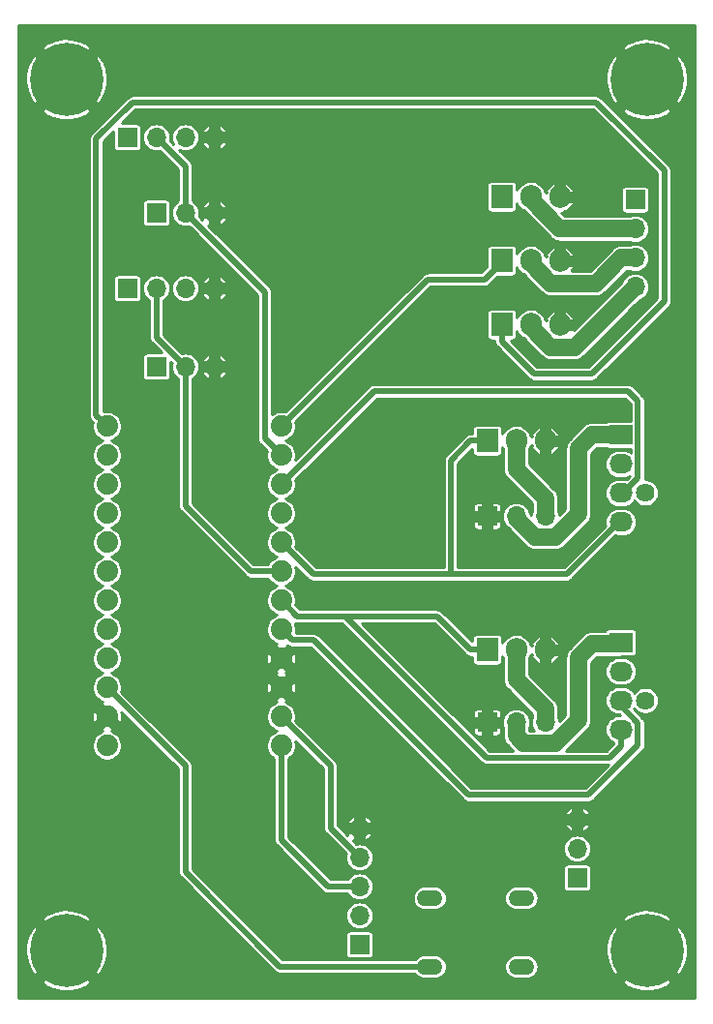
<source format=gbr>
G04 #@! TF.GenerationSoftware,KiCad,Pcbnew,(5.1.2)-2*
G04 #@! TF.CreationDate,2019-08-14T20:47:52-05:00*
G04 #@! TF.ProjectId,CorsairController,436f7273-6169-4724-936f-6e74726f6c6c,rev?*
G04 #@! TF.SameCoordinates,Original*
G04 #@! TF.FileFunction,Copper,L1,Top*
G04 #@! TF.FilePolarity,Positive*
%FSLAX46Y46*%
G04 Gerber Fmt 4.6, Leading zero omitted, Abs format (unit mm)*
G04 Created by KiCad (PCBNEW (5.1.2)-2) date 2019-08-14 20:47:52*
%MOMM*%
%LPD*%
G04 APERTURE LIST*
%ADD10C,1.625000*%
%ADD11O,2.030000X1.730000*%
%ADD12R,2.030000X1.730000*%
%ADD13C,1.879600*%
%ADD14C,6.400000*%
%ADD15O,1.700000X1.700000*%
%ADD16R,1.700000X1.700000*%
%ADD17O,1.905000X2.000000*%
%ADD18R,1.905000X2.000000*%
%ADD19O,2.250000X1.375000*%
%ADD20C,0.800000*%
%ADD21C,0.500000*%
%ADD22C,1.500000*%
%ADD23C,0.250000*%
G04 APERTURE END LIST*
D10*
X159640000Y-130810000D03*
D11*
X157480000Y-133350000D03*
X157480000Y-130810000D03*
X157480000Y-128270000D03*
D12*
X157480000Y-125730000D03*
D10*
X159640000Y-112649000D03*
D11*
X157480000Y-115189000D03*
X157480000Y-112649000D03*
X157480000Y-110109000D03*
D12*
X157480000Y-107569000D03*
D13*
X127762000Y-134747000D03*
X127762000Y-132207000D03*
X127762000Y-129667000D03*
X127762000Y-127127000D03*
X127762000Y-124587000D03*
X127762000Y-122047000D03*
X127762000Y-119507000D03*
X127762000Y-116967000D03*
X127762000Y-114427000D03*
X127762000Y-111887000D03*
X127762000Y-109347000D03*
X127762000Y-106807000D03*
X112522000Y-106807000D03*
X112522000Y-109347000D03*
X112522000Y-111887000D03*
X112522000Y-114427000D03*
X112522000Y-116967000D03*
X112522000Y-119507000D03*
X112522000Y-122047000D03*
X112522000Y-124587000D03*
X112522000Y-127127000D03*
X112522000Y-129667000D03*
X112522000Y-132207000D03*
X112522000Y-134747000D03*
D14*
X159766000Y-76454000D03*
X108966000Y-76454000D03*
X108966000Y-152654000D03*
X159766000Y-152654000D03*
D15*
X121920000Y-81534000D03*
X119380000Y-81534000D03*
X116840000Y-81534000D03*
D16*
X114300000Y-81534000D03*
D15*
X121920000Y-94742000D03*
X119380000Y-94742000D03*
X116840000Y-94742000D03*
D16*
X114300000Y-94742000D03*
D15*
X150876000Y-132715000D03*
X148336000Y-132715000D03*
D16*
X145796000Y-132715000D03*
D15*
X150876000Y-114681000D03*
X148336000Y-114681000D03*
D16*
X145796000Y-114681000D03*
D17*
X152146000Y-86741000D03*
X149606000Y-86741000D03*
D18*
X147066000Y-86741000D03*
D17*
X152146000Y-92329000D03*
X149606000Y-92329000D03*
D18*
X147066000Y-92329000D03*
D17*
X150876000Y-126365000D03*
X148336000Y-126365000D03*
D18*
X145796000Y-126365000D03*
D17*
X150876000Y-108077000D03*
X148336000Y-108077000D03*
D18*
X145796000Y-108077000D03*
D17*
X152146000Y-97917000D03*
X149606000Y-97917000D03*
D18*
X147066000Y-97917000D03*
D19*
X140780000Y-154082000D03*
X148780000Y-154082000D03*
X140780000Y-148082000D03*
X148780000Y-148082000D03*
D15*
X158750000Y-94615000D03*
X158750000Y-92075000D03*
X158750000Y-89535000D03*
D16*
X158750000Y-86995000D03*
D15*
X153670000Y-141224000D03*
X153670000Y-143764000D03*
D16*
X153670000Y-146304000D03*
D15*
X121920000Y-88138000D03*
X119380000Y-88138000D03*
D16*
X116840000Y-88138000D03*
D15*
X121920000Y-101600000D03*
X119380000Y-101600000D03*
D16*
X116840000Y-101600000D03*
D15*
X134620000Y-141986000D03*
X134620000Y-144526000D03*
X134620000Y-147066000D03*
X134620000Y-149606000D03*
D16*
X134620000Y-152146000D03*
D20*
X124460000Y-137160000D03*
X134620000Y-137160000D03*
X139700000Y-132080000D03*
X124460000Y-132080000D03*
X124460000Y-127000000D03*
X124460000Y-121920000D03*
X124460000Y-111760000D03*
X124460000Y-106680000D03*
X124460000Y-101600000D03*
X124460000Y-96520000D03*
X124460000Y-91440000D03*
X124460000Y-86360000D03*
X124460000Y-81280000D03*
X129540000Y-81280000D03*
X134620000Y-81280000D03*
X139700000Y-81280000D03*
X144780000Y-81280000D03*
X149860000Y-81280000D03*
X129540000Y-86360000D03*
X134620000Y-86360000D03*
X139700000Y-86360000D03*
X134620000Y-91440000D03*
X129540000Y-91440000D03*
X129540000Y-96520000D03*
X134620000Y-96520000D03*
X129540000Y-101600000D03*
X134620000Y-101600000D03*
X139700000Y-101600000D03*
X144780000Y-101600000D03*
X139700000Y-96520000D03*
X144780000Y-96520000D03*
X144780000Y-91440000D03*
X144780000Y-86360000D03*
X129540000Y-106680000D03*
X139700000Y-106680000D03*
X134620000Y-111760000D03*
X139700000Y-111760000D03*
X139700000Y-116840000D03*
X134620000Y-116840000D03*
X134620000Y-121920000D03*
X139700000Y-121920000D03*
X129540000Y-116840000D03*
X129540000Y-132080000D03*
X144780000Y-116840000D03*
X144780000Y-111760000D03*
X144780000Y-121920000D03*
X139700000Y-91440000D03*
X134620000Y-106680000D03*
X129540000Y-111760000D03*
X139700000Y-127000000D03*
X134620000Y-127000000D03*
X129540000Y-127000000D03*
X134620000Y-132080000D03*
X139700000Y-137160000D03*
X144780000Y-137160000D03*
X149860000Y-137160000D03*
X129540000Y-121920000D03*
X149860000Y-121920000D03*
X124460000Y-116840000D03*
X129540000Y-137160000D03*
X124460000Y-142240000D03*
X129540000Y-142240000D03*
X144780000Y-142240000D03*
X139700000Y-142240000D03*
X124460000Y-76200000D03*
X129540000Y-76200000D03*
X134620000Y-76200000D03*
X139700000Y-76200000D03*
X144780000Y-76200000D03*
X149860000Y-76200000D03*
D21*
X150876000Y-108029500D02*
X150876000Y-108077000D01*
X116840000Y-99060000D02*
X119380000Y-101600000D01*
X116840000Y-94742000D02*
X116840000Y-99060000D01*
X119380000Y-101600000D02*
X119380000Y-108012002D01*
X127762000Y-119507000D02*
X125095000Y-119507000D01*
X119380000Y-113792000D02*
X119380000Y-108012002D01*
X125095000Y-119507000D02*
X119380000Y-113792000D01*
X119380000Y-84074000D02*
X119380000Y-88138000D01*
X116840000Y-81534000D02*
X119380000Y-84074000D01*
X120229999Y-88987999D02*
X119380000Y-88138000D01*
X126322199Y-95080199D02*
X120229999Y-88987999D01*
X126322199Y-107907199D02*
X126322199Y-95080199D01*
X127762000Y-109347000D02*
X126322199Y-107907199D01*
D22*
X154965000Y-107569000D02*
X157480000Y-107569000D01*
X153769999Y-108764001D02*
X154965000Y-107569000D01*
X153769999Y-114525003D02*
X153769999Y-108764001D01*
X151764001Y-116531001D02*
X153769999Y-114525003D01*
X149987999Y-116531001D02*
X151764001Y-116531001D01*
X148336000Y-114879002D02*
X149987999Y-116531001D01*
X148336000Y-114681000D02*
X148336000Y-114879002D01*
D21*
X127762000Y-111887000D02*
X135890000Y-103759000D01*
X135890000Y-103759000D02*
X158135969Y-103759000D01*
X157480000Y-112649000D02*
X157630000Y-112649000D01*
X158995001Y-104618032D02*
X158135969Y-103759000D01*
X158995001Y-111351497D02*
X158995001Y-104618032D01*
X157697498Y-112649000D02*
X158995001Y-111351497D01*
X157480000Y-112649000D02*
X157697498Y-112649000D01*
X130556000Y-119761000D02*
X127762000Y-116967000D01*
X142621000Y-109799500D02*
X142621000Y-119761000D01*
X144343500Y-108077000D02*
X142621000Y-109799500D01*
X145796000Y-108077000D02*
X144343500Y-108077000D01*
X142621000Y-119761000D02*
X130556000Y-119761000D01*
X152758000Y-119761000D02*
X142621000Y-119761000D01*
X157330000Y-115189000D02*
X152758000Y-119761000D01*
X157480000Y-115189000D02*
X157330000Y-115189000D01*
D22*
X154965000Y-125857000D02*
X157480000Y-125857000D01*
X153769999Y-127052001D02*
X154965000Y-125857000D01*
X153769999Y-132559003D02*
X153769999Y-127052001D01*
X151764001Y-134565001D02*
X153769999Y-132559003D01*
X148983920Y-134565001D02*
X151764001Y-134565001D01*
X148336000Y-133917081D02*
X148983920Y-134565001D01*
X148336000Y-132715000D02*
X148336000Y-133917081D01*
D21*
X157480000Y-130937000D02*
X157630000Y-130937000D01*
X154672002Y-139065000D02*
X144145000Y-139065000D01*
X128701799Y-125526799D02*
X130606799Y-125526799D01*
X127762000Y-124587000D02*
X128701799Y-125526799D01*
X130606799Y-125526799D02*
X144145000Y-139065000D01*
X157480000Y-130810000D02*
X157630000Y-130810000D01*
X158995010Y-134741992D02*
X154672002Y-139065000D01*
X158995010Y-132784595D02*
X158995010Y-134741992D01*
X157480000Y-131269585D02*
X158995010Y-132784595D01*
X157480000Y-130810000D02*
X157480000Y-131269585D01*
X129159000Y-123444000D02*
X127762000Y-122047000D01*
X133350000Y-123444000D02*
X129159000Y-123444000D01*
X145721011Y-135815011D02*
X133350000Y-123444000D01*
X156506989Y-135815011D02*
X145721011Y-135815011D01*
X157480000Y-133477000D02*
X157480000Y-134842000D01*
X157480000Y-134842000D02*
X156506989Y-135815011D01*
X141422500Y-123444000D02*
X133350000Y-123444000D01*
X144343500Y-126365000D02*
X141422500Y-123444000D01*
X145796000Y-126365000D02*
X144343500Y-126365000D01*
D22*
X157900001Y-95464999D02*
X158750000Y-94615000D01*
X153447990Y-99917010D02*
X157900001Y-95464999D01*
X151337244Y-99917010D02*
X153447990Y-99917010D01*
X149606000Y-98185766D02*
X151337244Y-99917010D01*
X149606000Y-97917000D02*
X149606000Y-98185766D01*
X157547919Y-92075000D02*
X158750000Y-92075000D01*
X155293909Y-94329010D02*
X157547919Y-92075000D01*
X151337244Y-94329010D02*
X155293909Y-94329010D01*
X149606000Y-92597766D02*
X151337244Y-94329010D01*
X149606000Y-92329000D02*
X149606000Y-92597766D01*
X149606000Y-87009766D02*
X149606000Y-86741000D01*
X158750000Y-89535000D02*
X152131234Y-89535000D01*
X152131234Y-89535000D02*
X149606000Y-87009766D01*
D21*
X134620000Y-144526000D02*
X132080000Y-141986000D01*
X132080000Y-136525000D02*
X127762000Y-132207000D01*
X132080000Y-141986000D02*
X132080000Y-136525000D01*
X127762000Y-134747000D02*
X127762000Y-141794002D01*
X134620000Y-147066000D02*
X131826000Y-147066000D01*
X127762000Y-143002000D02*
X127762000Y-141794002D01*
X131826000Y-147066000D02*
X127762000Y-143002000D01*
X147066000Y-99417000D02*
X147066000Y-97917000D01*
X154940000Y-102235000D02*
X149884000Y-102235000D01*
X161290000Y-95885000D02*
X154940000Y-102235000D01*
X149884000Y-102235000D02*
X147066000Y-99417000D01*
X111582201Y-105867201D02*
X111582201Y-81651797D01*
X111582201Y-81651797D02*
X114747998Y-78486000D01*
X114747998Y-78486000D02*
X155321000Y-78486000D01*
X155321000Y-78486000D02*
X161290000Y-84455000D01*
X112522000Y-106807000D02*
X111582201Y-105867201D01*
X161290000Y-84455000D02*
X161290000Y-95885000D01*
X140589000Y-93980000D02*
X127762000Y-106807000D01*
X147066000Y-92329000D02*
X147066000Y-92456000D01*
X147066000Y-92456000D02*
X145542000Y-93980000D01*
X145542000Y-93980000D02*
X140589000Y-93980000D01*
D22*
X150876000Y-113478919D02*
X150876000Y-114681000D01*
X150876000Y-113117000D02*
X150876000Y-113478919D01*
X148336000Y-110577000D02*
X150876000Y-113117000D01*
X148336000Y-108077000D02*
X148336000Y-110577000D01*
X148336000Y-128865000D02*
X148336000Y-126365000D01*
X148336000Y-128972919D02*
X148336000Y-128865000D01*
X150876000Y-131512919D02*
X148336000Y-128972919D01*
X150876000Y-132715000D02*
X150876000Y-131512919D01*
D21*
X140780000Y-154082000D02*
X127666000Y-154082000D01*
X127666000Y-154082000D02*
X119380000Y-145796000D01*
X119380000Y-136525000D02*
X112522000Y-129667000D01*
X119380000Y-145796000D02*
X119380000Y-136525000D01*
D23*
G36*
X163959000Y-156847000D02*
G01*
X104773000Y-156847000D01*
X104773000Y-155378760D01*
X106771570Y-155378760D01*
X107169418Y-155764771D01*
X107810819Y-156055495D01*
X108496615Y-156215501D01*
X109200448Y-156238640D01*
X109895272Y-156124024D01*
X110554384Y-155876056D01*
X110762582Y-155764771D01*
X111160430Y-155378760D01*
X157571570Y-155378760D01*
X157969418Y-155764771D01*
X158610819Y-156055495D01*
X159296615Y-156215501D01*
X160000448Y-156238640D01*
X160695272Y-156124024D01*
X161354384Y-155876056D01*
X161562582Y-155764771D01*
X161960430Y-155378760D01*
X159766000Y-153184330D01*
X157571570Y-155378760D01*
X111160430Y-155378760D01*
X108966000Y-153184330D01*
X106771570Y-155378760D01*
X104773000Y-155378760D01*
X104773000Y-152888448D01*
X105381360Y-152888448D01*
X105495976Y-153583272D01*
X105743944Y-154242384D01*
X105855229Y-154450582D01*
X106241240Y-154848430D01*
X108435670Y-152654000D01*
X109496330Y-152654000D01*
X111690760Y-154848430D01*
X112076771Y-154450582D01*
X112367495Y-153809181D01*
X112527501Y-153123385D01*
X112550640Y-152419552D01*
X112436024Y-151724728D01*
X112188056Y-151065616D01*
X112076771Y-150857418D01*
X111690760Y-150459570D01*
X109496330Y-152654000D01*
X108435670Y-152654000D01*
X106241240Y-150459570D01*
X105855229Y-150857418D01*
X105564505Y-151498819D01*
X105404499Y-152184615D01*
X105381360Y-152888448D01*
X104773000Y-152888448D01*
X104773000Y-149929240D01*
X106771570Y-149929240D01*
X108966000Y-152123670D01*
X111160430Y-149929240D01*
X110762582Y-149543229D01*
X110121181Y-149252505D01*
X109435385Y-149092499D01*
X108731552Y-149069360D01*
X108036728Y-149183976D01*
X107377616Y-149431944D01*
X107169418Y-149543229D01*
X106771570Y-149929240D01*
X104773000Y-149929240D01*
X104773000Y-134617503D01*
X111207200Y-134617503D01*
X111207200Y-134876497D01*
X111257727Y-135130513D01*
X111356839Y-135369791D01*
X111500728Y-135585136D01*
X111683864Y-135768272D01*
X111899209Y-135912161D01*
X112138487Y-136011273D01*
X112392503Y-136061800D01*
X112651497Y-136061800D01*
X112905513Y-136011273D01*
X113144791Y-135912161D01*
X113360136Y-135768272D01*
X113543272Y-135585136D01*
X113687161Y-135369791D01*
X113786273Y-135130513D01*
X113836800Y-134876497D01*
X113836800Y-134617503D01*
X113786273Y-134363487D01*
X113687161Y-134124209D01*
X113543272Y-133908864D01*
X113360136Y-133725728D01*
X113144791Y-133581839D01*
X112905513Y-133482727D01*
X112879801Y-133477612D01*
X112963239Y-133452301D01*
X113083248Y-133298578D01*
X112522000Y-132737330D01*
X111960752Y-133298578D01*
X112080761Y-133452301D01*
X112174701Y-133475524D01*
X112138487Y-133482727D01*
X111899209Y-133581839D01*
X111683864Y-133725728D01*
X111500728Y-133908864D01*
X111356839Y-134124209D01*
X111257727Y-134363487D01*
X111207200Y-134617503D01*
X104773000Y-134617503D01*
X104773000Y-132275905D01*
X111202636Y-132275905D01*
X111241430Y-132531976D01*
X111276699Y-132648239D01*
X111430422Y-132768248D01*
X111991670Y-132207000D01*
X111430422Y-131645752D01*
X111276699Y-131765761D01*
X111214545Y-132017186D01*
X111202636Y-132275905D01*
X104773000Y-132275905D01*
X104773000Y-81651797D01*
X110954178Y-81651797D01*
X110957202Y-81682501D01*
X110957201Y-105836507D01*
X110954178Y-105867201D01*
X110957201Y-105897895D01*
X110957201Y-105897904D01*
X110966244Y-105989721D01*
X111001982Y-106107534D01*
X111060018Y-106216111D01*
X111138121Y-106311281D01*
X111161977Y-106330859D01*
X111257209Y-106426091D01*
X111207200Y-106677503D01*
X111207200Y-106936497D01*
X111257727Y-107190513D01*
X111356839Y-107429791D01*
X111500728Y-107645136D01*
X111683864Y-107828272D01*
X111899209Y-107972161D01*
X112138487Y-108071273D01*
X112167279Y-108077000D01*
X112138487Y-108082727D01*
X111899209Y-108181839D01*
X111683864Y-108325728D01*
X111500728Y-108508864D01*
X111356839Y-108724209D01*
X111257727Y-108963487D01*
X111207200Y-109217503D01*
X111207200Y-109476497D01*
X111257727Y-109730513D01*
X111356839Y-109969791D01*
X111500728Y-110185136D01*
X111683864Y-110368272D01*
X111899209Y-110512161D01*
X112138487Y-110611273D01*
X112167279Y-110617000D01*
X112138487Y-110622727D01*
X111899209Y-110721839D01*
X111683864Y-110865728D01*
X111500728Y-111048864D01*
X111356839Y-111264209D01*
X111257727Y-111503487D01*
X111207200Y-111757503D01*
X111207200Y-112016497D01*
X111257727Y-112270513D01*
X111356839Y-112509791D01*
X111500728Y-112725136D01*
X111683864Y-112908272D01*
X111899209Y-113052161D01*
X112138487Y-113151273D01*
X112167279Y-113157000D01*
X112138487Y-113162727D01*
X111899209Y-113261839D01*
X111683864Y-113405728D01*
X111500728Y-113588864D01*
X111356839Y-113804209D01*
X111257727Y-114043487D01*
X111207200Y-114297503D01*
X111207200Y-114556497D01*
X111257727Y-114810513D01*
X111356839Y-115049791D01*
X111500728Y-115265136D01*
X111683864Y-115448272D01*
X111899209Y-115592161D01*
X112138487Y-115691273D01*
X112167279Y-115697000D01*
X112138487Y-115702727D01*
X111899209Y-115801839D01*
X111683864Y-115945728D01*
X111500728Y-116128864D01*
X111356839Y-116344209D01*
X111257727Y-116583487D01*
X111207200Y-116837503D01*
X111207200Y-117096497D01*
X111257727Y-117350513D01*
X111356839Y-117589791D01*
X111500728Y-117805136D01*
X111683864Y-117988272D01*
X111899209Y-118132161D01*
X112138487Y-118231273D01*
X112167279Y-118237000D01*
X112138487Y-118242727D01*
X111899209Y-118341839D01*
X111683864Y-118485728D01*
X111500728Y-118668864D01*
X111356839Y-118884209D01*
X111257727Y-119123487D01*
X111207200Y-119377503D01*
X111207200Y-119636497D01*
X111257727Y-119890513D01*
X111356839Y-120129791D01*
X111500728Y-120345136D01*
X111683864Y-120528272D01*
X111899209Y-120672161D01*
X112138487Y-120771273D01*
X112167279Y-120777000D01*
X112138487Y-120782727D01*
X111899209Y-120881839D01*
X111683864Y-121025728D01*
X111500728Y-121208864D01*
X111356839Y-121424209D01*
X111257727Y-121663487D01*
X111207200Y-121917503D01*
X111207200Y-122176497D01*
X111257727Y-122430513D01*
X111356839Y-122669791D01*
X111500728Y-122885136D01*
X111683864Y-123068272D01*
X111899209Y-123212161D01*
X112138487Y-123311273D01*
X112167279Y-123317000D01*
X112138487Y-123322727D01*
X111899209Y-123421839D01*
X111683864Y-123565728D01*
X111500728Y-123748864D01*
X111356839Y-123964209D01*
X111257727Y-124203487D01*
X111207200Y-124457503D01*
X111207200Y-124716497D01*
X111257727Y-124970513D01*
X111356839Y-125209791D01*
X111500728Y-125425136D01*
X111683864Y-125608272D01*
X111899209Y-125752161D01*
X112138487Y-125851273D01*
X112167279Y-125857000D01*
X112138487Y-125862727D01*
X111899209Y-125961839D01*
X111683864Y-126105728D01*
X111500728Y-126288864D01*
X111356839Y-126504209D01*
X111257727Y-126743487D01*
X111207200Y-126997503D01*
X111207200Y-127256497D01*
X111257727Y-127510513D01*
X111356839Y-127749791D01*
X111500728Y-127965136D01*
X111683864Y-128148272D01*
X111899209Y-128292161D01*
X112138487Y-128391273D01*
X112167279Y-128397000D01*
X112138487Y-128402727D01*
X111899209Y-128501839D01*
X111683864Y-128645728D01*
X111500728Y-128828864D01*
X111356839Y-129044209D01*
X111257727Y-129283487D01*
X111207200Y-129537503D01*
X111207200Y-129796497D01*
X111257727Y-130050513D01*
X111356839Y-130289791D01*
X111500728Y-130505136D01*
X111683864Y-130688272D01*
X111899209Y-130832161D01*
X112138487Y-130931273D01*
X112164199Y-130936388D01*
X112080761Y-130961699D01*
X111960752Y-131115422D01*
X112522000Y-131676670D01*
X112536143Y-131662528D01*
X113066473Y-132192858D01*
X113052330Y-132207000D01*
X113613578Y-132768248D01*
X113767301Y-132648239D01*
X113829455Y-132396814D01*
X113841364Y-132138095D01*
X113802570Y-131882024D01*
X113780549Y-131809431D01*
X118755001Y-136783885D01*
X118755000Y-145765306D01*
X118751977Y-145796000D01*
X118755000Y-145826694D01*
X118755000Y-145826703D01*
X118764043Y-145918520D01*
X118799781Y-146036333D01*
X118857817Y-146144910D01*
X118935920Y-146240080D01*
X118959776Y-146259658D01*
X127202351Y-154502235D01*
X127221920Y-154526080D01*
X127245765Y-154545649D01*
X127245769Y-154545653D01*
X127317088Y-154604183D01*
X127375124Y-154635204D01*
X127425666Y-154662219D01*
X127543479Y-154697957D01*
X127635296Y-154707000D01*
X127635298Y-154707000D01*
X127666000Y-154710024D01*
X127696702Y-154707000D01*
X139480930Y-154707000D01*
X139587565Y-154836935D01*
X139749351Y-154969710D01*
X139933932Y-155068371D01*
X140134214Y-155129126D01*
X140290312Y-155144500D01*
X141269688Y-155144500D01*
X141425786Y-155129126D01*
X141626068Y-155068371D01*
X141810649Y-154969710D01*
X141972435Y-154836935D01*
X142105210Y-154675149D01*
X142203871Y-154490568D01*
X142264626Y-154290286D01*
X142285140Y-154082000D01*
X147274860Y-154082000D01*
X147295374Y-154290286D01*
X147356129Y-154490568D01*
X147454790Y-154675149D01*
X147587565Y-154836935D01*
X147749351Y-154969710D01*
X147933932Y-155068371D01*
X148134214Y-155129126D01*
X148290312Y-155144500D01*
X149269688Y-155144500D01*
X149425786Y-155129126D01*
X149626068Y-155068371D01*
X149810649Y-154969710D01*
X149972435Y-154836935D01*
X150105210Y-154675149D01*
X150203871Y-154490568D01*
X150264626Y-154290286D01*
X150285140Y-154082000D01*
X150264626Y-153873714D01*
X150203871Y-153673432D01*
X150105210Y-153488851D01*
X149972435Y-153327065D01*
X149810649Y-153194290D01*
X149626068Y-153095629D01*
X149425786Y-153034874D01*
X149269688Y-153019500D01*
X148290312Y-153019500D01*
X148134214Y-153034874D01*
X147933932Y-153095629D01*
X147749351Y-153194290D01*
X147587565Y-153327065D01*
X147454790Y-153488851D01*
X147356129Y-153673432D01*
X147295374Y-153873714D01*
X147274860Y-154082000D01*
X142285140Y-154082000D01*
X142264626Y-153873714D01*
X142203871Y-153673432D01*
X142105210Y-153488851D01*
X141972435Y-153327065D01*
X141810649Y-153194290D01*
X141626068Y-153095629D01*
X141425786Y-153034874D01*
X141269688Y-153019500D01*
X140290312Y-153019500D01*
X140134214Y-153034874D01*
X139933932Y-153095629D01*
X139749351Y-153194290D01*
X139587565Y-153327065D01*
X139480930Y-153457000D01*
X127924884Y-153457000D01*
X125763884Y-151296000D01*
X133393186Y-151296000D01*
X133393186Y-152996000D01*
X133400426Y-153069513D01*
X133421869Y-153140200D01*
X133456691Y-153205347D01*
X133503552Y-153262448D01*
X133560653Y-153309309D01*
X133625800Y-153344131D01*
X133696487Y-153365574D01*
X133770000Y-153372814D01*
X135470000Y-153372814D01*
X135543513Y-153365574D01*
X135614200Y-153344131D01*
X135679347Y-153309309D01*
X135736448Y-153262448D01*
X135783309Y-153205347D01*
X135818131Y-153140200D01*
X135839574Y-153069513D01*
X135846814Y-152996000D01*
X135846814Y-152888448D01*
X156181360Y-152888448D01*
X156295976Y-153583272D01*
X156543944Y-154242384D01*
X156655229Y-154450582D01*
X157041240Y-154848430D01*
X159235670Y-152654000D01*
X160296330Y-152654000D01*
X162490760Y-154848430D01*
X162876771Y-154450582D01*
X163167495Y-153809181D01*
X163327501Y-153123385D01*
X163350640Y-152419552D01*
X163236024Y-151724728D01*
X162988056Y-151065616D01*
X162876771Y-150857418D01*
X162490760Y-150459570D01*
X160296330Y-152654000D01*
X159235670Y-152654000D01*
X157041240Y-150459570D01*
X156655229Y-150857418D01*
X156364505Y-151498819D01*
X156204499Y-152184615D01*
X156181360Y-152888448D01*
X135846814Y-152888448D01*
X135846814Y-151296000D01*
X135839574Y-151222487D01*
X135818131Y-151151800D01*
X135783309Y-151086653D01*
X135736448Y-151029552D01*
X135679347Y-150982691D01*
X135614200Y-150947869D01*
X135543513Y-150926426D01*
X135470000Y-150919186D01*
X133770000Y-150919186D01*
X133696487Y-150926426D01*
X133625800Y-150947869D01*
X133560653Y-150982691D01*
X133503552Y-151029552D01*
X133456691Y-151086653D01*
X133421869Y-151151800D01*
X133400426Y-151222487D01*
X133393186Y-151296000D01*
X125763884Y-151296000D01*
X124073884Y-149606000D01*
X133389073Y-149606000D01*
X133412725Y-149846142D01*
X133482772Y-150077055D01*
X133596522Y-150289866D01*
X133749603Y-150476397D01*
X133936134Y-150629478D01*
X134148945Y-150743228D01*
X134379858Y-150813275D01*
X134559822Y-150831000D01*
X134680178Y-150831000D01*
X134860142Y-150813275D01*
X135091055Y-150743228D01*
X135303866Y-150629478D01*
X135490397Y-150476397D01*
X135643478Y-150289866D01*
X135757228Y-150077055D01*
X135802067Y-149929240D01*
X157571570Y-149929240D01*
X159766000Y-152123670D01*
X161960430Y-149929240D01*
X161562582Y-149543229D01*
X160921181Y-149252505D01*
X160235385Y-149092499D01*
X159531552Y-149069360D01*
X158836728Y-149183976D01*
X158177616Y-149431944D01*
X157969418Y-149543229D01*
X157571570Y-149929240D01*
X135802067Y-149929240D01*
X135827275Y-149846142D01*
X135850927Y-149606000D01*
X135827275Y-149365858D01*
X135757228Y-149134945D01*
X135643478Y-148922134D01*
X135490397Y-148735603D01*
X135303866Y-148582522D01*
X135091055Y-148468772D01*
X134860142Y-148398725D01*
X134680178Y-148381000D01*
X134559822Y-148381000D01*
X134379858Y-148398725D01*
X134148945Y-148468772D01*
X133936134Y-148582522D01*
X133749603Y-148735603D01*
X133596522Y-148922134D01*
X133482772Y-149134945D01*
X133412725Y-149365858D01*
X133389073Y-149606000D01*
X124073884Y-149606000D01*
X120005000Y-145537118D01*
X120005000Y-136555702D01*
X120008024Y-136525000D01*
X119999951Y-136443034D01*
X119995957Y-136402479D01*
X119960219Y-136284666D01*
X119933204Y-136234124D01*
X119902183Y-136176088D01*
X119843653Y-136104769D01*
X119843649Y-136104765D01*
X119824080Y-136080920D01*
X119800235Y-136061351D01*
X115816386Y-132077503D01*
X126447200Y-132077503D01*
X126447200Y-132336497D01*
X126497727Y-132590513D01*
X126596839Y-132829791D01*
X126740728Y-133045136D01*
X126923864Y-133228272D01*
X127139209Y-133372161D01*
X127378487Y-133471273D01*
X127407279Y-133477000D01*
X127378487Y-133482727D01*
X127139209Y-133581839D01*
X126923864Y-133725728D01*
X126740728Y-133908864D01*
X126596839Y-134124209D01*
X126497727Y-134363487D01*
X126447200Y-134617503D01*
X126447200Y-134876497D01*
X126497727Y-135130513D01*
X126596839Y-135369791D01*
X126740728Y-135585136D01*
X126923864Y-135768272D01*
X127137000Y-135910685D01*
X127137001Y-141763298D01*
X127137000Y-142971306D01*
X127133977Y-143002000D01*
X127137000Y-143032694D01*
X127137000Y-143032703D01*
X127146043Y-143124520D01*
X127181781Y-143242333D01*
X127239817Y-143350910D01*
X127317920Y-143446080D01*
X127341776Y-143465658D01*
X131362346Y-147486229D01*
X131381920Y-147510080D01*
X131477089Y-147588183D01*
X131585666Y-147646219D01*
X131703479Y-147681957D01*
X131795296Y-147691000D01*
X131795298Y-147691000D01*
X131826000Y-147694024D01*
X131856701Y-147691000D01*
X133565057Y-147691000D01*
X133596522Y-147749866D01*
X133749603Y-147936397D01*
X133936134Y-148089478D01*
X134148945Y-148203228D01*
X134379858Y-148273275D01*
X134559822Y-148291000D01*
X134680178Y-148291000D01*
X134860142Y-148273275D01*
X135091055Y-148203228D01*
X135303866Y-148089478D01*
X135312978Y-148082000D01*
X139274860Y-148082000D01*
X139295374Y-148290286D01*
X139356129Y-148490568D01*
X139454790Y-148675149D01*
X139587565Y-148836935D01*
X139749351Y-148969710D01*
X139933932Y-149068371D01*
X140134214Y-149129126D01*
X140290312Y-149144500D01*
X141269688Y-149144500D01*
X141425786Y-149129126D01*
X141626068Y-149068371D01*
X141810649Y-148969710D01*
X141972435Y-148836935D01*
X142105210Y-148675149D01*
X142203871Y-148490568D01*
X142264626Y-148290286D01*
X142285140Y-148082000D01*
X147274860Y-148082000D01*
X147295374Y-148290286D01*
X147356129Y-148490568D01*
X147454790Y-148675149D01*
X147587565Y-148836935D01*
X147749351Y-148969710D01*
X147933932Y-149068371D01*
X148134214Y-149129126D01*
X148290312Y-149144500D01*
X149269688Y-149144500D01*
X149425786Y-149129126D01*
X149626068Y-149068371D01*
X149810649Y-148969710D01*
X149972435Y-148836935D01*
X150105210Y-148675149D01*
X150203871Y-148490568D01*
X150264626Y-148290286D01*
X150285140Y-148082000D01*
X150264626Y-147873714D01*
X150203871Y-147673432D01*
X150105210Y-147488851D01*
X149972435Y-147327065D01*
X149810649Y-147194290D01*
X149626068Y-147095629D01*
X149425786Y-147034874D01*
X149269688Y-147019500D01*
X148290312Y-147019500D01*
X148134214Y-147034874D01*
X147933932Y-147095629D01*
X147749351Y-147194290D01*
X147587565Y-147327065D01*
X147454790Y-147488851D01*
X147356129Y-147673432D01*
X147295374Y-147873714D01*
X147274860Y-148082000D01*
X142285140Y-148082000D01*
X142264626Y-147873714D01*
X142203871Y-147673432D01*
X142105210Y-147488851D01*
X141972435Y-147327065D01*
X141810649Y-147194290D01*
X141626068Y-147095629D01*
X141425786Y-147034874D01*
X141269688Y-147019500D01*
X140290312Y-147019500D01*
X140134214Y-147034874D01*
X139933932Y-147095629D01*
X139749351Y-147194290D01*
X139587565Y-147327065D01*
X139454790Y-147488851D01*
X139356129Y-147673432D01*
X139295374Y-147873714D01*
X139274860Y-148082000D01*
X135312978Y-148082000D01*
X135490397Y-147936397D01*
X135643478Y-147749866D01*
X135757228Y-147537055D01*
X135827275Y-147306142D01*
X135850927Y-147066000D01*
X135827275Y-146825858D01*
X135757228Y-146594945D01*
X135643478Y-146382134D01*
X135490397Y-146195603D01*
X135303866Y-146042522D01*
X135091055Y-145928772D01*
X134860142Y-145858725D01*
X134680178Y-145841000D01*
X134559822Y-145841000D01*
X134379858Y-145858725D01*
X134148945Y-145928772D01*
X133936134Y-146042522D01*
X133749603Y-146195603D01*
X133596522Y-146382134D01*
X133565057Y-146441000D01*
X132084883Y-146441000D01*
X128387000Y-142743118D01*
X128387000Y-135910685D01*
X128600136Y-135768272D01*
X128783272Y-135585136D01*
X128927161Y-135369791D01*
X129026273Y-135130513D01*
X129076800Y-134876497D01*
X129076800Y-134617503D01*
X129026273Y-134363487D01*
X129020382Y-134349264D01*
X131455001Y-136783884D01*
X131455000Y-141955306D01*
X131451977Y-141986000D01*
X131455000Y-142016694D01*
X131455000Y-142016703D01*
X131464043Y-142108520D01*
X131499781Y-142226333D01*
X131557817Y-142334910D01*
X131635920Y-142430080D01*
X131659776Y-142449658D01*
X133432101Y-144221984D01*
X133412725Y-144285858D01*
X133389073Y-144526000D01*
X133412725Y-144766142D01*
X133482772Y-144997055D01*
X133596522Y-145209866D01*
X133749603Y-145396397D01*
X133936134Y-145549478D01*
X134148945Y-145663228D01*
X134379858Y-145733275D01*
X134559822Y-145751000D01*
X134680178Y-145751000D01*
X134860142Y-145733275D01*
X135091055Y-145663228D01*
X135303866Y-145549478D01*
X135420207Y-145454000D01*
X152443186Y-145454000D01*
X152443186Y-147154000D01*
X152450426Y-147227513D01*
X152471869Y-147298200D01*
X152506691Y-147363347D01*
X152553552Y-147420448D01*
X152610653Y-147467309D01*
X152675800Y-147502131D01*
X152746487Y-147523574D01*
X152820000Y-147530814D01*
X154520000Y-147530814D01*
X154593513Y-147523574D01*
X154664200Y-147502131D01*
X154729347Y-147467309D01*
X154786448Y-147420448D01*
X154833309Y-147363347D01*
X154868131Y-147298200D01*
X154889574Y-147227513D01*
X154896814Y-147154000D01*
X154896814Y-145454000D01*
X154889574Y-145380487D01*
X154868131Y-145309800D01*
X154833309Y-145244653D01*
X154786448Y-145187552D01*
X154729347Y-145140691D01*
X154664200Y-145105869D01*
X154593513Y-145084426D01*
X154520000Y-145077186D01*
X152820000Y-145077186D01*
X152746487Y-145084426D01*
X152675800Y-145105869D01*
X152610653Y-145140691D01*
X152553552Y-145187552D01*
X152506691Y-145244653D01*
X152471869Y-145309800D01*
X152450426Y-145380487D01*
X152443186Y-145454000D01*
X135420207Y-145454000D01*
X135490397Y-145396397D01*
X135643478Y-145209866D01*
X135757228Y-144997055D01*
X135827275Y-144766142D01*
X135850927Y-144526000D01*
X135827275Y-144285858D01*
X135757228Y-144054945D01*
X135643478Y-143842134D01*
X135579356Y-143764000D01*
X152439073Y-143764000D01*
X152462725Y-144004142D01*
X152532772Y-144235055D01*
X152646522Y-144447866D01*
X152799603Y-144634397D01*
X152986134Y-144787478D01*
X153198945Y-144901228D01*
X153429858Y-144971275D01*
X153609822Y-144989000D01*
X153730178Y-144989000D01*
X153910142Y-144971275D01*
X154141055Y-144901228D01*
X154353866Y-144787478D01*
X154540397Y-144634397D01*
X154693478Y-144447866D01*
X154807228Y-144235055D01*
X154877275Y-144004142D01*
X154900927Y-143764000D01*
X154877275Y-143523858D01*
X154807228Y-143292945D01*
X154693478Y-143080134D01*
X154540397Y-142893603D01*
X154353866Y-142740522D01*
X154141055Y-142626772D01*
X153910142Y-142556725D01*
X153730178Y-142539000D01*
X153609822Y-142539000D01*
X153429858Y-142556725D01*
X153198945Y-142626772D01*
X152986134Y-142740522D01*
X152799603Y-142893603D01*
X152646522Y-143080134D01*
X152532772Y-143292945D01*
X152462725Y-143523858D01*
X152439073Y-143764000D01*
X135579356Y-143764000D01*
X135490397Y-143655603D01*
X135303866Y-143502522D01*
X135091055Y-143388772D01*
X134860142Y-143318725D01*
X134680178Y-143301000D01*
X134559822Y-143301000D01*
X134379858Y-143318725D01*
X134315984Y-143338101D01*
X134039413Y-143061530D01*
X134067182Y-143079187D01*
X134245000Y-143058458D01*
X134245000Y-142361000D01*
X134995000Y-142361000D01*
X134995000Y-143058458D01*
X135172818Y-143079187D01*
X135375466Y-142950332D01*
X135549082Y-142784419D01*
X135686994Y-142587823D01*
X135713169Y-142538815D01*
X135687287Y-142361000D01*
X134995000Y-142361000D01*
X134245000Y-142361000D01*
X133552713Y-142361000D01*
X133526831Y-142538815D01*
X133538447Y-142560565D01*
X132754697Y-141776815D01*
X152576831Y-141776815D01*
X152603006Y-141825823D01*
X152740918Y-142022419D01*
X152914534Y-142188332D01*
X153117182Y-142317187D01*
X153295000Y-142296458D01*
X153295000Y-141599000D01*
X154045000Y-141599000D01*
X154045000Y-142296458D01*
X154222818Y-142317187D01*
X154425466Y-142188332D01*
X154599082Y-142022419D01*
X154736994Y-141825823D01*
X154763169Y-141776815D01*
X154737287Y-141599000D01*
X154045000Y-141599000D01*
X153295000Y-141599000D01*
X152602713Y-141599000D01*
X152576831Y-141776815D01*
X132754697Y-141776815D01*
X132705000Y-141727118D01*
X132705000Y-141433185D01*
X133526831Y-141433185D01*
X133552713Y-141611000D01*
X134245000Y-141611000D01*
X134245000Y-140913542D01*
X134995000Y-140913542D01*
X134995000Y-141611000D01*
X135687287Y-141611000D01*
X135713169Y-141433185D01*
X135686994Y-141384177D01*
X135549082Y-141187581D01*
X135375466Y-141021668D01*
X135172818Y-140892813D01*
X134995000Y-140913542D01*
X134245000Y-140913542D01*
X134067182Y-140892813D01*
X133864534Y-141021668D01*
X133690918Y-141187581D01*
X133553006Y-141384177D01*
X133526831Y-141433185D01*
X132705000Y-141433185D01*
X132705000Y-140671185D01*
X152576831Y-140671185D01*
X152602713Y-140849000D01*
X153295000Y-140849000D01*
X153295000Y-140151542D01*
X154045000Y-140151542D01*
X154045000Y-140849000D01*
X154737287Y-140849000D01*
X154763169Y-140671185D01*
X154736994Y-140622177D01*
X154599082Y-140425581D01*
X154425466Y-140259668D01*
X154222818Y-140130813D01*
X154045000Y-140151542D01*
X153295000Y-140151542D01*
X153117182Y-140130813D01*
X152914534Y-140259668D01*
X152740918Y-140425581D01*
X152603006Y-140622177D01*
X152576831Y-140671185D01*
X132705000Y-140671185D01*
X132705000Y-136555693D01*
X132708023Y-136524999D01*
X132705000Y-136494305D01*
X132705000Y-136494296D01*
X132695957Y-136402479D01*
X132660219Y-136284666D01*
X132602183Y-136176089D01*
X132602182Y-136176087D01*
X132543652Y-136104769D01*
X132524080Y-136080920D01*
X132500229Y-136061346D01*
X129026791Y-132587909D01*
X129076800Y-132336497D01*
X129076800Y-132077503D01*
X129026273Y-131823487D01*
X128927161Y-131584209D01*
X128783272Y-131368864D01*
X128600136Y-131185728D01*
X128384791Y-131041839D01*
X128145513Y-130942727D01*
X128119801Y-130937612D01*
X128203239Y-130912301D01*
X128323248Y-130758578D01*
X127762000Y-130197330D01*
X127200752Y-130758578D01*
X127320761Y-130912301D01*
X127414701Y-130935524D01*
X127378487Y-130942727D01*
X127139209Y-131041839D01*
X126923864Y-131185728D01*
X126740728Y-131368864D01*
X126596839Y-131584209D01*
X126497727Y-131823487D01*
X126447200Y-132077503D01*
X115816386Y-132077503D01*
X113786791Y-130047909D01*
X113836800Y-129796497D01*
X113836800Y-129735905D01*
X126442636Y-129735905D01*
X126481430Y-129991976D01*
X126516699Y-130108239D01*
X126670422Y-130228248D01*
X127231670Y-129667000D01*
X128292330Y-129667000D01*
X128853578Y-130228248D01*
X129007301Y-130108239D01*
X129069455Y-129856814D01*
X129081364Y-129598095D01*
X129042570Y-129342024D01*
X129007301Y-129225761D01*
X128853578Y-129105752D01*
X128292330Y-129667000D01*
X127231670Y-129667000D01*
X126670422Y-129105752D01*
X126516699Y-129225761D01*
X126454545Y-129477186D01*
X126442636Y-129735905D01*
X113836800Y-129735905D01*
X113836800Y-129537503D01*
X113786273Y-129283487D01*
X113687161Y-129044209D01*
X113543272Y-128828864D01*
X113360136Y-128645728D01*
X113144791Y-128501839D01*
X112905513Y-128402727D01*
X112876721Y-128397000D01*
X112905513Y-128391273D01*
X113144791Y-128292161D01*
X113254915Y-128218578D01*
X127200752Y-128218578D01*
X127320761Y-128372301D01*
X127410484Y-128394481D01*
X127320761Y-128421699D01*
X127200752Y-128575422D01*
X127762000Y-129136670D01*
X128323248Y-128575422D01*
X128203239Y-128421699D01*
X128113516Y-128399519D01*
X128203239Y-128372301D01*
X128323248Y-128218578D01*
X127762000Y-127657330D01*
X127200752Y-128218578D01*
X113254915Y-128218578D01*
X113360136Y-128148272D01*
X113543272Y-127965136D01*
X113687161Y-127749791D01*
X113786273Y-127510513D01*
X113836800Y-127256497D01*
X113836800Y-127195905D01*
X126442636Y-127195905D01*
X126481430Y-127451976D01*
X126516699Y-127568239D01*
X126670422Y-127688248D01*
X127231670Y-127127000D01*
X128292330Y-127127000D01*
X128853578Y-127688248D01*
X129007301Y-127568239D01*
X129069455Y-127316814D01*
X129081364Y-127058095D01*
X129042570Y-126802024D01*
X129007301Y-126685761D01*
X128853578Y-126565752D01*
X128292330Y-127127000D01*
X127231670Y-127127000D01*
X126670422Y-126565752D01*
X126516699Y-126685761D01*
X126454545Y-126937186D01*
X126442636Y-127195905D01*
X113836800Y-127195905D01*
X113836800Y-126997503D01*
X113786273Y-126743487D01*
X113687161Y-126504209D01*
X113543272Y-126288864D01*
X113360136Y-126105728D01*
X113144791Y-125961839D01*
X112905513Y-125862727D01*
X112876721Y-125857000D01*
X112905513Y-125851273D01*
X113144791Y-125752161D01*
X113360136Y-125608272D01*
X113543272Y-125425136D01*
X113687161Y-125209791D01*
X113786273Y-124970513D01*
X113836800Y-124716497D01*
X113836800Y-124457503D01*
X113786273Y-124203487D01*
X113687161Y-123964209D01*
X113543272Y-123748864D01*
X113360136Y-123565728D01*
X113144791Y-123421839D01*
X112905513Y-123322727D01*
X112876721Y-123317000D01*
X112905513Y-123311273D01*
X113144791Y-123212161D01*
X113360136Y-123068272D01*
X113543272Y-122885136D01*
X113687161Y-122669791D01*
X113786273Y-122430513D01*
X113836800Y-122176497D01*
X113836800Y-121917503D01*
X113786273Y-121663487D01*
X113687161Y-121424209D01*
X113543272Y-121208864D01*
X113360136Y-121025728D01*
X113144791Y-120881839D01*
X112905513Y-120782727D01*
X112876721Y-120777000D01*
X112905513Y-120771273D01*
X113144791Y-120672161D01*
X113360136Y-120528272D01*
X113543272Y-120345136D01*
X113687161Y-120129791D01*
X113786273Y-119890513D01*
X113836800Y-119636497D01*
X113836800Y-119377503D01*
X113786273Y-119123487D01*
X113687161Y-118884209D01*
X113543272Y-118668864D01*
X113360136Y-118485728D01*
X113144791Y-118341839D01*
X112905513Y-118242727D01*
X112876721Y-118237000D01*
X112905513Y-118231273D01*
X113144791Y-118132161D01*
X113360136Y-117988272D01*
X113543272Y-117805136D01*
X113687161Y-117589791D01*
X113786273Y-117350513D01*
X113836800Y-117096497D01*
X113836800Y-116837503D01*
X113786273Y-116583487D01*
X113687161Y-116344209D01*
X113543272Y-116128864D01*
X113360136Y-115945728D01*
X113144791Y-115801839D01*
X112905513Y-115702727D01*
X112876721Y-115697000D01*
X112905513Y-115691273D01*
X113144791Y-115592161D01*
X113360136Y-115448272D01*
X113543272Y-115265136D01*
X113687161Y-115049791D01*
X113786273Y-114810513D01*
X113836800Y-114556497D01*
X113836800Y-114297503D01*
X113786273Y-114043487D01*
X113687161Y-113804209D01*
X113543272Y-113588864D01*
X113360136Y-113405728D01*
X113144791Y-113261839D01*
X112905513Y-113162727D01*
X112876721Y-113157000D01*
X112905513Y-113151273D01*
X113144791Y-113052161D01*
X113360136Y-112908272D01*
X113543272Y-112725136D01*
X113687161Y-112509791D01*
X113786273Y-112270513D01*
X113836800Y-112016497D01*
X113836800Y-111757503D01*
X113786273Y-111503487D01*
X113687161Y-111264209D01*
X113543272Y-111048864D01*
X113360136Y-110865728D01*
X113144791Y-110721839D01*
X112905513Y-110622727D01*
X112876721Y-110617000D01*
X112905513Y-110611273D01*
X113144791Y-110512161D01*
X113360136Y-110368272D01*
X113543272Y-110185136D01*
X113687161Y-109969791D01*
X113786273Y-109730513D01*
X113836800Y-109476497D01*
X113836800Y-109217503D01*
X113786273Y-108963487D01*
X113687161Y-108724209D01*
X113543272Y-108508864D01*
X113360136Y-108325728D01*
X113144791Y-108181839D01*
X112905513Y-108082727D01*
X112876721Y-108077000D01*
X112905513Y-108071273D01*
X113144791Y-107972161D01*
X113360136Y-107828272D01*
X113543272Y-107645136D01*
X113687161Y-107429791D01*
X113786273Y-107190513D01*
X113836800Y-106936497D01*
X113836800Y-106677503D01*
X113786273Y-106423487D01*
X113687161Y-106184209D01*
X113543272Y-105968864D01*
X113360136Y-105785728D01*
X113144791Y-105641839D01*
X112905513Y-105542727D01*
X112651497Y-105492200D01*
X112392503Y-105492200D01*
X112207201Y-105529059D01*
X112207201Y-93892000D01*
X113073186Y-93892000D01*
X113073186Y-95592000D01*
X113080426Y-95665513D01*
X113101869Y-95736200D01*
X113136691Y-95801347D01*
X113183552Y-95858448D01*
X113240653Y-95905309D01*
X113305800Y-95940131D01*
X113376487Y-95961574D01*
X113450000Y-95968814D01*
X115150000Y-95968814D01*
X115223513Y-95961574D01*
X115294200Y-95940131D01*
X115359347Y-95905309D01*
X115416448Y-95858448D01*
X115463309Y-95801347D01*
X115498131Y-95736200D01*
X115519574Y-95665513D01*
X115526814Y-95592000D01*
X115526814Y-93892000D01*
X115519574Y-93818487D01*
X115498131Y-93747800D01*
X115463309Y-93682653D01*
X115416448Y-93625552D01*
X115359347Y-93578691D01*
X115294200Y-93543869D01*
X115223513Y-93522426D01*
X115150000Y-93515186D01*
X113450000Y-93515186D01*
X113376487Y-93522426D01*
X113305800Y-93543869D01*
X113240653Y-93578691D01*
X113183552Y-93625552D01*
X113136691Y-93682653D01*
X113101869Y-93747800D01*
X113080426Y-93818487D01*
X113073186Y-93892000D01*
X112207201Y-93892000D01*
X112207201Y-87288000D01*
X115613186Y-87288000D01*
X115613186Y-88988000D01*
X115620426Y-89061513D01*
X115641869Y-89132200D01*
X115676691Y-89197347D01*
X115723552Y-89254448D01*
X115780653Y-89301309D01*
X115845800Y-89336131D01*
X115916487Y-89357574D01*
X115990000Y-89364814D01*
X117690000Y-89364814D01*
X117763513Y-89357574D01*
X117834200Y-89336131D01*
X117899347Y-89301309D01*
X117956448Y-89254448D01*
X118003309Y-89197347D01*
X118038131Y-89132200D01*
X118059574Y-89061513D01*
X118066814Y-88988000D01*
X118066814Y-87288000D01*
X118059574Y-87214487D01*
X118038131Y-87143800D01*
X118003309Y-87078653D01*
X117956448Y-87021552D01*
X117899347Y-86974691D01*
X117834200Y-86939869D01*
X117763513Y-86918426D01*
X117690000Y-86911186D01*
X115990000Y-86911186D01*
X115916487Y-86918426D01*
X115845800Y-86939869D01*
X115780653Y-86974691D01*
X115723552Y-87021552D01*
X115676691Y-87078653D01*
X115641869Y-87143800D01*
X115620426Y-87214487D01*
X115613186Y-87288000D01*
X112207201Y-87288000D01*
X112207201Y-81910679D01*
X113073186Y-81044694D01*
X113073186Y-82384000D01*
X113080426Y-82457513D01*
X113101869Y-82528200D01*
X113136691Y-82593347D01*
X113183552Y-82650448D01*
X113240653Y-82697309D01*
X113305800Y-82732131D01*
X113376487Y-82753574D01*
X113450000Y-82760814D01*
X115150000Y-82760814D01*
X115223513Y-82753574D01*
X115294200Y-82732131D01*
X115359347Y-82697309D01*
X115416448Y-82650448D01*
X115463309Y-82593347D01*
X115498131Y-82528200D01*
X115519574Y-82457513D01*
X115526814Y-82384000D01*
X115526814Y-81534000D01*
X115609073Y-81534000D01*
X115632725Y-81774142D01*
X115702772Y-82005055D01*
X115816522Y-82217866D01*
X115969603Y-82404397D01*
X116156134Y-82557478D01*
X116368945Y-82671228D01*
X116599858Y-82741275D01*
X116779822Y-82759000D01*
X116900178Y-82759000D01*
X117080142Y-82741275D01*
X117144016Y-82721899D01*
X118755000Y-84332884D01*
X118755001Y-87083057D01*
X118696134Y-87114522D01*
X118509603Y-87267603D01*
X118356522Y-87454134D01*
X118242772Y-87666945D01*
X118172725Y-87897858D01*
X118149073Y-88138000D01*
X118172725Y-88378142D01*
X118242772Y-88609055D01*
X118356522Y-88821866D01*
X118509603Y-89008397D01*
X118696134Y-89161478D01*
X118908945Y-89275228D01*
X119139858Y-89345275D01*
X119319822Y-89363000D01*
X119440178Y-89363000D01*
X119620142Y-89345275D01*
X119684016Y-89325899D01*
X119809768Y-89451651D01*
X119809774Y-89451656D01*
X125697200Y-95339083D01*
X125697199Y-107876505D01*
X125694176Y-107907199D01*
X125697199Y-107937893D01*
X125697199Y-107937902D01*
X125706242Y-108029719D01*
X125741980Y-108147532D01*
X125800016Y-108256109D01*
X125878119Y-108351279D01*
X125901975Y-108370857D01*
X126497209Y-108966091D01*
X126447200Y-109217503D01*
X126447200Y-109476497D01*
X126497727Y-109730513D01*
X126596839Y-109969791D01*
X126740728Y-110185136D01*
X126923864Y-110368272D01*
X127139209Y-110512161D01*
X127378487Y-110611273D01*
X127407279Y-110617000D01*
X127378487Y-110622727D01*
X127139209Y-110721839D01*
X126923864Y-110865728D01*
X126740728Y-111048864D01*
X126596839Y-111264209D01*
X126497727Y-111503487D01*
X126447200Y-111757503D01*
X126447200Y-112016497D01*
X126497727Y-112270513D01*
X126596839Y-112509791D01*
X126740728Y-112725136D01*
X126923864Y-112908272D01*
X127139209Y-113052161D01*
X127378487Y-113151273D01*
X127407279Y-113157000D01*
X127378487Y-113162727D01*
X127139209Y-113261839D01*
X126923864Y-113405728D01*
X126740728Y-113588864D01*
X126596839Y-113804209D01*
X126497727Y-114043487D01*
X126447200Y-114297503D01*
X126447200Y-114556497D01*
X126497727Y-114810513D01*
X126596839Y-115049791D01*
X126740728Y-115265136D01*
X126923864Y-115448272D01*
X127139209Y-115592161D01*
X127378487Y-115691273D01*
X127407279Y-115697000D01*
X127378487Y-115702727D01*
X127139209Y-115801839D01*
X126923864Y-115945728D01*
X126740728Y-116128864D01*
X126596839Y-116344209D01*
X126497727Y-116583487D01*
X126447200Y-116837503D01*
X126447200Y-117096497D01*
X126497727Y-117350513D01*
X126596839Y-117589791D01*
X126740728Y-117805136D01*
X126923864Y-117988272D01*
X127139209Y-118132161D01*
X127378487Y-118231273D01*
X127407279Y-118237000D01*
X127378487Y-118242727D01*
X127139209Y-118341839D01*
X126923864Y-118485728D01*
X126740728Y-118668864D01*
X126598315Y-118882000D01*
X125353884Y-118882000D01*
X120005000Y-113533118D01*
X120005000Y-102654943D01*
X120063866Y-102623478D01*
X120250397Y-102470397D01*
X120403478Y-102283866D01*
X120473524Y-102152818D01*
X120826813Y-102152818D01*
X120955668Y-102355466D01*
X121121581Y-102529082D01*
X121318177Y-102666994D01*
X121367185Y-102693169D01*
X121545000Y-102667287D01*
X121545000Y-101975000D01*
X122295000Y-101975000D01*
X122295000Y-102667287D01*
X122472815Y-102693169D01*
X122521823Y-102666994D01*
X122718419Y-102529082D01*
X122884332Y-102355466D01*
X123013187Y-102152818D01*
X122992458Y-101975000D01*
X122295000Y-101975000D01*
X121545000Y-101975000D01*
X120847542Y-101975000D01*
X120826813Y-102152818D01*
X120473524Y-102152818D01*
X120517228Y-102071055D01*
X120587275Y-101840142D01*
X120610927Y-101600000D01*
X120587275Y-101359858D01*
X120517228Y-101128945D01*
X120473525Y-101047182D01*
X120826813Y-101047182D01*
X120847542Y-101225000D01*
X121545000Y-101225000D01*
X121545000Y-100532713D01*
X122295000Y-100532713D01*
X122295000Y-101225000D01*
X122992458Y-101225000D01*
X123013187Y-101047182D01*
X122884332Y-100844534D01*
X122718419Y-100670918D01*
X122521823Y-100533006D01*
X122472815Y-100506831D01*
X122295000Y-100532713D01*
X121545000Y-100532713D01*
X121367185Y-100506831D01*
X121318177Y-100533006D01*
X121121581Y-100670918D01*
X120955668Y-100844534D01*
X120826813Y-101047182D01*
X120473525Y-101047182D01*
X120403478Y-100916134D01*
X120250397Y-100729603D01*
X120063866Y-100576522D01*
X119851055Y-100462772D01*
X119620142Y-100392725D01*
X119440178Y-100375000D01*
X119319822Y-100375000D01*
X119139858Y-100392725D01*
X119075984Y-100412101D01*
X117465000Y-98801118D01*
X117465000Y-95796943D01*
X117523866Y-95765478D01*
X117710397Y-95612397D01*
X117863478Y-95425866D01*
X117977228Y-95213055D01*
X118047275Y-94982142D01*
X118070927Y-94742000D01*
X118149073Y-94742000D01*
X118172725Y-94982142D01*
X118242772Y-95213055D01*
X118356522Y-95425866D01*
X118509603Y-95612397D01*
X118696134Y-95765478D01*
X118908945Y-95879228D01*
X119139858Y-95949275D01*
X119319822Y-95967000D01*
X119440178Y-95967000D01*
X119620142Y-95949275D01*
X119851055Y-95879228D01*
X120063866Y-95765478D01*
X120250397Y-95612397D01*
X120403478Y-95425866D01*
X120473524Y-95294818D01*
X120826813Y-95294818D01*
X120955668Y-95497466D01*
X121121581Y-95671082D01*
X121318177Y-95808994D01*
X121367185Y-95835169D01*
X121545000Y-95809287D01*
X121545000Y-95117000D01*
X122295000Y-95117000D01*
X122295000Y-95809287D01*
X122472815Y-95835169D01*
X122521823Y-95808994D01*
X122718419Y-95671082D01*
X122884332Y-95497466D01*
X123013187Y-95294818D01*
X122992458Y-95117000D01*
X122295000Y-95117000D01*
X121545000Y-95117000D01*
X120847542Y-95117000D01*
X120826813Y-95294818D01*
X120473524Y-95294818D01*
X120517228Y-95213055D01*
X120587275Y-94982142D01*
X120610927Y-94742000D01*
X120587275Y-94501858D01*
X120517228Y-94270945D01*
X120473525Y-94189182D01*
X120826813Y-94189182D01*
X120847542Y-94367000D01*
X121545000Y-94367000D01*
X121545000Y-93674713D01*
X122295000Y-93674713D01*
X122295000Y-94367000D01*
X122992458Y-94367000D01*
X123013187Y-94189182D01*
X122884332Y-93986534D01*
X122718419Y-93812918D01*
X122521823Y-93675006D01*
X122472815Y-93648831D01*
X122295000Y-93674713D01*
X121545000Y-93674713D01*
X121367185Y-93648831D01*
X121318177Y-93675006D01*
X121121581Y-93812918D01*
X120955668Y-93986534D01*
X120826813Y-94189182D01*
X120473525Y-94189182D01*
X120403478Y-94058134D01*
X120250397Y-93871603D01*
X120063866Y-93718522D01*
X119851055Y-93604772D01*
X119620142Y-93534725D01*
X119440178Y-93517000D01*
X119319822Y-93517000D01*
X119139858Y-93534725D01*
X118908945Y-93604772D01*
X118696134Y-93718522D01*
X118509603Y-93871603D01*
X118356522Y-94058134D01*
X118242772Y-94270945D01*
X118172725Y-94501858D01*
X118149073Y-94742000D01*
X118070927Y-94742000D01*
X118047275Y-94501858D01*
X117977228Y-94270945D01*
X117863478Y-94058134D01*
X117710397Y-93871603D01*
X117523866Y-93718522D01*
X117311055Y-93604772D01*
X117080142Y-93534725D01*
X116900178Y-93517000D01*
X116779822Y-93517000D01*
X116599858Y-93534725D01*
X116368945Y-93604772D01*
X116156134Y-93718522D01*
X115969603Y-93871603D01*
X115816522Y-94058134D01*
X115702772Y-94270945D01*
X115632725Y-94501858D01*
X115609073Y-94742000D01*
X115632725Y-94982142D01*
X115702772Y-95213055D01*
X115816522Y-95425866D01*
X115969603Y-95612397D01*
X116156134Y-95765478D01*
X116215000Y-95796943D01*
X116215001Y-99029296D01*
X116211977Y-99060000D01*
X116215001Y-99090704D01*
X116224044Y-99182521D01*
X116259782Y-99300334D01*
X116317818Y-99408911D01*
X116395921Y-99504080D01*
X116419772Y-99523654D01*
X117269303Y-100373186D01*
X115990000Y-100373186D01*
X115916487Y-100380426D01*
X115845800Y-100401869D01*
X115780653Y-100436691D01*
X115723552Y-100483552D01*
X115676691Y-100540653D01*
X115641869Y-100605800D01*
X115620426Y-100676487D01*
X115613186Y-100750000D01*
X115613186Y-102450000D01*
X115620426Y-102523513D01*
X115641869Y-102594200D01*
X115676691Y-102659347D01*
X115723552Y-102716448D01*
X115780653Y-102763309D01*
X115845800Y-102798131D01*
X115916487Y-102819574D01*
X115990000Y-102826814D01*
X117690000Y-102826814D01*
X117763513Y-102819574D01*
X117834200Y-102798131D01*
X117899347Y-102763309D01*
X117956448Y-102716448D01*
X118003309Y-102659347D01*
X118038131Y-102594200D01*
X118059574Y-102523513D01*
X118066814Y-102450000D01*
X118066814Y-101170697D01*
X118192101Y-101295984D01*
X118172725Y-101359858D01*
X118149073Y-101600000D01*
X118172725Y-101840142D01*
X118242772Y-102071055D01*
X118356522Y-102283866D01*
X118509603Y-102470397D01*
X118696134Y-102623478D01*
X118755000Y-102654943D01*
X118755001Y-107981298D01*
X118755000Y-113761306D01*
X118751977Y-113792000D01*
X118755000Y-113822694D01*
X118755000Y-113822703D01*
X118764043Y-113914520D01*
X118799781Y-114032333D01*
X118857817Y-114140910D01*
X118935920Y-114236080D01*
X118959776Y-114255658D01*
X124631351Y-119927235D01*
X124650920Y-119951080D01*
X124674765Y-119970649D01*
X124674769Y-119970653D01*
X124746088Y-120029183D01*
X124804124Y-120060204D01*
X124854666Y-120087219D01*
X124972479Y-120122957D01*
X125064296Y-120132000D01*
X125064298Y-120132000D01*
X125095000Y-120135024D01*
X125125702Y-120132000D01*
X126598315Y-120132000D01*
X126740728Y-120345136D01*
X126923864Y-120528272D01*
X127139209Y-120672161D01*
X127378487Y-120771273D01*
X127407279Y-120777000D01*
X127378487Y-120782727D01*
X127139209Y-120881839D01*
X126923864Y-121025728D01*
X126740728Y-121208864D01*
X126596839Y-121424209D01*
X126497727Y-121663487D01*
X126447200Y-121917503D01*
X126447200Y-122176497D01*
X126497727Y-122430513D01*
X126596839Y-122669791D01*
X126740728Y-122885136D01*
X126923864Y-123068272D01*
X127139209Y-123212161D01*
X127378487Y-123311273D01*
X127407279Y-123317000D01*
X127378487Y-123322727D01*
X127139209Y-123421839D01*
X126923864Y-123565728D01*
X126740728Y-123748864D01*
X126596839Y-123964209D01*
X126497727Y-124203487D01*
X126447200Y-124457503D01*
X126447200Y-124716497D01*
X126497727Y-124970513D01*
X126596839Y-125209791D01*
X126740728Y-125425136D01*
X126923864Y-125608272D01*
X127139209Y-125752161D01*
X127378487Y-125851273D01*
X127404199Y-125856388D01*
X127320761Y-125881699D01*
X127200752Y-126035422D01*
X127762000Y-126596670D01*
X128323248Y-126035422D01*
X128299860Y-126005464D01*
X128352886Y-126048981D01*
X128461463Y-126107017D01*
X128461465Y-126107018D01*
X128579278Y-126142756D01*
X128671095Y-126151799D01*
X128671104Y-126151799D01*
X128701798Y-126154822D01*
X128732492Y-126151799D01*
X130347917Y-126151799D01*
X143681351Y-139485235D01*
X143700920Y-139509080D01*
X143724765Y-139528649D01*
X143724768Y-139528652D01*
X143796087Y-139587182D01*
X143796089Y-139587183D01*
X143904666Y-139645219D01*
X144022479Y-139680957D01*
X144114296Y-139690000D01*
X144114305Y-139690000D01*
X144144999Y-139693023D01*
X144175693Y-139690000D01*
X154641308Y-139690000D01*
X154672002Y-139693023D01*
X154702696Y-139690000D01*
X154702706Y-139690000D01*
X154794523Y-139680957D01*
X154912336Y-139645219D01*
X155020913Y-139587183D01*
X155116082Y-139509080D01*
X155135660Y-139485224D01*
X159415245Y-135205641D01*
X159439090Y-135186072D01*
X159458659Y-135162227D01*
X159458663Y-135162223D01*
X159517193Y-135090904D01*
X159567063Y-134997603D01*
X159575229Y-134982326D01*
X159610967Y-134864513D01*
X159620010Y-134772696D01*
X159620010Y-134772694D01*
X159623034Y-134741992D01*
X159620010Y-134711290D01*
X159620010Y-132815297D01*
X159623034Y-132784595D01*
X159618379Y-132737330D01*
X159610967Y-132662074D01*
X159575229Y-132544261D01*
X159526367Y-132452847D01*
X159517193Y-132435683D01*
X159458662Y-132364364D01*
X159439090Y-132340515D01*
X159415240Y-132320942D01*
X158634695Y-131540397D01*
X158666010Y-131502240D01*
X158669715Y-131495309D01*
X158717608Y-131566987D01*
X158883013Y-131732392D01*
X159077508Y-131862349D01*
X159293619Y-131951865D01*
X159523041Y-131997500D01*
X159756959Y-131997500D01*
X159986381Y-131951865D01*
X160202492Y-131862349D01*
X160396987Y-131732392D01*
X160562392Y-131566987D01*
X160692349Y-131372492D01*
X160781865Y-131156381D01*
X160827500Y-130926959D01*
X160827500Y-130693041D01*
X160781865Y-130463619D01*
X160692349Y-130247508D01*
X160562392Y-130053013D01*
X160396987Y-129887608D01*
X160202492Y-129757651D01*
X159986381Y-129668135D01*
X159756959Y-129622500D01*
X159523041Y-129622500D01*
X159293619Y-129668135D01*
X159077508Y-129757651D01*
X158883013Y-129887608D01*
X158717608Y-130053013D01*
X158669715Y-130124691D01*
X158666010Y-130117760D01*
X158511054Y-129928946D01*
X158322240Y-129773990D01*
X158106823Y-129658847D01*
X157873082Y-129587943D01*
X157690908Y-129570000D01*
X157269092Y-129570000D01*
X157086918Y-129587943D01*
X156853177Y-129658847D01*
X156637760Y-129773990D01*
X156448946Y-129928946D01*
X156293990Y-130117760D01*
X156178847Y-130333177D01*
X156107943Y-130566918D01*
X156084001Y-130810000D01*
X156107943Y-131053082D01*
X156178847Y-131286823D01*
X156293990Y-131502240D01*
X156448946Y-131691054D01*
X156637760Y-131846010D01*
X156853177Y-131961153D01*
X157086918Y-132032057D01*
X157269092Y-132050000D01*
X157376533Y-132050000D01*
X157436533Y-132110000D01*
X157269092Y-132110000D01*
X157086918Y-132127943D01*
X156853177Y-132198847D01*
X156637760Y-132313990D01*
X156448946Y-132468946D01*
X156293990Y-132657760D01*
X156178847Y-132873177D01*
X156107943Y-133106918D01*
X156084001Y-133350000D01*
X156107943Y-133593082D01*
X156178847Y-133826823D01*
X156293990Y-134042240D01*
X156448946Y-134231054D01*
X156637760Y-134386010D01*
X156853177Y-134501153D01*
X156855001Y-134501706D01*
X156855001Y-134583116D01*
X156248107Y-135190011D01*
X152729980Y-135190011D01*
X154526415Y-133393577D01*
X154569343Y-133358347D01*
X154633964Y-133279605D01*
X154709928Y-133187044D01*
X154814392Y-132991605D01*
X154825453Y-132955142D01*
X154878721Y-132779541D01*
X154894999Y-132614267D01*
X154894999Y-132614265D01*
X154900442Y-132559003D01*
X154894999Y-132503741D01*
X154894999Y-128270000D01*
X156084001Y-128270000D01*
X156107943Y-128513082D01*
X156178847Y-128746823D01*
X156293990Y-128962240D01*
X156448946Y-129151054D01*
X156637760Y-129306010D01*
X156853177Y-129421153D01*
X157086918Y-129492057D01*
X157269092Y-129510000D01*
X157690908Y-129510000D01*
X157873082Y-129492057D01*
X158106823Y-129421153D01*
X158322240Y-129306010D01*
X158511054Y-129151054D01*
X158666010Y-128962240D01*
X158781153Y-128746823D01*
X158852057Y-128513082D01*
X158875999Y-128270000D01*
X158852057Y-128026918D01*
X158781153Y-127793177D01*
X158666010Y-127577760D01*
X158511054Y-127388946D01*
X158322240Y-127233990D01*
X158106823Y-127118847D01*
X157873082Y-127047943D01*
X157690908Y-127030000D01*
X157269092Y-127030000D01*
X157086918Y-127047943D01*
X156853177Y-127118847D01*
X156637760Y-127233990D01*
X156448946Y-127388946D01*
X156293990Y-127577760D01*
X156178847Y-127793177D01*
X156107943Y-128026918D01*
X156084001Y-128270000D01*
X154894999Y-128270000D01*
X154894999Y-127517990D01*
X155430990Y-126982000D01*
X157535264Y-126982000D01*
X157638685Y-126971814D01*
X158495000Y-126971814D01*
X158568513Y-126964574D01*
X158639200Y-126943131D01*
X158704347Y-126908309D01*
X158761448Y-126861448D01*
X158808309Y-126804347D01*
X158843131Y-126739200D01*
X158864574Y-126668513D01*
X158871814Y-126595000D01*
X158871814Y-124865000D01*
X158864574Y-124791487D01*
X158843131Y-124720800D01*
X158808309Y-124655653D01*
X158761448Y-124598552D01*
X158704347Y-124551691D01*
X158639200Y-124516869D01*
X158568513Y-124495426D01*
X158495000Y-124488186D01*
X156465000Y-124488186D01*
X156391487Y-124495426D01*
X156320800Y-124516869D01*
X156255653Y-124551691D01*
X156198552Y-124598552D01*
X156151691Y-124655653D01*
X156116869Y-124720800D01*
X156113471Y-124732000D01*
X155020262Y-124732000D01*
X154965000Y-124726557D01*
X154909738Y-124732000D01*
X154909736Y-124732000D01*
X154744462Y-124748278D01*
X154532398Y-124812607D01*
X154336959Y-124917071D01*
X154271840Y-124970513D01*
X154165656Y-125057656D01*
X154130426Y-125100584D01*
X153013583Y-126217428D01*
X152970656Y-126252657D01*
X152935427Y-126295584D01*
X152830071Y-126423961D01*
X152725606Y-126619400D01*
X152661278Y-126831463D01*
X152639556Y-127052001D01*
X152645000Y-127107272D01*
X152644999Y-132093013D01*
X152099403Y-132638609D01*
X152083275Y-132474858D01*
X152013228Y-132243945D01*
X152001000Y-132221068D01*
X152001000Y-131568172D01*
X152006442Y-131512918D01*
X152001000Y-131457664D01*
X152001000Y-131457655D01*
X151984722Y-131292381D01*
X151920393Y-131080317D01*
X151815929Y-130884879D01*
X151815928Y-130884877D01*
X151729280Y-130779297D01*
X151675344Y-130713575D01*
X151632416Y-130678345D01*
X149461000Y-128506930D01*
X149461000Y-127123870D01*
X149568384Y-126922969D01*
X149623886Y-126740002D01*
X149689328Y-126740002D01*
X149662574Y-126936270D01*
X149788072Y-127162934D01*
X149955379Y-127360759D01*
X150158065Y-127522143D01*
X150306408Y-127611592D01*
X150501000Y-127587878D01*
X150501000Y-126740000D01*
X151251000Y-126740000D01*
X151251000Y-127587878D01*
X151445592Y-127611592D01*
X151593935Y-127522143D01*
X151796621Y-127360759D01*
X151963928Y-127162934D01*
X152089426Y-126936270D01*
X152062672Y-126740000D01*
X151251000Y-126740000D01*
X150501000Y-126740000D01*
X150481000Y-126740000D01*
X150481000Y-125990000D01*
X150501000Y-125990000D01*
X150501000Y-125142122D01*
X151251000Y-125142122D01*
X151251000Y-125990000D01*
X152062672Y-125990000D01*
X152089426Y-125793730D01*
X151963928Y-125567066D01*
X151796621Y-125369241D01*
X151593935Y-125207857D01*
X151445592Y-125118408D01*
X151251000Y-125142122D01*
X150501000Y-125142122D01*
X150306408Y-125118408D01*
X150158065Y-125207857D01*
X149955379Y-125369241D01*
X149788072Y-125567066D01*
X149662574Y-125793730D01*
X149689328Y-125989998D01*
X149623887Y-125989998D01*
X149568384Y-125807030D01*
X149445116Y-125576412D01*
X149279226Y-125374274D01*
X149077087Y-125208384D01*
X148846469Y-125085116D01*
X148596234Y-125009208D01*
X148336000Y-124983577D01*
X148075765Y-125009208D01*
X147825530Y-125085116D01*
X147594912Y-125208384D01*
X147392774Y-125374274D01*
X147226884Y-125576413D01*
X147125314Y-125766437D01*
X147125314Y-125365000D01*
X147118074Y-125291487D01*
X147096631Y-125220800D01*
X147061809Y-125155653D01*
X147014948Y-125098552D01*
X146957847Y-125051691D01*
X146892700Y-125016869D01*
X146822013Y-124995426D01*
X146748500Y-124988186D01*
X144843500Y-124988186D01*
X144769987Y-124995426D01*
X144699300Y-125016869D01*
X144634153Y-125051691D01*
X144577052Y-125098552D01*
X144530191Y-125155653D01*
X144495369Y-125220800D01*
X144473926Y-125291487D01*
X144466686Y-125365000D01*
X144466686Y-125604303D01*
X141886158Y-123023776D01*
X141866580Y-122999920D01*
X141771411Y-122921817D01*
X141662834Y-122863781D01*
X141545021Y-122828043D01*
X141453204Y-122819000D01*
X141453194Y-122819000D01*
X141422500Y-122815977D01*
X141391806Y-122819000D01*
X133380694Y-122819000D01*
X133350000Y-122815977D01*
X133319306Y-122819000D01*
X129417883Y-122819000D01*
X129026791Y-122427908D01*
X129076800Y-122176497D01*
X129076800Y-121917503D01*
X129026273Y-121663487D01*
X128927161Y-121424209D01*
X128783272Y-121208864D01*
X128600136Y-121025728D01*
X128384791Y-120881839D01*
X128145513Y-120782727D01*
X128116721Y-120777000D01*
X128145513Y-120771273D01*
X128384791Y-120672161D01*
X128600136Y-120528272D01*
X128783272Y-120345136D01*
X128927161Y-120129791D01*
X129026273Y-119890513D01*
X129076800Y-119636497D01*
X129076800Y-119377503D01*
X129026273Y-119123487D01*
X129020382Y-119109264D01*
X130092346Y-120181229D01*
X130111920Y-120205080D01*
X130135769Y-120224652D01*
X130207088Y-120283183D01*
X130265124Y-120314204D01*
X130315666Y-120341219D01*
X130433479Y-120376957D01*
X130525296Y-120386000D01*
X130525298Y-120386000D01*
X130556000Y-120389024D01*
X130586702Y-120386000D01*
X142590296Y-120386000D01*
X142621000Y-120389024D01*
X142651704Y-120386000D01*
X152727306Y-120386000D01*
X152758000Y-120389023D01*
X152788694Y-120386000D01*
X152788704Y-120386000D01*
X152880521Y-120376957D01*
X152998334Y-120341219D01*
X153106911Y-120283183D01*
X153202080Y-120205080D01*
X153221658Y-120181224D01*
X157013959Y-116388925D01*
X157086918Y-116411057D01*
X157269092Y-116429000D01*
X157690908Y-116429000D01*
X157873082Y-116411057D01*
X158106823Y-116340153D01*
X158322240Y-116225010D01*
X158511054Y-116070054D01*
X158666010Y-115881240D01*
X158781153Y-115665823D01*
X158852057Y-115432082D01*
X158875999Y-115189000D01*
X158852057Y-114945918D01*
X158781153Y-114712177D01*
X158666010Y-114496760D01*
X158511054Y-114307946D01*
X158322240Y-114152990D01*
X158106823Y-114037847D01*
X157873082Y-113966943D01*
X157690908Y-113949000D01*
X157269092Y-113949000D01*
X157086918Y-113966943D01*
X156853177Y-114037847D01*
X156637760Y-114152990D01*
X156448946Y-114307946D01*
X156293990Y-114496760D01*
X156178847Y-114712177D01*
X156107943Y-114945918D01*
X156084001Y-115189000D01*
X156107943Y-115432082D01*
X156130075Y-115505041D01*
X152499118Y-119136000D01*
X143246000Y-119136000D01*
X143246000Y-115531000D01*
X144569186Y-115531000D01*
X144576426Y-115604513D01*
X144597869Y-115675200D01*
X144632691Y-115740347D01*
X144679552Y-115797448D01*
X144736653Y-115844309D01*
X144801800Y-115879131D01*
X144872487Y-115900574D01*
X144946000Y-115907814D01*
X145327250Y-115906000D01*
X145421000Y-115812250D01*
X145421000Y-115056000D01*
X146171000Y-115056000D01*
X146171000Y-115812250D01*
X146264750Y-115906000D01*
X146646000Y-115907814D01*
X146719513Y-115900574D01*
X146790200Y-115879131D01*
X146855347Y-115844309D01*
X146912448Y-115797448D01*
X146959309Y-115740347D01*
X146994131Y-115675200D01*
X147015574Y-115604513D01*
X147022814Y-115531000D01*
X147021000Y-115149750D01*
X146927250Y-115056000D01*
X146171000Y-115056000D01*
X145421000Y-115056000D01*
X144664750Y-115056000D01*
X144571000Y-115149750D01*
X144569186Y-115531000D01*
X143246000Y-115531000D01*
X143246000Y-113831000D01*
X144569186Y-113831000D01*
X144571000Y-114212250D01*
X144664750Y-114306000D01*
X145421000Y-114306000D01*
X145421000Y-113549750D01*
X146171000Y-113549750D01*
X146171000Y-114306000D01*
X146927250Y-114306000D01*
X147021000Y-114212250D01*
X147022814Y-113831000D01*
X147015574Y-113757487D01*
X146994131Y-113686800D01*
X146959309Y-113621653D01*
X146912448Y-113564552D01*
X146855347Y-113517691D01*
X146790200Y-113482869D01*
X146719513Y-113461426D01*
X146646000Y-113454186D01*
X146264750Y-113456000D01*
X146171000Y-113549750D01*
X145421000Y-113549750D01*
X145327250Y-113456000D01*
X144946000Y-113454186D01*
X144872487Y-113461426D01*
X144801800Y-113482869D01*
X144736653Y-113517691D01*
X144679552Y-113564552D01*
X144632691Y-113621653D01*
X144597869Y-113686800D01*
X144576426Y-113757487D01*
X144569186Y-113831000D01*
X143246000Y-113831000D01*
X143246000Y-110058382D01*
X144466686Y-108837697D01*
X144466686Y-109077000D01*
X144473926Y-109150513D01*
X144495369Y-109221200D01*
X144530191Y-109286347D01*
X144577052Y-109343448D01*
X144634153Y-109390309D01*
X144699300Y-109425131D01*
X144769987Y-109446574D01*
X144843500Y-109453814D01*
X146748500Y-109453814D01*
X146822013Y-109446574D01*
X146892700Y-109425131D01*
X146957847Y-109390309D01*
X147014948Y-109343448D01*
X147061809Y-109286347D01*
X147096631Y-109221200D01*
X147118074Y-109150513D01*
X147125314Y-109077000D01*
X147125314Y-108675564D01*
X147211000Y-108835872D01*
X147211001Y-110521729D01*
X147205557Y-110577000D01*
X147227279Y-110797538D01*
X147291607Y-111009601D01*
X147363985Y-111145010D01*
X147396072Y-111205040D01*
X147536657Y-111376344D01*
X147579585Y-111411574D01*
X149751000Y-113582990D01*
X149751000Y-114187068D01*
X149738772Y-114209945D01*
X149668725Y-114440858D01*
X149652597Y-114604610D01*
X149549222Y-114501234D01*
X149543275Y-114440858D01*
X149473228Y-114209945D01*
X149359478Y-113997134D01*
X149206397Y-113810603D01*
X149019866Y-113657522D01*
X148807055Y-113543772D01*
X148576142Y-113473725D01*
X148396178Y-113456000D01*
X148275822Y-113456000D01*
X148095858Y-113473725D01*
X147864945Y-113543772D01*
X147652134Y-113657522D01*
X147465603Y-113810603D01*
X147312522Y-113997134D01*
X147198772Y-114209945D01*
X147128725Y-114440858D01*
X147105073Y-114681000D01*
X147128725Y-114921142D01*
X147198772Y-115152055D01*
X147312522Y-115364866D01*
X147334186Y-115391264D01*
X147396071Y-115507042D01*
X147536657Y-115678346D01*
X147579585Y-115713576D01*
X149153425Y-117287417D01*
X149188655Y-117330345D01*
X149231581Y-117365573D01*
X149359957Y-117470929D01*
X149359959Y-117470930D01*
X149555397Y-117575394D01*
X149767461Y-117639723D01*
X149932735Y-117656001D01*
X149932744Y-117656001D01*
X149987998Y-117661443D01*
X150043252Y-117656001D01*
X151708740Y-117656001D01*
X151764001Y-117661444D01*
X151819262Y-117656001D01*
X151819265Y-117656001D01*
X151984539Y-117639723D01*
X152196603Y-117575394D01*
X152392041Y-117470930D01*
X152563345Y-117330345D01*
X152598579Y-117287412D01*
X154526415Y-115359577D01*
X154569343Y-115324347D01*
X154633964Y-115245605D01*
X154709928Y-115153044D01*
X154814392Y-114957605D01*
X154850040Y-114840089D01*
X154878721Y-114745541D01*
X154894999Y-114580267D01*
X154894999Y-114580265D01*
X154900442Y-114525003D01*
X154894999Y-114469741D01*
X154894999Y-109229990D01*
X155430990Y-108694000D01*
X156193260Y-108694000D01*
X156198552Y-108700448D01*
X156255653Y-108747309D01*
X156320800Y-108782131D01*
X156391487Y-108803574D01*
X156465000Y-108810814D01*
X158370001Y-108810814D01*
X158370001Y-109112187D01*
X158322240Y-109072990D01*
X158106823Y-108957847D01*
X157873082Y-108886943D01*
X157690908Y-108869000D01*
X157269092Y-108869000D01*
X157086918Y-108886943D01*
X156853177Y-108957847D01*
X156637760Y-109072990D01*
X156448946Y-109227946D01*
X156293990Y-109416760D01*
X156178847Y-109632177D01*
X156107943Y-109865918D01*
X156084001Y-110109000D01*
X156107943Y-110352082D01*
X156178847Y-110585823D01*
X156293990Y-110801240D01*
X156448946Y-110990054D01*
X156637760Y-111145010D01*
X156853177Y-111260153D01*
X157086918Y-111331057D01*
X157269092Y-111349000D01*
X157690908Y-111349000D01*
X157873082Y-111331057D01*
X158106823Y-111260153D01*
X158312283Y-111150332D01*
X157997831Y-111464785D01*
X157873082Y-111426943D01*
X157690908Y-111409000D01*
X157269092Y-111409000D01*
X157086918Y-111426943D01*
X156853177Y-111497847D01*
X156637760Y-111612990D01*
X156448946Y-111767946D01*
X156293990Y-111956760D01*
X156178847Y-112172177D01*
X156107943Y-112405918D01*
X156084001Y-112649000D01*
X156107943Y-112892082D01*
X156178847Y-113125823D01*
X156293990Y-113341240D01*
X156448946Y-113530054D01*
X156637760Y-113685010D01*
X156853177Y-113800153D01*
X157086918Y-113871057D01*
X157269092Y-113889000D01*
X157690908Y-113889000D01*
X157873082Y-113871057D01*
X158106823Y-113800153D01*
X158322240Y-113685010D01*
X158511054Y-113530054D01*
X158666010Y-113341240D01*
X158669715Y-113334309D01*
X158717608Y-113405987D01*
X158883013Y-113571392D01*
X159077508Y-113701349D01*
X159293619Y-113790865D01*
X159523041Y-113836500D01*
X159756959Y-113836500D01*
X159986381Y-113790865D01*
X160202492Y-113701349D01*
X160396987Y-113571392D01*
X160562392Y-113405987D01*
X160692349Y-113211492D01*
X160781865Y-112995381D01*
X160827500Y-112765959D01*
X160827500Y-112532041D01*
X160781865Y-112302619D01*
X160692349Y-112086508D01*
X160562392Y-111892013D01*
X160396987Y-111726608D01*
X160202492Y-111596651D01*
X159986381Y-111507135D01*
X159756959Y-111461500D01*
X159612191Y-111461500D01*
X159620001Y-111382201D01*
X159620001Y-111382192D01*
X159623024Y-111351498D01*
X159620001Y-111320804D01*
X159620001Y-104648734D01*
X159623025Y-104618032D01*
X159620001Y-104587328D01*
X159610958Y-104495511D01*
X159575220Y-104377698D01*
X159548205Y-104327156D01*
X159517184Y-104269120D01*
X159475199Y-104217962D01*
X159439081Y-104173952D01*
X159415230Y-104154378D01*
X158599627Y-103338776D01*
X158580049Y-103314920D01*
X158484880Y-103236817D01*
X158376303Y-103178781D01*
X158258490Y-103143043D01*
X158166673Y-103134000D01*
X158166663Y-103134000D01*
X158135969Y-103130977D01*
X158105275Y-103134000D01*
X135920701Y-103134000D01*
X135890000Y-103130976D01*
X135859298Y-103134000D01*
X135859296Y-103134000D01*
X135767479Y-103143043D01*
X135649666Y-103178781D01*
X135541089Y-103236817D01*
X135445920Y-103314920D01*
X135426346Y-103338771D01*
X129020382Y-109744736D01*
X129026273Y-109730513D01*
X129076800Y-109476497D01*
X129076800Y-109217503D01*
X129026273Y-108963487D01*
X128927161Y-108724209D01*
X128783272Y-108508864D01*
X128600136Y-108325728D01*
X128384791Y-108181839D01*
X128145513Y-108082727D01*
X128116721Y-108077000D01*
X128145513Y-108071273D01*
X128384791Y-107972161D01*
X128600136Y-107828272D01*
X128783272Y-107645136D01*
X128927161Y-107429791D01*
X129026273Y-107190513D01*
X129076800Y-106936497D01*
X129076800Y-106677503D01*
X129026791Y-106426091D01*
X140847883Y-94605000D01*
X145511306Y-94605000D01*
X145542000Y-94608023D01*
X145572694Y-94605000D01*
X145572704Y-94605000D01*
X145664521Y-94595957D01*
X145782334Y-94560219D01*
X145890911Y-94502183D01*
X145986080Y-94424080D01*
X146005658Y-94400224D01*
X146700069Y-93705814D01*
X148018500Y-93705814D01*
X148092013Y-93698574D01*
X148162700Y-93677131D01*
X148227847Y-93642309D01*
X148284948Y-93595448D01*
X148331809Y-93538347D01*
X148366631Y-93473200D01*
X148388074Y-93402513D01*
X148395314Y-93329000D01*
X148395314Y-92927564D01*
X148496884Y-93117588D01*
X148662775Y-93319726D01*
X148864913Y-93485616D01*
X148946436Y-93529191D01*
X150502670Y-95085426D01*
X150537900Y-95128354D01*
X150709204Y-95268939D01*
X150904642Y-95373403D01*
X151116706Y-95437732D01*
X151281980Y-95454010D01*
X151281982Y-95454010D01*
X151337244Y-95459453D01*
X151392506Y-95454010D01*
X155238648Y-95454010D01*
X155293909Y-95459453D01*
X155349170Y-95454010D01*
X155349173Y-95454010D01*
X155514447Y-95437732D01*
X155726511Y-95373403D01*
X155921949Y-95268939D01*
X156093253Y-95128354D01*
X156128487Y-95085421D01*
X158013910Y-93200000D01*
X158256068Y-93200000D01*
X158278945Y-93212228D01*
X158509858Y-93282275D01*
X158689822Y-93300000D01*
X158810178Y-93300000D01*
X158990142Y-93282275D01*
X159221055Y-93212228D01*
X159433866Y-93098478D01*
X159620397Y-92945397D01*
X159773478Y-92758866D01*
X159887228Y-92546055D01*
X159957275Y-92315142D01*
X159980927Y-92075000D01*
X159957275Y-91834858D01*
X159887228Y-91603945D01*
X159773478Y-91391134D01*
X159620397Y-91204603D01*
X159433866Y-91051522D01*
X159221055Y-90937772D01*
X158990142Y-90867725D01*
X158810178Y-90850000D01*
X158689822Y-90850000D01*
X158509858Y-90867725D01*
X158278945Y-90937772D01*
X158256068Y-90950000D01*
X157603181Y-90950000D01*
X157547919Y-90944557D01*
X157492657Y-90950000D01*
X157492655Y-90950000D01*
X157327381Y-90966278D01*
X157115317Y-91030607D01*
X156919878Y-91135071D01*
X156791501Y-91240427D01*
X156791497Y-91240431D01*
X156748575Y-91275656D01*
X156713349Y-91318579D01*
X154827920Y-93204010D01*
X153168742Y-93204010D01*
X153233928Y-93126934D01*
X153359426Y-92900270D01*
X153332672Y-92704000D01*
X152521000Y-92704000D01*
X152521000Y-92724000D01*
X151771000Y-92724000D01*
X151771000Y-92704000D01*
X151751000Y-92704000D01*
X151751000Y-91954000D01*
X151771000Y-91954000D01*
X151771000Y-91106122D01*
X152521000Y-91106122D01*
X152521000Y-91954000D01*
X153332672Y-91954000D01*
X153359426Y-91757730D01*
X153233928Y-91531066D01*
X153066621Y-91333241D01*
X152863935Y-91171857D01*
X152715592Y-91082408D01*
X152521000Y-91106122D01*
X151771000Y-91106122D01*
X151576408Y-91082408D01*
X151428065Y-91171857D01*
X151225379Y-91333241D01*
X151058072Y-91531066D01*
X150932574Y-91757730D01*
X150959328Y-91953998D01*
X150893887Y-91953998D01*
X150838384Y-91771030D01*
X150715116Y-91540412D01*
X150549226Y-91338274D01*
X150347087Y-91172384D01*
X150116469Y-91049116D01*
X149866234Y-90973208D01*
X149606000Y-90947577D01*
X149345765Y-90973208D01*
X149095530Y-91049116D01*
X148864912Y-91172384D01*
X148662774Y-91338274D01*
X148496884Y-91540413D01*
X148395314Y-91730437D01*
X148395314Y-91329000D01*
X148388074Y-91255487D01*
X148366631Y-91184800D01*
X148331809Y-91119653D01*
X148284948Y-91062552D01*
X148227847Y-91015691D01*
X148162700Y-90980869D01*
X148092013Y-90959426D01*
X148018500Y-90952186D01*
X146113500Y-90952186D01*
X146039987Y-90959426D01*
X145969300Y-90980869D01*
X145904153Y-91015691D01*
X145847052Y-91062552D01*
X145800191Y-91119653D01*
X145765369Y-91184800D01*
X145743926Y-91255487D01*
X145736686Y-91329000D01*
X145736686Y-92901431D01*
X145283118Y-93355000D01*
X140619693Y-93355000D01*
X140588999Y-93351977D01*
X140558305Y-93355000D01*
X140558296Y-93355000D01*
X140466479Y-93364043D01*
X140348666Y-93399781D01*
X140348664Y-93399782D01*
X140240087Y-93457818D01*
X140192677Y-93496727D01*
X140144920Y-93535920D01*
X140125347Y-93559770D01*
X128142909Y-105542209D01*
X127891497Y-105492200D01*
X127632503Y-105492200D01*
X127378487Y-105542727D01*
X127139209Y-105641839D01*
X126947199Y-105770136D01*
X126947199Y-95110900D01*
X126950223Y-95080199D01*
X126947199Y-95049495D01*
X126938156Y-94957678D01*
X126902418Y-94839865D01*
X126844382Y-94731288D01*
X126766279Y-94636119D01*
X126742428Y-94616545D01*
X121345434Y-89219552D01*
X121367185Y-89231169D01*
X121545000Y-89205287D01*
X121545000Y-88513000D01*
X122295000Y-88513000D01*
X122295000Y-89205287D01*
X122472815Y-89231169D01*
X122521823Y-89204994D01*
X122718419Y-89067082D01*
X122884332Y-88893466D01*
X123013187Y-88690818D01*
X122992458Y-88513000D01*
X122295000Y-88513000D01*
X121545000Y-88513000D01*
X120847542Y-88513000D01*
X120826813Y-88690818D01*
X120844472Y-88718590D01*
X120693656Y-88567774D01*
X120693651Y-88567768D01*
X120567899Y-88442016D01*
X120587275Y-88378142D01*
X120610927Y-88138000D01*
X120587275Y-87897858D01*
X120517228Y-87666945D01*
X120473525Y-87585182D01*
X120826813Y-87585182D01*
X120847542Y-87763000D01*
X121545000Y-87763000D01*
X121545000Y-87070713D01*
X122295000Y-87070713D01*
X122295000Y-87763000D01*
X122992458Y-87763000D01*
X123013187Y-87585182D01*
X122884332Y-87382534D01*
X122718419Y-87208918D01*
X122521823Y-87071006D01*
X122472815Y-87044831D01*
X122295000Y-87070713D01*
X121545000Y-87070713D01*
X121367185Y-87044831D01*
X121318177Y-87071006D01*
X121121581Y-87208918D01*
X120955668Y-87382534D01*
X120826813Y-87585182D01*
X120473525Y-87585182D01*
X120403478Y-87454134D01*
X120250397Y-87267603D01*
X120063866Y-87114522D01*
X120005000Y-87083057D01*
X120005000Y-85741000D01*
X145736686Y-85741000D01*
X145736686Y-87741000D01*
X145743926Y-87814513D01*
X145765369Y-87885200D01*
X145800191Y-87950347D01*
X145847052Y-88007448D01*
X145904153Y-88054309D01*
X145969300Y-88089131D01*
X146039987Y-88110574D01*
X146113500Y-88117814D01*
X148018500Y-88117814D01*
X148092013Y-88110574D01*
X148162700Y-88089131D01*
X148227847Y-88054309D01*
X148284948Y-88007448D01*
X148331809Y-87950347D01*
X148366631Y-87885200D01*
X148388074Y-87814513D01*
X148395314Y-87741000D01*
X148395314Y-87339564D01*
X148496884Y-87529588D01*
X148662775Y-87731726D01*
X148864913Y-87897616D01*
X148946436Y-87941191D01*
X151296660Y-90291416D01*
X151331890Y-90334344D01*
X151374816Y-90369572D01*
X151503192Y-90474928D01*
X151503194Y-90474929D01*
X151698632Y-90579393D01*
X151910696Y-90643722D01*
X152075970Y-90660000D01*
X152075972Y-90660000D01*
X152131233Y-90665443D01*
X152186495Y-90660000D01*
X158256068Y-90660000D01*
X158278945Y-90672228D01*
X158509858Y-90742275D01*
X158689822Y-90760000D01*
X158810178Y-90760000D01*
X158990142Y-90742275D01*
X159221055Y-90672228D01*
X159433866Y-90558478D01*
X159620397Y-90405397D01*
X159773478Y-90218866D01*
X159887228Y-90006055D01*
X159957275Y-89775142D01*
X159980927Y-89535000D01*
X159957275Y-89294858D01*
X159887228Y-89063945D01*
X159773478Y-88851134D01*
X159620397Y-88664603D01*
X159433866Y-88511522D01*
X159221055Y-88397772D01*
X158990142Y-88327725D01*
X158810178Y-88310000D01*
X158689822Y-88310000D01*
X158509858Y-88327725D01*
X158278945Y-88397772D01*
X158256068Y-88410000D01*
X152597224Y-88410000D01*
X152303224Y-88116000D01*
X152521002Y-88116000D01*
X152521002Y-87963878D01*
X152715592Y-87987592D01*
X152863935Y-87898143D01*
X153066621Y-87736759D01*
X153233928Y-87538934D01*
X153359426Y-87312270D01*
X153332672Y-87116000D01*
X152521000Y-87116000D01*
X152521000Y-87136000D01*
X151771000Y-87136000D01*
X151771000Y-87116000D01*
X151751000Y-87116000D01*
X151751000Y-86366000D01*
X151771000Y-86366000D01*
X151771000Y-85518122D01*
X152521000Y-85518122D01*
X152521000Y-86366000D01*
X153332672Y-86366000D01*
X153359426Y-86169730D01*
X153345734Y-86145000D01*
X157523186Y-86145000D01*
X157523186Y-87845000D01*
X157530426Y-87918513D01*
X157551869Y-87989200D01*
X157586691Y-88054347D01*
X157633552Y-88111448D01*
X157690653Y-88158309D01*
X157755800Y-88193131D01*
X157826487Y-88214574D01*
X157900000Y-88221814D01*
X159600000Y-88221814D01*
X159673513Y-88214574D01*
X159744200Y-88193131D01*
X159809347Y-88158309D01*
X159866448Y-88111448D01*
X159913309Y-88054347D01*
X159948131Y-87989200D01*
X159969574Y-87918513D01*
X159976814Y-87845000D01*
X159976814Y-86145000D01*
X159969574Y-86071487D01*
X159948131Y-86000800D01*
X159913309Y-85935653D01*
X159866448Y-85878552D01*
X159809347Y-85831691D01*
X159744200Y-85796869D01*
X159673513Y-85775426D01*
X159600000Y-85768186D01*
X157900000Y-85768186D01*
X157826487Y-85775426D01*
X157755800Y-85796869D01*
X157690653Y-85831691D01*
X157633552Y-85878552D01*
X157586691Y-85935653D01*
X157551869Y-86000800D01*
X157530426Y-86071487D01*
X157523186Y-86145000D01*
X153345734Y-86145000D01*
X153233928Y-85943066D01*
X153066621Y-85745241D01*
X152863935Y-85583857D01*
X152715592Y-85494408D01*
X152521000Y-85518122D01*
X151771000Y-85518122D01*
X151576408Y-85494408D01*
X151428065Y-85583857D01*
X151225379Y-85745241D01*
X151058072Y-85943066D01*
X150932574Y-86169730D01*
X150959328Y-86365998D01*
X150893887Y-86365998D01*
X150838384Y-86183030D01*
X150715116Y-85952412D01*
X150549226Y-85750274D01*
X150347087Y-85584384D01*
X150116469Y-85461116D01*
X149866234Y-85385208D01*
X149606000Y-85359577D01*
X149345765Y-85385208D01*
X149095530Y-85461116D01*
X148864912Y-85584384D01*
X148662774Y-85750274D01*
X148496884Y-85952413D01*
X148395314Y-86142437D01*
X148395314Y-85741000D01*
X148388074Y-85667487D01*
X148366631Y-85596800D01*
X148331809Y-85531653D01*
X148284948Y-85474552D01*
X148227847Y-85427691D01*
X148162700Y-85392869D01*
X148092013Y-85371426D01*
X148018500Y-85364186D01*
X146113500Y-85364186D01*
X146039987Y-85371426D01*
X145969300Y-85392869D01*
X145904153Y-85427691D01*
X145847052Y-85474552D01*
X145800191Y-85531653D01*
X145765369Y-85596800D01*
X145743926Y-85667487D01*
X145736686Y-85741000D01*
X120005000Y-85741000D01*
X120005000Y-84104693D01*
X120008023Y-84073999D01*
X120005000Y-84043305D01*
X120005000Y-84043296D01*
X119995957Y-83951479D01*
X119960219Y-83833666D01*
X119902183Y-83725089D01*
X119902182Y-83725087D01*
X119843652Y-83653768D01*
X119843649Y-83653765D01*
X119824080Y-83629920D01*
X119800236Y-83610352D01*
X118806184Y-82616301D01*
X118908945Y-82671228D01*
X119139858Y-82741275D01*
X119319822Y-82759000D01*
X119440178Y-82759000D01*
X119620142Y-82741275D01*
X119851055Y-82671228D01*
X120063866Y-82557478D01*
X120250397Y-82404397D01*
X120403478Y-82217866D01*
X120473524Y-82086818D01*
X120826813Y-82086818D01*
X120955668Y-82289466D01*
X121121581Y-82463082D01*
X121318177Y-82600994D01*
X121367185Y-82627169D01*
X121545000Y-82601287D01*
X121545000Y-81909000D01*
X122295000Y-81909000D01*
X122295000Y-82601287D01*
X122472815Y-82627169D01*
X122521823Y-82600994D01*
X122718419Y-82463082D01*
X122884332Y-82289466D01*
X123013187Y-82086818D01*
X122992458Y-81909000D01*
X122295000Y-81909000D01*
X121545000Y-81909000D01*
X120847542Y-81909000D01*
X120826813Y-82086818D01*
X120473524Y-82086818D01*
X120517228Y-82005055D01*
X120587275Y-81774142D01*
X120610927Y-81534000D01*
X120587275Y-81293858D01*
X120517228Y-81062945D01*
X120473525Y-80981182D01*
X120826813Y-80981182D01*
X120847542Y-81159000D01*
X121545000Y-81159000D01*
X121545000Y-80466713D01*
X122295000Y-80466713D01*
X122295000Y-81159000D01*
X122992458Y-81159000D01*
X123013187Y-80981182D01*
X122884332Y-80778534D01*
X122718419Y-80604918D01*
X122521823Y-80467006D01*
X122472815Y-80440831D01*
X122295000Y-80466713D01*
X121545000Y-80466713D01*
X121367185Y-80440831D01*
X121318177Y-80467006D01*
X121121581Y-80604918D01*
X120955668Y-80778534D01*
X120826813Y-80981182D01*
X120473525Y-80981182D01*
X120403478Y-80850134D01*
X120250397Y-80663603D01*
X120063866Y-80510522D01*
X119851055Y-80396772D01*
X119620142Y-80326725D01*
X119440178Y-80309000D01*
X119319822Y-80309000D01*
X119139858Y-80326725D01*
X118908945Y-80396772D01*
X118696134Y-80510522D01*
X118509603Y-80663603D01*
X118356522Y-80850134D01*
X118242772Y-81062945D01*
X118172725Y-81293858D01*
X118149073Y-81534000D01*
X118172725Y-81774142D01*
X118242772Y-82005055D01*
X118297699Y-82107816D01*
X118027899Y-81838016D01*
X118047275Y-81774142D01*
X118070927Y-81534000D01*
X118047275Y-81293858D01*
X117977228Y-81062945D01*
X117863478Y-80850134D01*
X117710397Y-80663603D01*
X117523866Y-80510522D01*
X117311055Y-80396772D01*
X117080142Y-80326725D01*
X116900178Y-80309000D01*
X116779822Y-80309000D01*
X116599858Y-80326725D01*
X116368945Y-80396772D01*
X116156134Y-80510522D01*
X115969603Y-80663603D01*
X115816522Y-80850134D01*
X115702772Y-81062945D01*
X115632725Y-81293858D01*
X115609073Y-81534000D01*
X115526814Y-81534000D01*
X115526814Y-80684000D01*
X115519574Y-80610487D01*
X115498131Y-80539800D01*
X115463309Y-80474653D01*
X115416448Y-80417552D01*
X115359347Y-80370691D01*
X115294200Y-80335869D01*
X115223513Y-80314426D01*
X115150000Y-80307186D01*
X113810695Y-80307186D01*
X115006881Y-79111000D01*
X155062118Y-79111000D01*
X160665000Y-84713883D01*
X160665001Y-95626116D01*
X154681118Y-101610000D01*
X150142883Y-101610000D01*
X147826696Y-99293814D01*
X148018500Y-99293814D01*
X148092013Y-99286574D01*
X148162700Y-99265131D01*
X148227847Y-99230309D01*
X148284948Y-99183448D01*
X148331809Y-99126347D01*
X148366631Y-99061200D01*
X148388074Y-98990513D01*
X148395314Y-98917000D01*
X148395314Y-98515564D01*
X148496884Y-98705588D01*
X148662775Y-98907726D01*
X148864913Y-99073616D01*
X148946436Y-99117191D01*
X150502670Y-100673426D01*
X150537900Y-100716354D01*
X150709204Y-100856939D01*
X150904642Y-100961403D01*
X151116706Y-101025732D01*
X151281980Y-101042010D01*
X151281982Y-101042010D01*
X151337244Y-101047453D01*
X151392506Y-101042010D01*
X153392729Y-101042010D01*
X153447990Y-101047453D01*
X153503251Y-101042010D01*
X153503254Y-101042010D01*
X153668528Y-101025732D01*
X153880592Y-100961403D01*
X154076030Y-100856939D01*
X154247334Y-100716354D01*
X154282568Y-100673421D01*
X158734573Y-96221417D01*
X158734577Y-96221412D01*
X159196231Y-95759758D01*
X159221055Y-95752228D01*
X159433866Y-95638478D01*
X159620397Y-95485397D01*
X159773478Y-95298866D01*
X159887228Y-95086055D01*
X159957275Y-94855142D01*
X159980927Y-94615000D01*
X159957275Y-94374858D01*
X159887228Y-94143945D01*
X159773478Y-93931134D01*
X159620397Y-93744603D01*
X159433866Y-93591522D01*
X159221055Y-93477772D01*
X158990142Y-93407725D01*
X158810178Y-93390000D01*
X158689822Y-93390000D01*
X158509858Y-93407725D01*
X158278945Y-93477772D01*
X158066134Y-93591522D01*
X157879603Y-93744603D01*
X157726522Y-93931134D01*
X157612772Y-94143945D01*
X157605242Y-94168769D01*
X157143588Y-94630423D01*
X157143583Y-94630427D01*
X153350587Y-98423424D01*
X153332672Y-98292000D01*
X152521000Y-98292000D01*
X152521000Y-98312000D01*
X151771000Y-98312000D01*
X151771000Y-98292000D01*
X151751000Y-98292000D01*
X151751000Y-97542000D01*
X151771000Y-97542000D01*
X151771000Y-96694122D01*
X152521000Y-96694122D01*
X152521000Y-97542000D01*
X153332672Y-97542000D01*
X153359426Y-97345730D01*
X153233928Y-97119066D01*
X153066621Y-96921241D01*
X152863935Y-96759857D01*
X152715592Y-96670408D01*
X152521000Y-96694122D01*
X151771000Y-96694122D01*
X151576408Y-96670408D01*
X151428065Y-96759857D01*
X151225379Y-96921241D01*
X151058072Y-97119066D01*
X150932574Y-97345730D01*
X150959328Y-97541998D01*
X150893887Y-97541998D01*
X150838384Y-97359030D01*
X150715116Y-97128412D01*
X150549226Y-96926274D01*
X150347087Y-96760384D01*
X150116469Y-96637116D01*
X149866234Y-96561208D01*
X149606000Y-96535577D01*
X149345765Y-96561208D01*
X149095530Y-96637116D01*
X148864912Y-96760384D01*
X148662774Y-96926274D01*
X148496884Y-97128413D01*
X148395314Y-97318437D01*
X148395314Y-96917000D01*
X148388074Y-96843487D01*
X148366631Y-96772800D01*
X148331809Y-96707653D01*
X148284948Y-96650552D01*
X148227847Y-96603691D01*
X148162700Y-96568869D01*
X148092013Y-96547426D01*
X148018500Y-96540186D01*
X146113500Y-96540186D01*
X146039987Y-96547426D01*
X145969300Y-96568869D01*
X145904153Y-96603691D01*
X145847052Y-96650552D01*
X145800191Y-96707653D01*
X145765369Y-96772800D01*
X145743926Y-96843487D01*
X145736686Y-96917000D01*
X145736686Y-98917000D01*
X145743926Y-98990513D01*
X145765369Y-99061200D01*
X145800191Y-99126347D01*
X145847052Y-99183448D01*
X145904153Y-99230309D01*
X145969300Y-99265131D01*
X146039987Y-99286574D01*
X146113500Y-99293814D01*
X146441000Y-99293814D01*
X146441000Y-99386306D01*
X146437977Y-99417000D01*
X146441000Y-99447694D01*
X146441000Y-99447703D01*
X146450043Y-99539520D01*
X146485781Y-99657333D01*
X146543817Y-99765910D01*
X146621920Y-99861080D01*
X146645776Y-99880658D01*
X149420346Y-102655229D01*
X149439920Y-102679080D01*
X149535089Y-102757183D01*
X149643666Y-102815219D01*
X149761479Y-102850957D01*
X149853296Y-102860000D01*
X149853298Y-102860000D01*
X149884000Y-102863024D01*
X149914701Y-102860000D01*
X154909306Y-102860000D01*
X154940000Y-102863023D01*
X154970694Y-102860000D01*
X154970704Y-102860000D01*
X155062521Y-102850957D01*
X155180334Y-102815219D01*
X155288911Y-102757183D01*
X155384080Y-102679080D01*
X155403658Y-102655224D01*
X161710229Y-96348654D01*
X161734080Y-96329080D01*
X161787209Y-96264342D01*
X161812182Y-96233913D01*
X161870218Y-96125336D01*
X161870219Y-96125334D01*
X161905957Y-96007521D01*
X161915000Y-95915704D01*
X161915000Y-95915695D01*
X161918023Y-95885001D01*
X161915000Y-95854307D01*
X161915000Y-84485701D01*
X161918024Y-84455000D01*
X161915000Y-84424296D01*
X161905957Y-84332479D01*
X161870219Y-84214666D01*
X161812183Y-84106089D01*
X161734080Y-84010920D01*
X161710230Y-83991347D01*
X156897643Y-79178760D01*
X157571570Y-79178760D01*
X157969418Y-79564771D01*
X158610819Y-79855495D01*
X159296615Y-80015501D01*
X160000448Y-80038640D01*
X160695272Y-79924024D01*
X161354384Y-79676056D01*
X161562582Y-79564771D01*
X161960430Y-79178760D01*
X159766000Y-76984330D01*
X157571570Y-79178760D01*
X156897643Y-79178760D01*
X155784658Y-78065776D01*
X155765080Y-78041920D01*
X155669911Y-77963817D01*
X155561334Y-77905781D01*
X155443521Y-77870043D01*
X155351704Y-77861000D01*
X155351694Y-77861000D01*
X155321000Y-77857977D01*
X155290306Y-77861000D01*
X114778691Y-77861000D01*
X114747997Y-77857977D01*
X114717303Y-77861000D01*
X114717294Y-77861000D01*
X114625477Y-77870043D01*
X114507664Y-77905781D01*
X114399087Y-77963817D01*
X114303918Y-78041920D01*
X114284344Y-78065771D01*
X111161973Y-81188143D01*
X111138122Y-81207717D01*
X111118549Y-81231567D01*
X111060019Y-81302886D01*
X111001983Y-81411463D01*
X110966245Y-81529276D01*
X110954178Y-81651797D01*
X104773000Y-81651797D01*
X104773000Y-79178760D01*
X106771570Y-79178760D01*
X107169418Y-79564771D01*
X107810819Y-79855495D01*
X108496615Y-80015501D01*
X109200448Y-80038640D01*
X109895272Y-79924024D01*
X110554384Y-79676056D01*
X110762582Y-79564771D01*
X111160430Y-79178760D01*
X108966000Y-76984330D01*
X106771570Y-79178760D01*
X104773000Y-79178760D01*
X104773000Y-76688448D01*
X105381360Y-76688448D01*
X105495976Y-77383272D01*
X105743944Y-78042384D01*
X105855229Y-78250582D01*
X106241240Y-78648430D01*
X108435670Y-76454000D01*
X109496330Y-76454000D01*
X111690760Y-78648430D01*
X112076771Y-78250582D01*
X112367495Y-77609181D01*
X112527501Y-76923385D01*
X112535224Y-76688448D01*
X156181360Y-76688448D01*
X156295976Y-77383272D01*
X156543944Y-78042384D01*
X156655229Y-78250582D01*
X157041240Y-78648430D01*
X159235670Y-76454000D01*
X160296330Y-76454000D01*
X162490760Y-78648430D01*
X162876771Y-78250582D01*
X163167495Y-77609181D01*
X163327501Y-76923385D01*
X163350640Y-76219552D01*
X163236024Y-75524728D01*
X162988056Y-74865616D01*
X162876771Y-74657418D01*
X162490760Y-74259570D01*
X160296330Y-76454000D01*
X159235670Y-76454000D01*
X157041240Y-74259570D01*
X156655229Y-74657418D01*
X156364505Y-75298819D01*
X156204499Y-75984615D01*
X156181360Y-76688448D01*
X112535224Y-76688448D01*
X112550640Y-76219552D01*
X112436024Y-75524728D01*
X112188056Y-74865616D01*
X112076771Y-74657418D01*
X111690760Y-74259570D01*
X109496330Y-76454000D01*
X108435670Y-76454000D01*
X106241240Y-74259570D01*
X105855229Y-74657418D01*
X105564505Y-75298819D01*
X105404499Y-75984615D01*
X105381360Y-76688448D01*
X104773000Y-76688448D01*
X104773000Y-73729240D01*
X106771570Y-73729240D01*
X108966000Y-75923670D01*
X111160430Y-73729240D01*
X157571570Y-73729240D01*
X159766000Y-75923670D01*
X161960430Y-73729240D01*
X161562582Y-73343229D01*
X160921181Y-73052505D01*
X160235385Y-72892499D01*
X159531552Y-72869360D01*
X158836728Y-72983976D01*
X158177616Y-73231944D01*
X157969418Y-73343229D01*
X157571570Y-73729240D01*
X111160430Y-73729240D01*
X110762582Y-73343229D01*
X110121181Y-73052505D01*
X109435385Y-72892499D01*
X108731552Y-72869360D01*
X108036728Y-72983976D01*
X107377616Y-73231944D01*
X107169418Y-73343229D01*
X106771570Y-73729240D01*
X104773000Y-73729240D01*
X104773000Y-71753000D01*
X163959000Y-71753000D01*
X163959000Y-156847000D01*
X163959000Y-156847000D01*
G37*
X163959000Y-156847000D02*
X104773000Y-156847000D01*
X104773000Y-155378760D01*
X106771570Y-155378760D01*
X107169418Y-155764771D01*
X107810819Y-156055495D01*
X108496615Y-156215501D01*
X109200448Y-156238640D01*
X109895272Y-156124024D01*
X110554384Y-155876056D01*
X110762582Y-155764771D01*
X111160430Y-155378760D01*
X157571570Y-155378760D01*
X157969418Y-155764771D01*
X158610819Y-156055495D01*
X159296615Y-156215501D01*
X160000448Y-156238640D01*
X160695272Y-156124024D01*
X161354384Y-155876056D01*
X161562582Y-155764771D01*
X161960430Y-155378760D01*
X159766000Y-153184330D01*
X157571570Y-155378760D01*
X111160430Y-155378760D01*
X108966000Y-153184330D01*
X106771570Y-155378760D01*
X104773000Y-155378760D01*
X104773000Y-152888448D01*
X105381360Y-152888448D01*
X105495976Y-153583272D01*
X105743944Y-154242384D01*
X105855229Y-154450582D01*
X106241240Y-154848430D01*
X108435670Y-152654000D01*
X109496330Y-152654000D01*
X111690760Y-154848430D01*
X112076771Y-154450582D01*
X112367495Y-153809181D01*
X112527501Y-153123385D01*
X112550640Y-152419552D01*
X112436024Y-151724728D01*
X112188056Y-151065616D01*
X112076771Y-150857418D01*
X111690760Y-150459570D01*
X109496330Y-152654000D01*
X108435670Y-152654000D01*
X106241240Y-150459570D01*
X105855229Y-150857418D01*
X105564505Y-151498819D01*
X105404499Y-152184615D01*
X105381360Y-152888448D01*
X104773000Y-152888448D01*
X104773000Y-149929240D01*
X106771570Y-149929240D01*
X108966000Y-152123670D01*
X111160430Y-149929240D01*
X110762582Y-149543229D01*
X110121181Y-149252505D01*
X109435385Y-149092499D01*
X108731552Y-149069360D01*
X108036728Y-149183976D01*
X107377616Y-149431944D01*
X107169418Y-149543229D01*
X106771570Y-149929240D01*
X104773000Y-149929240D01*
X104773000Y-134617503D01*
X111207200Y-134617503D01*
X111207200Y-134876497D01*
X111257727Y-135130513D01*
X111356839Y-135369791D01*
X111500728Y-135585136D01*
X111683864Y-135768272D01*
X111899209Y-135912161D01*
X112138487Y-136011273D01*
X112392503Y-136061800D01*
X112651497Y-136061800D01*
X112905513Y-136011273D01*
X113144791Y-135912161D01*
X113360136Y-135768272D01*
X113543272Y-135585136D01*
X113687161Y-135369791D01*
X113786273Y-135130513D01*
X113836800Y-134876497D01*
X113836800Y-134617503D01*
X113786273Y-134363487D01*
X113687161Y-134124209D01*
X113543272Y-133908864D01*
X113360136Y-133725728D01*
X113144791Y-133581839D01*
X112905513Y-133482727D01*
X112879801Y-133477612D01*
X112963239Y-133452301D01*
X113083248Y-133298578D01*
X112522000Y-132737330D01*
X111960752Y-133298578D01*
X112080761Y-133452301D01*
X112174701Y-133475524D01*
X112138487Y-133482727D01*
X111899209Y-133581839D01*
X111683864Y-133725728D01*
X111500728Y-133908864D01*
X111356839Y-134124209D01*
X111257727Y-134363487D01*
X111207200Y-134617503D01*
X104773000Y-134617503D01*
X104773000Y-132275905D01*
X111202636Y-132275905D01*
X111241430Y-132531976D01*
X111276699Y-132648239D01*
X111430422Y-132768248D01*
X111991670Y-132207000D01*
X111430422Y-131645752D01*
X111276699Y-131765761D01*
X111214545Y-132017186D01*
X111202636Y-132275905D01*
X104773000Y-132275905D01*
X104773000Y-81651797D01*
X110954178Y-81651797D01*
X110957202Y-81682501D01*
X110957201Y-105836507D01*
X110954178Y-105867201D01*
X110957201Y-105897895D01*
X110957201Y-105897904D01*
X110966244Y-105989721D01*
X111001982Y-106107534D01*
X111060018Y-106216111D01*
X111138121Y-106311281D01*
X111161977Y-106330859D01*
X111257209Y-106426091D01*
X111207200Y-106677503D01*
X111207200Y-106936497D01*
X111257727Y-107190513D01*
X111356839Y-107429791D01*
X111500728Y-107645136D01*
X111683864Y-107828272D01*
X111899209Y-107972161D01*
X112138487Y-108071273D01*
X112167279Y-108077000D01*
X112138487Y-108082727D01*
X111899209Y-108181839D01*
X111683864Y-108325728D01*
X111500728Y-108508864D01*
X111356839Y-108724209D01*
X111257727Y-108963487D01*
X111207200Y-109217503D01*
X111207200Y-109476497D01*
X111257727Y-109730513D01*
X111356839Y-109969791D01*
X111500728Y-110185136D01*
X111683864Y-110368272D01*
X111899209Y-110512161D01*
X112138487Y-110611273D01*
X112167279Y-110617000D01*
X112138487Y-110622727D01*
X111899209Y-110721839D01*
X111683864Y-110865728D01*
X111500728Y-111048864D01*
X111356839Y-111264209D01*
X111257727Y-111503487D01*
X111207200Y-111757503D01*
X111207200Y-112016497D01*
X111257727Y-112270513D01*
X111356839Y-112509791D01*
X111500728Y-112725136D01*
X111683864Y-112908272D01*
X111899209Y-113052161D01*
X112138487Y-113151273D01*
X112167279Y-113157000D01*
X112138487Y-113162727D01*
X111899209Y-113261839D01*
X111683864Y-113405728D01*
X111500728Y-113588864D01*
X111356839Y-113804209D01*
X111257727Y-114043487D01*
X111207200Y-114297503D01*
X111207200Y-114556497D01*
X111257727Y-114810513D01*
X111356839Y-115049791D01*
X111500728Y-115265136D01*
X111683864Y-115448272D01*
X111899209Y-115592161D01*
X112138487Y-115691273D01*
X112167279Y-115697000D01*
X112138487Y-115702727D01*
X111899209Y-115801839D01*
X111683864Y-115945728D01*
X111500728Y-116128864D01*
X111356839Y-116344209D01*
X111257727Y-116583487D01*
X111207200Y-116837503D01*
X111207200Y-117096497D01*
X111257727Y-117350513D01*
X111356839Y-117589791D01*
X111500728Y-117805136D01*
X111683864Y-117988272D01*
X111899209Y-118132161D01*
X112138487Y-118231273D01*
X112167279Y-118237000D01*
X112138487Y-118242727D01*
X111899209Y-118341839D01*
X111683864Y-118485728D01*
X111500728Y-118668864D01*
X111356839Y-118884209D01*
X111257727Y-119123487D01*
X111207200Y-119377503D01*
X111207200Y-119636497D01*
X111257727Y-119890513D01*
X111356839Y-120129791D01*
X111500728Y-120345136D01*
X111683864Y-120528272D01*
X111899209Y-120672161D01*
X112138487Y-120771273D01*
X112167279Y-120777000D01*
X112138487Y-120782727D01*
X111899209Y-120881839D01*
X111683864Y-121025728D01*
X111500728Y-121208864D01*
X111356839Y-121424209D01*
X111257727Y-121663487D01*
X111207200Y-121917503D01*
X111207200Y-122176497D01*
X111257727Y-122430513D01*
X111356839Y-122669791D01*
X111500728Y-122885136D01*
X111683864Y-123068272D01*
X111899209Y-123212161D01*
X112138487Y-123311273D01*
X112167279Y-123317000D01*
X112138487Y-123322727D01*
X111899209Y-123421839D01*
X111683864Y-123565728D01*
X111500728Y-123748864D01*
X111356839Y-123964209D01*
X111257727Y-124203487D01*
X111207200Y-124457503D01*
X111207200Y-124716497D01*
X111257727Y-124970513D01*
X111356839Y-125209791D01*
X111500728Y-125425136D01*
X111683864Y-125608272D01*
X111899209Y-125752161D01*
X112138487Y-125851273D01*
X112167279Y-125857000D01*
X112138487Y-125862727D01*
X111899209Y-125961839D01*
X111683864Y-126105728D01*
X111500728Y-126288864D01*
X111356839Y-126504209D01*
X111257727Y-126743487D01*
X111207200Y-126997503D01*
X111207200Y-127256497D01*
X111257727Y-127510513D01*
X111356839Y-127749791D01*
X111500728Y-127965136D01*
X111683864Y-128148272D01*
X111899209Y-128292161D01*
X112138487Y-128391273D01*
X112167279Y-128397000D01*
X112138487Y-128402727D01*
X111899209Y-128501839D01*
X111683864Y-128645728D01*
X111500728Y-128828864D01*
X111356839Y-129044209D01*
X111257727Y-129283487D01*
X111207200Y-129537503D01*
X111207200Y-129796497D01*
X111257727Y-130050513D01*
X111356839Y-130289791D01*
X111500728Y-130505136D01*
X111683864Y-130688272D01*
X111899209Y-130832161D01*
X112138487Y-130931273D01*
X112164199Y-130936388D01*
X112080761Y-130961699D01*
X111960752Y-131115422D01*
X112522000Y-131676670D01*
X112536143Y-131662528D01*
X113066473Y-132192858D01*
X113052330Y-132207000D01*
X113613578Y-132768248D01*
X113767301Y-132648239D01*
X113829455Y-132396814D01*
X113841364Y-132138095D01*
X113802570Y-131882024D01*
X113780549Y-131809431D01*
X118755001Y-136783885D01*
X118755000Y-145765306D01*
X118751977Y-145796000D01*
X118755000Y-145826694D01*
X118755000Y-145826703D01*
X118764043Y-145918520D01*
X118799781Y-146036333D01*
X118857817Y-146144910D01*
X118935920Y-146240080D01*
X118959776Y-146259658D01*
X127202351Y-154502235D01*
X127221920Y-154526080D01*
X127245765Y-154545649D01*
X127245769Y-154545653D01*
X127317088Y-154604183D01*
X127375124Y-154635204D01*
X127425666Y-154662219D01*
X127543479Y-154697957D01*
X127635296Y-154707000D01*
X127635298Y-154707000D01*
X127666000Y-154710024D01*
X127696702Y-154707000D01*
X139480930Y-154707000D01*
X139587565Y-154836935D01*
X139749351Y-154969710D01*
X139933932Y-155068371D01*
X140134214Y-155129126D01*
X140290312Y-155144500D01*
X141269688Y-155144500D01*
X141425786Y-155129126D01*
X141626068Y-155068371D01*
X141810649Y-154969710D01*
X141972435Y-154836935D01*
X142105210Y-154675149D01*
X142203871Y-154490568D01*
X142264626Y-154290286D01*
X142285140Y-154082000D01*
X147274860Y-154082000D01*
X147295374Y-154290286D01*
X147356129Y-154490568D01*
X147454790Y-154675149D01*
X147587565Y-154836935D01*
X147749351Y-154969710D01*
X147933932Y-155068371D01*
X148134214Y-155129126D01*
X148290312Y-155144500D01*
X149269688Y-155144500D01*
X149425786Y-155129126D01*
X149626068Y-155068371D01*
X149810649Y-154969710D01*
X149972435Y-154836935D01*
X150105210Y-154675149D01*
X150203871Y-154490568D01*
X150264626Y-154290286D01*
X150285140Y-154082000D01*
X150264626Y-153873714D01*
X150203871Y-153673432D01*
X150105210Y-153488851D01*
X149972435Y-153327065D01*
X149810649Y-153194290D01*
X149626068Y-153095629D01*
X149425786Y-153034874D01*
X149269688Y-153019500D01*
X148290312Y-153019500D01*
X148134214Y-153034874D01*
X147933932Y-153095629D01*
X147749351Y-153194290D01*
X147587565Y-153327065D01*
X147454790Y-153488851D01*
X147356129Y-153673432D01*
X147295374Y-153873714D01*
X147274860Y-154082000D01*
X142285140Y-154082000D01*
X142264626Y-153873714D01*
X142203871Y-153673432D01*
X142105210Y-153488851D01*
X141972435Y-153327065D01*
X141810649Y-153194290D01*
X141626068Y-153095629D01*
X141425786Y-153034874D01*
X141269688Y-153019500D01*
X140290312Y-153019500D01*
X140134214Y-153034874D01*
X139933932Y-153095629D01*
X139749351Y-153194290D01*
X139587565Y-153327065D01*
X139480930Y-153457000D01*
X127924884Y-153457000D01*
X125763884Y-151296000D01*
X133393186Y-151296000D01*
X133393186Y-152996000D01*
X133400426Y-153069513D01*
X133421869Y-153140200D01*
X133456691Y-153205347D01*
X133503552Y-153262448D01*
X133560653Y-153309309D01*
X133625800Y-153344131D01*
X133696487Y-153365574D01*
X133770000Y-153372814D01*
X135470000Y-153372814D01*
X135543513Y-153365574D01*
X135614200Y-153344131D01*
X135679347Y-153309309D01*
X135736448Y-153262448D01*
X135783309Y-153205347D01*
X135818131Y-153140200D01*
X135839574Y-153069513D01*
X135846814Y-152996000D01*
X135846814Y-152888448D01*
X156181360Y-152888448D01*
X156295976Y-153583272D01*
X156543944Y-154242384D01*
X156655229Y-154450582D01*
X157041240Y-154848430D01*
X159235670Y-152654000D01*
X160296330Y-152654000D01*
X162490760Y-154848430D01*
X162876771Y-154450582D01*
X163167495Y-153809181D01*
X163327501Y-153123385D01*
X163350640Y-152419552D01*
X163236024Y-151724728D01*
X162988056Y-151065616D01*
X162876771Y-150857418D01*
X162490760Y-150459570D01*
X160296330Y-152654000D01*
X159235670Y-152654000D01*
X157041240Y-150459570D01*
X156655229Y-150857418D01*
X156364505Y-151498819D01*
X156204499Y-152184615D01*
X156181360Y-152888448D01*
X135846814Y-152888448D01*
X135846814Y-151296000D01*
X135839574Y-151222487D01*
X135818131Y-151151800D01*
X135783309Y-151086653D01*
X135736448Y-151029552D01*
X135679347Y-150982691D01*
X135614200Y-150947869D01*
X135543513Y-150926426D01*
X135470000Y-150919186D01*
X133770000Y-150919186D01*
X133696487Y-150926426D01*
X133625800Y-150947869D01*
X133560653Y-150982691D01*
X133503552Y-151029552D01*
X133456691Y-151086653D01*
X133421869Y-151151800D01*
X133400426Y-151222487D01*
X133393186Y-151296000D01*
X125763884Y-151296000D01*
X124073884Y-149606000D01*
X133389073Y-149606000D01*
X133412725Y-149846142D01*
X133482772Y-150077055D01*
X133596522Y-150289866D01*
X133749603Y-150476397D01*
X133936134Y-150629478D01*
X134148945Y-150743228D01*
X134379858Y-150813275D01*
X134559822Y-150831000D01*
X134680178Y-150831000D01*
X134860142Y-150813275D01*
X135091055Y-150743228D01*
X135303866Y-150629478D01*
X135490397Y-150476397D01*
X135643478Y-150289866D01*
X135757228Y-150077055D01*
X135802067Y-149929240D01*
X157571570Y-149929240D01*
X159766000Y-152123670D01*
X161960430Y-149929240D01*
X161562582Y-149543229D01*
X160921181Y-149252505D01*
X160235385Y-149092499D01*
X159531552Y-149069360D01*
X158836728Y-149183976D01*
X158177616Y-149431944D01*
X157969418Y-149543229D01*
X157571570Y-149929240D01*
X135802067Y-149929240D01*
X135827275Y-149846142D01*
X135850927Y-149606000D01*
X135827275Y-149365858D01*
X135757228Y-149134945D01*
X135643478Y-148922134D01*
X135490397Y-148735603D01*
X135303866Y-148582522D01*
X135091055Y-148468772D01*
X134860142Y-148398725D01*
X134680178Y-148381000D01*
X134559822Y-148381000D01*
X134379858Y-148398725D01*
X134148945Y-148468772D01*
X133936134Y-148582522D01*
X133749603Y-148735603D01*
X133596522Y-148922134D01*
X133482772Y-149134945D01*
X133412725Y-149365858D01*
X133389073Y-149606000D01*
X124073884Y-149606000D01*
X120005000Y-145537118D01*
X120005000Y-136555702D01*
X120008024Y-136525000D01*
X119999951Y-136443034D01*
X119995957Y-136402479D01*
X119960219Y-136284666D01*
X119933204Y-136234124D01*
X119902183Y-136176088D01*
X119843653Y-136104769D01*
X119843649Y-136104765D01*
X119824080Y-136080920D01*
X119800235Y-136061351D01*
X115816386Y-132077503D01*
X126447200Y-132077503D01*
X126447200Y-132336497D01*
X126497727Y-132590513D01*
X126596839Y-132829791D01*
X126740728Y-133045136D01*
X126923864Y-133228272D01*
X127139209Y-133372161D01*
X127378487Y-133471273D01*
X127407279Y-133477000D01*
X127378487Y-133482727D01*
X127139209Y-133581839D01*
X126923864Y-133725728D01*
X126740728Y-133908864D01*
X126596839Y-134124209D01*
X126497727Y-134363487D01*
X126447200Y-134617503D01*
X126447200Y-134876497D01*
X126497727Y-135130513D01*
X126596839Y-135369791D01*
X126740728Y-135585136D01*
X126923864Y-135768272D01*
X127137000Y-135910685D01*
X127137001Y-141763298D01*
X127137000Y-142971306D01*
X127133977Y-143002000D01*
X127137000Y-143032694D01*
X127137000Y-143032703D01*
X127146043Y-143124520D01*
X127181781Y-143242333D01*
X127239817Y-143350910D01*
X127317920Y-143446080D01*
X127341776Y-143465658D01*
X131362346Y-147486229D01*
X131381920Y-147510080D01*
X131477089Y-147588183D01*
X131585666Y-147646219D01*
X131703479Y-147681957D01*
X131795296Y-147691000D01*
X131795298Y-147691000D01*
X131826000Y-147694024D01*
X131856701Y-147691000D01*
X133565057Y-147691000D01*
X133596522Y-147749866D01*
X133749603Y-147936397D01*
X133936134Y-148089478D01*
X134148945Y-148203228D01*
X134379858Y-148273275D01*
X134559822Y-148291000D01*
X134680178Y-148291000D01*
X134860142Y-148273275D01*
X135091055Y-148203228D01*
X135303866Y-148089478D01*
X135312978Y-148082000D01*
X139274860Y-148082000D01*
X139295374Y-148290286D01*
X139356129Y-148490568D01*
X139454790Y-148675149D01*
X139587565Y-148836935D01*
X139749351Y-148969710D01*
X139933932Y-149068371D01*
X140134214Y-149129126D01*
X140290312Y-149144500D01*
X141269688Y-149144500D01*
X141425786Y-149129126D01*
X141626068Y-149068371D01*
X141810649Y-148969710D01*
X141972435Y-148836935D01*
X142105210Y-148675149D01*
X142203871Y-148490568D01*
X142264626Y-148290286D01*
X142285140Y-148082000D01*
X147274860Y-148082000D01*
X147295374Y-148290286D01*
X147356129Y-148490568D01*
X147454790Y-148675149D01*
X147587565Y-148836935D01*
X147749351Y-148969710D01*
X147933932Y-149068371D01*
X148134214Y-149129126D01*
X148290312Y-149144500D01*
X149269688Y-149144500D01*
X149425786Y-149129126D01*
X149626068Y-149068371D01*
X149810649Y-148969710D01*
X149972435Y-148836935D01*
X150105210Y-148675149D01*
X150203871Y-148490568D01*
X150264626Y-148290286D01*
X150285140Y-148082000D01*
X150264626Y-147873714D01*
X150203871Y-147673432D01*
X150105210Y-147488851D01*
X149972435Y-147327065D01*
X149810649Y-147194290D01*
X149626068Y-147095629D01*
X149425786Y-147034874D01*
X149269688Y-147019500D01*
X148290312Y-147019500D01*
X148134214Y-147034874D01*
X147933932Y-147095629D01*
X147749351Y-147194290D01*
X147587565Y-147327065D01*
X147454790Y-147488851D01*
X147356129Y-147673432D01*
X147295374Y-147873714D01*
X147274860Y-148082000D01*
X142285140Y-148082000D01*
X142264626Y-147873714D01*
X142203871Y-147673432D01*
X142105210Y-147488851D01*
X141972435Y-147327065D01*
X141810649Y-147194290D01*
X141626068Y-147095629D01*
X141425786Y-147034874D01*
X141269688Y-147019500D01*
X140290312Y-147019500D01*
X140134214Y-147034874D01*
X139933932Y-147095629D01*
X139749351Y-147194290D01*
X139587565Y-147327065D01*
X139454790Y-147488851D01*
X139356129Y-147673432D01*
X139295374Y-147873714D01*
X139274860Y-148082000D01*
X135312978Y-148082000D01*
X135490397Y-147936397D01*
X135643478Y-147749866D01*
X135757228Y-147537055D01*
X135827275Y-147306142D01*
X135850927Y-147066000D01*
X135827275Y-146825858D01*
X135757228Y-146594945D01*
X135643478Y-146382134D01*
X135490397Y-146195603D01*
X135303866Y-146042522D01*
X135091055Y-145928772D01*
X134860142Y-145858725D01*
X134680178Y-145841000D01*
X134559822Y-145841000D01*
X134379858Y-145858725D01*
X134148945Y-145928772D01*
X133936134Y-146042522D01*
X133749603Y-146195603D01*
X133596522Y-146382134D01*
X133565057Y-146441000D01*
X132084883Y-146441000D01*
X128387000Y-142743118D01*
X128387000Y-135910685D01*
X128600136Y-135768272D01*
X128783272Y-135585136D01*
X128927161Y-135369791D01*
X129026273Y-135130513D01*
X129076800Y-134876497D01*
X129076800Y-134617503D01*
X129026273Y-134363487D01*
X129020382Y-134349264D01*
X131455001Y-136783884D01*
X131455000Y-141955306D01*
X131451977Y-141986000D01*
X131455000Y-142016694D01*
X131455000Y-142016703D01*
X131464043Y-142108520D01*
X131499781Y-142226333D01*
X131557817Y-142334910D01*
X131635920Y-142430080D01*
X131659776Y-142449658D01*
X133432101Y-144221984D01*
X133412725Y-144285858D01*
X133389073Y-144526000D01*
X133412725Y-144766142D01*
X133482772Y-144997055D01*
X133596522Y-145209866D01*
X133749603Y-145396397D01*
X133936134Y-145549478D01*
X134148945Y-145663228D01*
X134379858Y-145733275D01*
X134559822Y-145751000D01*
X134680178Y-145751000D01*
X134860142Y-145733275D01*
X135091055Y-145663228D01*
X135303866Y-145549478D01*
X135420207Y-145454000D01*
X152443186Y-145454000D01*
X152443186Y-147154000D01*
X152450426Y-147227513D01*
X152471869Y-147298200D01*
X152506691Y-147363347D01*
X152553552Y-147420448D01*
X152610653Y-147467309D01*
X152675800Y-147502131D01*
X152746487Y-147523574D01*
X152820000Y-147530814D01*
X154520000Y-147530814D01*
X154593513Y-147523574D01*
X154664200Y-147502131D01*
X154729347Y-147467309D01*
X154786448Y-147420448D01*
X154833309Y-147363347D01*
X154868131Y-147298200D01*
X154889574Y-147227513D01*
X154896814Y-147154000D01*
X154896814Y-145454000D01*
X154889574Y-145380487D01*
X154868131Y-145309800D01*
X154833309Y-145244653D01*
X154786448Y-145187552D01*
X154729347Y-145140691D01*
X154664200Y-145105869D01*
X154593513Y-145084426D01*
X154520000Y-145077186D01*
X152820000Y-145077186D01*
X152746487Y-145084426D01*
X152675800Y-145105869D01*
X152610653Y-145140691D01*
X152553552Y-145187552D01*
X152506691Y-145244653D01*
X152471869Y-145309800D01*
X152450426Y-145380487D01*
X152443186Y-145454000D01*
X135420207Y-145454000D01*
X135490397Y-145396397D01*
X135643478Y-145209866D01*
X135757228Y-144997055D01*
X135827275Y-144766142D01*
X135850927Y-144526000D01*
X135827275Y-144285858D01*
X135757228Y-144054945D01*
X135643478Y-143842134D01*
X135579356Y-143764000D01*
X152439073Y-143764000D01*
X152462725Y-144004142D01*
X152532772Y-144235055D01*
X152646522Y-144447866D01*
X152799603Y-144634397D01*
X152986134Y-144787478D01*
X153198945Y-144901228D01*
X153429858Y-144971275D01*
X153609822Y-144989000D01*
X153730178Y-144989000D01*
X153910142Y-144971275D01*
X154141055Y-144901228D01*
X154353866Y-144787478D01*
X154540397Y-144634397D01*
X154693478Y-144447866D01*
X154807228Y-144235055D01*
X154877275Y-144004142D01*
X154900927Y-143764000D01*
X154877275Y-143523858D01*
X154807228Y-143292945D01*
X154693478Y-143080134D01*
X154540397Y-142893603D01*
X154353866Y-142740522D01*
X154141055Y-142626772D01*
X153910142Y-142556725D01*
X153730178Y-142539000D01*
X153609822Y-142539000D01*
X153429858Y-142556725D01*
X153198945Y-142626772D01*
X152986134Y-142740522D01*
X152799603Y-142893603D01*
X152646522Y-143080134D01*
X152532772Y-143292945D01*
X152462725Y-143523858D01*
X152439073Y-143764000D01*
X135579356Y-143764000D01*
X135490397Y-143655603D01*
X135303866Y-143502522D01*
X135091055Y-143388772D01*
X134860142Y-143318725D01*
X134680178Y-143301000D01*
X134559822Y-143301000D01*
X134379858Y-143318725D01*
X134315984Y-143338101D01*
X134039413Y-143061530D01*
X134067182Y-143079187D01*
X134245000Y-143058458D01*
X134245000Y-142361000D01*
X134995000Y-142361000D01*
X134995000Y-143058458D01*
X135172818Y-143079187D01*
X135375466Y-142950332D01*
X135549082Y-142784419D01*
X135686994Y-142587823D01*
X135713169Y-142538815D01*
X135687287Y-142361000D01*
X134995000Y-142361000D01*
X134245000Y-142361000D01*
X133552713Y-142361000D01*
X133526831Y-142538815D01*
X133538447Y-142560565D01*
X132754697Y-141776815D01*
X152576831Y-141776815D01*
X152603006Y-141825823D01*
X152740918Y-142022419D01*
X152914534Y-142188332D01*
X153117182Y-142317187D01*
X153295000Y-142296458D01*
X153295000Y-141599000D01*
X154045000Y-141599000D01*
X154045000Y-142296458D01*
X154222818Y-142317187D01*
X154425466Y-142188332D01*
X154599082Y-142022419D01*
X154736994Y-141825823D01*
X154763169Y-141776815D01*
X154737287Y-141599000D01*
X154045000Y-141599000D01*
X153295000Y-141599000D01*
X152602713Y-141599000D01*
X152576831Y-141776815D01*
X132754697Y-141776815D01*
X132705000Y-141727118D01*
X132705000Y-141433185D01*
X133526831Y-141433185D01*
X133552713Y-141611000D01*
X134245000Y-141611000D01*
X134245000Y-140913542D01*
X134995000Y-140913542D01*
X134995000Y-141611000D01*
X135687287Y-141611000D01*
X135713169Y-141433185D01*
X135686994Y-141384177D01*
X135549082Y-141187581D01*
X135375466Y-141021668D01*
X135172818Y-140892813D01*
X134995000Y-140913542D01*
X134245000Y-140913542D01*
X134067182Y-140892813D01*
X133864534Y-141021668D01*
X133690918Y-141187581D01*
X133553006Y-141384177D01*
X133526831Y-141433185D01*
X132705000Y-141433185D01*
X132705000Y-140671185D01*
X152576831Y-140671185D01*
X152602713Y-140849000D01*
X153295000Y-140849000D01*
X153295000Y-140151542D01*
X154045000Y-140151542D01*
X154045000Y-140849000D01*
X154737287Y-140849000D01*
X154763169Y-140671185D01*
X154736994Y-140622177D01*
X154599082Y-140425581D01*
X154425466Y-140259668D01*
X154222818Y-140130813D01*
X154045000Y-140151542D01*
X153295000Y-140151542D01*
X153117182Y-140130813D01*
X152914534Y-140259668D01*
X152740918Y-140425581D01*
X152603006Y-140622177D01*
X152576831Y-140671185D01*
X132705000Y-140671185D01*
X132705000Y-136555693D01*
X132708023Y-136524999D01*
X132705000Y-136494305D01*
X132705000Y-136494296D01*
X132695957Y-136402479D01*
X132660219Y-136284666D01*
X132602183Y-136176089D01*
X132602182Y-136176087D01*
X132543652Y-136104769D01*
X132524080Y-136080920D01*
X132500229Y-136061346D01*
X129026791Y-132587909D01*
X129076800Y-132336497D01*
X129076800Y-132077503D01*
X129026273Y-131823487D01*
X128927161Y-131584209D01*
X128783272Y-131368864D01*
X128600136Y-131185728D01*
X128384791Y-131041839D01*
X128145513Y-130942727D01*
X128119801Y-130937612D01*
X128203239Y-130912301D01*
X128323248Y-130758578D01*
X127762000Y-130197330D01*
X127200752Y-130758578D01*
X127320761Y-130912301D01*
X127414701Y-130935524D01*
X127378487Y-130942727D01*
X127139209Y-131041839D01*
X126923864Y-131185728D01*
X126740728Y-131368864D01*
X126596839Y-131584209D01*
X126497727Y-131823487D01*
X126447200Y-132077503D01*
X115816386Y-132077503D01*
X113786791Y-130047909D01*
X113836800Y-129796497D01*
X113836800Y-129735905D01*
X126442636Y-129735905D01*
X126481430Y-129991976D01*
X126516699Y-130108239D01*
X126670422Y-130228248D01*
X127231670Y-129667000D01*
X128292330Y-129667000D01*
X128853578Y-130228248D01*
X129007301Y-130108239D01*
X129069455Y-129856814D01*
X129081364Y-129598095D01*
X129042570Y-129342024D01*
X129007301Y-129225761D01*
X128853578Y-129105752D01*
X128292330Y-129667000D01*
X127231670Y-129667000D01*
X126670422Y-129105752D01*
X126516699Y-129225761D01*
X126454545Y-129477186D01*
X126442636Y-129735905D01*
X113836800Y-129735905D01*
X113836800Y-129537503D01*
X113786273Y-129283487D01*
X113687161Y-129044209D01*
X113543272Y-128828864D01*
X113360136Y-128645728D01*
X113144791Y-128501839D01*
X112905513Y-128402727D01*
X112876721Y-128397000D01*
X112905513Y-128391273D01*
X113144791Y-128292161D01*
X113254915Y-128218578D01*
X127200752Y-128218578D01*
X127320761Y-128372301D01*
X127410484Y-128394481D01*
X127320761Y-128421699D01*
X127200752Y-128575422D01*
X127762000Y-129136670D01*
X128323248Y-128575422D01*
X128203239Y-128421699D01*
X128113516Y-128399519D01*
X128203239Y-128372301D01*
X128323248Y-128218578D01*
X127762000Y-127657330D01*
X127200752Y-128218578D01*
X113254915Y-128218578D01*
X113360136Y-128148272D01*
X113543272Y-127965136D01*
X113687161Y-127749791D01*
X113786273Y-127510513D01*
X113836800Y-127256497D01*
X113836800Y-127195905D01*
X126442636Y-127195905D01*
X126481430Y-127451976D01*
X126516699Y-127568239D01*
X126670422Y-127688248D01*
X127231670Y-127127000D01*
X128292330Y-127127000D01*
X128853578Y-127688248D01*
X129007301Y-127568239D01*
X129069455Y-127316814D01*
X129081364Y-127058095D01*
X129042570Y-126802024D01*
X129007301Y-126685761D01*
X128853578Y-126565752D01*
X128292330Y-127127000D01*
X127231670Y-127127000D01*
X126670422Y-126565752D01*
X126516699Y-126685761D01*
X126454545Y-126937186D01*
X126442636Y-127195905D01*
X113836800Y-127195905D01*
X113836800Y-126997503D01*
X113786273Y-126743487D01*
X113687161Y-126504209D01*
X113543272Y-126288864D01*
X113360136Y-126105728D01*
X113144791Y-125961839D01*
X112905513Y-125862727D01*
X112876721Y-125857000D01*
X112905513Y-125851273D01*
X113144791Y-125752161D01*
X113360136Y-125608272D01*
X113543272Y-125425136D01*
X113687161Y-125209791D01*
X113786273Y-124970513D01*
X113836800Y-124716497D01*
X113836800Y-124457503D01*
X113786273Y-124203487D01*
X113687161Y-123964209D01*
X113543272Y-123748864D01*
X113360136Y-123565728D01*
X113144791Y-123421839D01*
X112905513Y-123322727D01*
X112876721Y-123317000D01*
X112905513Y-123311273D01*
X113144791Y-123212161D01*
X113360136Y-123068272D01*
X113543272Y-122885136D01*
X113687161Y-122669791D01*
X113786273Y-122430513D01*
X113836800Y-122176497D01*
X113836800Y-121917503D01*
X113786273Y-121663487D01*
X113687161Y-121424209D01*
X113543272Y-121208864D01*
X113360136Y-121025728D01*
X113144791Y-120881839D01*
X112905513Y-120782727D01*
X112876721Y-120777000D01*
X112905513Y-120771273D01*
X113144791Y-120672161D01*
X113360136Y-120528272D01*
X113543272Y-120345136D01*
X113687161Y-120129791D01*
X113786273Y-119890513D01*
X113836800Y-119636497D01*
X113836800Y-119377503D01*
X113786273Y-119123487D01*
X113687161Y-118884209D01*
X113543272Y-118668864D01*
X113360136Y-118485728D01*
X113144791Y-118341839D01*
X112905513Y-118242727D01*
X112876721Y-118237000D01*
X112905513Y-118231273D01*
X113144791Y-118132161D01*
X113360136Y-117988272D01*
X113543272Y-117805136D01*
X113687161Y-117589791D01*
X113786273Y-117350513D01*
X113836800Y-117096497D01*
X113836800Y-116837503D01*
X113786273Y-116583487D01*
X113687161Y-116344209D01*
X113543272Y-116128864D01*
X113360136Y-115945728D01*
X113144791Y-115801839D01*
X112905513Y-115702727D01*
X112876721Y-115697000D01*
X112905513Y-115691273D01*
X113144791Y-115592161D01*
X113360136Y-115448272D01*
X113543272Y-115265136D01*
X113687161Y-115049791D01*
X113786273Y-114810513D01*
X113836800Y-114556497D01*
X113836800Y-114297503D01*
X113786273Y-114043487D01*
X113687161Y-113804209D01*
X113543272Y-113588864D01*
X113360136Y-113405728D01*
X113144791Y-113261839D01*
X112905513Y-113162727D01*
X112876721Y-113157000D01*
X112905513Y-113151273D01*
X113144791Y-113052161D01*
X113360136Y-112908272D01*
X113543272Y-112725136D01*
X113687161Y-112509791D01*
X113786273Y-112270513D01*
X113836800Y-112016497D01*
X113836800Y-111757503D01*
X113786273Y-111503487D01*
X113687161Y-111264209D01*
X113543272Y-111048864D01*
X113360136Y-110865728D01*
X113144791Y-110721839D01*
X112905513Y-110622727D01*
X112876721Y-110617000D01*
X112905513Y-110611273D01*
X113144791Y-110512161D01*
X113360136Y-110368272D01*
X113543272Y-110185136D01*
X113687161Y-109969791D01*
X113786273Y-109730513D01*
X113836800Y-109476497D01*
X113836800Y-109217503D01*
X113786273Y-108963487D01*
X113687161Y-108724209D01*
X113543272Y-108508864D01*
X113360136Y-108325728D01*
X113144791Y-108181839D01*
X112905513Y-108082727D01*
X112876721Y-108077000D01*
X112905513Y-108071273D01*
X113144791Y-107972161D01*
X113360136Y-107828272D01*
X113543272Y-107645136D01*
X113687161Y-107429791D01*
X113786273Y-107190513D01*
X113836800Y-106936497D01*
X113836800Y-106677503D01*
X113786273Y-106423487D01*
X113687161Y-106184209D01*
X113543272Y-105968864D01*
X113360136Y-105785728D01*
X113144791Y-105641839D01*
X112905513Y-105542727D01*
X112651497Y-105492200D01*
X112392503Y-105492200D01*
X112207201Y-105529059D01*
X112207201Y-93892000D01*
X113073186Y-93892000D01*
X113073186Y-95592000D01*
X113080426Y-95665513D01*
X113101869Y-95736200D01*
X113136691Y-95801347D01*
X113183552Y-95858448D01*
X113240653Y-95905309D01*
X113305800Y-95940131D01*
X113376487Y-95961574D01*
X113450000Y-95968814D01*
X115150000Y-95968814D01*
X115223513Y-95961574D01*
X115294200Y-95940131D01*
X115359347Y-95905309D01*
X115416448Y-95858448D01*
X115463309Y-95801347D01*
X115498131Y-95736200D01*
X115519574Y-95665513D01*
X115526814Y-95592000D01*
X115526814Y-93892000D01*
X115519574Y-93818487D01*
X115498131Y-93747800D01*
X115463309Y-93682653D01*
X115416448Y-93625552D01*
X115359347Y-93578691D01*
X115294200Y-93543869D01*
X115223513Y-93522426D01*
X115150000Y-93515186D01*
X113450000Y-93515186D01*
X113376487Y-93522426D01*
X113305800Y-93543869D01*
X113240653Y-93578691D01*
X113183552Y-93625552D01*
X113136691Y-93682653D01*
X113101869Y-93747800D01*
X113080426Y-93818487D01*
X113073186Y-93892000D01*
X112207201Y-93892000D01*
X112207201Y-87288000D01*
X115613186Y-87288000D01*
X115613186Y-88988000D01*
X115620426Y-89061513D01*
X115641869Y-89132200D01*
X115676691Y-89197347D01*
X115723552Y-89254448D01*
X115780653Y-89301309D01*
X115845800Y-89336131D01*
X115916487Y-89357574D01*
X115990000Y-89364814D01*
X117690000Y-89364814D01*
X117763513Y-89357574D01*
X117834200Y-89336131D01*
X117899347Y-89301309D01*
X117956448Y-89254448D01*
X118003309Y-89197347D01*
X118038131Y-89132200D01*
X118059574Y-89061513D01*
X118066814Y-88988000D01*
X118066814Y-87288000D01*
X118059574Y-87214487D01*
X118038131Y-87143800D01*
X118003309Y-87078653D01*
X117956448Y-87021552D01*
X117899347Y-86974691D01*
X117834200Y-86939869D01*
X117763513Y-86918426D01*
X117690000Y-86911186D01*
X115990000Y-86911186D01*
X115916487Y-86918426D01*
X115845800Y-86939869D01*
X115780653Y-86974691D01*
X115723552Y-87021552D01*
X115676691Y-87078653D01*
X115641869Y-87143800D01*
X115620426Y-87214487D01*
X115613186Y-87288000D01*
X112207201Y-87288000D01*
X112207201Y-81910679D01*
X113073186Y-81044694D01*
X113073186Y-82384000D01*
X113080426Y-82457513D01*
X113101869Y-82528200D01*
X113136691Y-82593347D01*
X113183552Y-82650448D01*
X113240653Y-82697309D01*
X113305800Y-82732131D01*
X113376487Y-82753574D01*
X113450000Y-82760814D01*
X115150000Y-82760814D01*
X115223513Y-82753574D01*
X115294200Y-82732131D01*
X115359347Y-82697309D01*
X115416448Y-82650448D01*
X115463309Y-82593347D01*
X115498131Y-82528200D01*
X115519574Y-82457513D01*
X115526814Y-82384000D01*
X115526814Y-81534000D01*
X115609073Y-81534000D01*
X115632725Y-81774142D01*
X115702772Y-82005055D01*
X115816522Y-82217866D01*
X115969603Y-82404397D01*
X116156134Y-82557478D01*
X116368945Y-82671228D01*
X116599858Y-82741275D01*
X116779822Y-82759000D01*
X116900178Y-82759000D01*
X117080142Y-82741275D01*
X117144016Y-82721899D01*
X118755000Y-84332884D01*
X118755001Y-87083057D01*
X118696134Y-87114522D01*
X118509603Y-87267603D01*
X118356522Y-87454134D01*
X118242772Y-87666945D01*
X118172725Y-87897858D01*
X118149073Y-88138000D01*
X118172725Y-88378142D01*
X118242772Y-88609055D01*
X118356522Y-88821866D01*
X118509603Y-89008397D01*
X118696134Y-89161478D01*
X118908945Y-89275228D01*
X119139858Y-89345275D01*
X119319822Y-89363000D01*
X119440178Y-89363000D01*
X119620142Y-89345275D01*
X119684016Y-89325899D01*
X119809768Y-89451651D01*
X119809774Y-89451656D01*
X125697200Y-95339083D01*
X125697199Y-107876505D01*
X125694176Y-107907199D01*
X125697199Y-107937893D01*
X125697199Y-107937902D01*
X125706242Y-108029719D01*
X125741980Y-108147532D01*
X125800016Y-108256109D01*
X125878119Y-108351279D01*
X125901975Y-108370857D01*
X126497209Y-108966091D01*
X126447200Y-109217503D01*
X126447200Y-109476497D01*
X126497727Y-109730513D01*
X126596839Y-109969791D01*
X126740728Y-110185136D01*
X126923864Y-110368272D01*
X127139209Y-110512161D01*
X127378487Y-110611273D01*
X127407279Y-110617000D01*
X127378487Y-110622727D01*
X127139209Y-110721839D01*
X126923864Y-110865728D01*
X126740728Y-111048864D01*
X126596839Y-111264209D01*
X126497727Y-111503487D01*
X126447200Y-111757503D01*
X126447200Y-112016497D01*
X126497727Y-112270513D01*
X126596839Y-112509791D01*
X126740728Y-112725136D01*
X126923864Y-112908272D01*
X127139209Y-113052161D01*
X127378487Y-113151273D01*
X127407279Y-113157000D01*
X127378487Y-113162727D01*
X127139209Y-113261839D01*
X126923864Y-113405728D01*
X126740728Y-113588864D01*
X126596839Y-113804209D01*
X126497727Y-114043487D01*
X126447200Y-114297503D01*
X126447200Y-114556497D01*
X126497727Y-114810513D01*
X126596839Y-115049791D01*
X126740728Y-115265136D01*
X126923864Y-115448272D01*
X127139209Y-115592161D01*
X127378487Y-115691273D01*
X127407279Y-115697000D01*
X127378487Y-115702727D01*
X127139209Y-115801839D01*
X126923864Y-115945728D01*
X126740728Y-116128864D01*
X126596839Y-116344209D01*
X126497727Y-116583487D01*
X126447200Y-116837503D01*
X126447200Y-117096497D01*
X126497727Y-117350513D01*
X126596839Y-117589791D01*
X126740728Y-117805136D01*
X126923864Y-117988272D01*
X127139209Y-118132161D01*
X127378487Y-118231273D01*
X127407279Y-118237000D01*
X127378487Y-118242727D01*
X127139209Y-118341839D01*
X126923864Y-118485728D01*
X126740728Y-118668864D01*
X126598315Y-118882000D01*
X125353884Y-118882000D01*
X120005000Y-113533118D01*
X120005000Y-102654943D01*
X120063866Y-102623478D01*
X120250397Y-102470397D01*
X120403478Y-102283866D01*
X120473524Y-102152818D01*
X120826813Y-102152818D01*
X120955668Y-102355466D01*
X121121581Y-102529082D01*
X121318177Y-102666994D01*
X121367185Y-102693169D01*
X121545000Y-102667287D01*
X121545000Y-101975000D01*
X122295000Y-101975000D01*
X122295000Y-102667287D01*
X122472815Y-102693169D01*
X122521823Y-102666994D01*
X122718419Y-102529082D01*
X122884332Y-102355466D01*
X123013187Y-102152818D01*
X122992458Y-101975000D01*
X122295000Y-101975000D01*
X121545000Y-101975000D01*
X120847542Y-101975000D01*
X120826813Y-102152818D01*
X120473524Y-102152818D01*
X120517228Y-102071055D01*
X120587275Y-101840142D01*
X120610927Y-101600000D01*
X120587275Y-101359858D01*
X120517228Y-101128945D01*
X120473525Y-101047182D01*
X120826813Y-101047182D01*
X120847542Y-101225000D01*
X121545000Y-101225000D01*
X121545000Y-100532713D01*
X122295000Y-100532713D01*
X122295000Y-101225000D01*
X122992458Y-101225000D01*
X123013187Y-101047182D01*
X122884332Y-100844534D01*
X122718419Y-100670918D01*
X122521823Y-100533006D01*
X122472815Y-100506831D01*
X122295000Y-100532713D01*
X121545000Y-100532713D01*
X121367185Y-100506831D01*
X121318177Y-100533006D01*
X121121581Y-100670918D01*
X120955668Y-100844534D01*
X120826813Y-101047182D01*
X120473525Y-101047182D01*
X120403478Y-100916134D01*
X120250397Y-100729603D01*
X120063866Y-100576522D01*
X119851055Y-100462772D01*
X119620142Y-100392725D01*
X119440178Y-100375000D01*
X119319822Y-100375000D01*
X119139858Y-100392725D01*
X119075984Y-100412101D01*
X117465000Y-98801118D01*
X117465000Y-95796943D01*
X117523866Y-95765478D01*
X117710397Y-95612397D01*
X117863478Y-95425866D01*
X117977228Y-95213055D01*
X118047275Y-94982142D01*
X118070927Y-94742000D01*
X118149073Y-94742000D01*
X118172725Y-94982142D01*
X118242772Y-95213055D01*
X118356522Y-95425866D01*
X118509603Y-95612397D01*
X118696134Y-95765478D01*
X118908945Y-95879228D01*
X119139858Y-95949275D01*
X119319822Y-95967000D01*
X119440178Y-95967000D01*
X119620142Y-95949275D01*
X119851055Y-95879228D01*
X120063866Y-95765478D01*
X120250397Y-95612397D01*
X120403478Y-95425866D01*
X120473524Y-95294818D01*
X120826813Y-95294818D01*
X120955668Y-95497466D01*
X121121581Y-95671082D01*
X121318177Y-95808994D01*
X121367185Y-95835169D01*
X121545000Y-95809287D01*
X121545000Y-95117000D01*
X122295000Y-95117000D01*
X122295000Y-95809287D01*
X122472815Y-95835169D01*
X122521823Y-95808994D01*
X122718419Y-95671082D01*
X122884332Y-95497466D01*
X123013187Y-95294818D01*
X122992458Y-95117000D01*
X122295000Y-95117000D01*
X121545000Y-95117000D01*
X120847542Y-95117000D01*
X120826813Y-95294818D01*
X120473524Y-95294818D01*
X120517228Y-95213055D01*
X120587275Y-94982142D01*
X120610927Y-94742000D01*
X120587275Y-94501858D01*
X120517228Y-94270945D01*
X120473525Y-94189182D01*
X120826813Y-94189182D01*
X120847542Y-94367000D01*
X121545000Y-94367000D01*
X121545000Y-93674713D01*
X122295000Y-93674713D01*
X122295000Y-94367000D01*
X122992458Y-94367000D01*
X123013187Y-94189182D01*
X122884332Y-93986534D01*
X122718419Y-93812918D01*
X122521823Y-93675006D01*
X122472815Y-93648831D01*
X122295000Y-93674713D01*
X121545000Y-93674713D01*
X121367185Y-93648831D01*
X121318177Y-93675006D01*
X121121581Y-93812918D01*
X120955668Y-93986534D01*
X120826813Y-94189182D01*
X120473525Y-94189182D01*
X120403478Y-94058134D01*
X120250397Y-93871603D01*
X120063866Y-93718522D01*
X119851055Y-93604772D01*
X119620142Y-93534725D01*
X119440178Y-93517000D01*
X119319822Y-93517000D01*
X119139858Y-93534725D01*
X118908945Y-93604772D01*
X118696134Y-93718522D01*
X118509603Y-93871603D01*
X118356522Y-94058134D01*
X118242772Y-94270945D01*
X118172725Y-94501858D01*
X118149073Y-94742000D01*
X118070927Y-94742000D01*
X118047275Y-94501858D01*
X117977228Y-94270945D01*
X117863478Y-94058134D01*
X117710397Y-93871603D01*
X117523866Y-93718522D01*
X117311055Y-93604772D01*
X117080142Y-93534725D01*
X116900178Y-93517000D01*
X116779822Y-93517000D01*
X116599858Y-93534725D01*
X116368945Y-93604772D01*
X116156134Y-93718522D01*
X115969603Y-93871603D01*
X115816522Y-94058134D01*
X115702772Y-94270945D01*
X115632725Y-94501858D01*
X115609073Y-94742000D01*
X115632725Y-94982142D01*
X115702772Y-95213055D01*
X115816522Y-95425866D01*
X115969603Y-95612397D01*
X116156134Y-95765478D01*
X116215000Y-95796943D01*
X116215001Y-99029296D01*
X116211977Y-99060000D01*
X116215001Y-99090704D01*
X116224044Y-99182521D01*
X116259782Y-99300334D01*
X116317818Y-99408911D01*
X116395921Y-99504080D01*
X116419772Y-99523654D01*
X117269303Y-100373186D01*
X115990000Y-100373186D01*
X115916487Y-100380426D01*
X115845800Y-100401869D01*
X115780653Y-100436691D01*
X115723552Y-100483552D01*
X115676691Y-100540653D01*
X115641869Y-100605800D01*
X115620426Y-100676487D01*
X115613186Y-100750000D01*
X115613186Y-102450000D01*
X115620426Y-102523513D01*
X115641869Y-102594200D01*
X115676691Y-102659347D01*
X115723552Y-102716448D01*
X115780653Y-102763309D01*
X115845800Y-102798131D01*
X115916487Y-102819574D01*
X115990000Y-102826814D01*
X117690000Y-102826814D01*
X117763513Y-102819574D01*
X117834200Y-102798131D01*
X117899347Y-102763309D01*
X117956448Y-102716448D01*
X118003309Y-102659347D01*
X118038131Y-102594200D01*
X118059574Y-102523513D01*
X118066814Y-102450000D01*
X118066814Y-101170697D01*
X118192101Y-101295984D01*
X118172725Y-101359858D01*
X118149073Y-101600000D01*
X118172725Y-101840142D01*
X118242772Y-102071055D01*
X118356522Y-102283866D01*
X118509603Y-102470397D01*
X118696134Y-102623478D01*
X118755000Y-102654943D01*
X118755001Y-107981298D01*
X118755000Y-113761306D01*
X118751977Y-113792000D01*
X118755000Y-113822694D01*
X118755000Y-113822703D01*
X118764043Y-113914520D01*
X118799781Y-114032333D01*
X118857817Y-114140910D01*
X118935920Y-114236080D01*
X118959776Y-114255658D01*
X124631351Y-119927235D01*
X124650920Y-119951080D01*
X124674765Y-119970649D01*
X124674769Y-119970653D01*
X124746088Y-120029183D01*
X124804124Y-120060204D01*
X124854666Y-120087219D01*
X124972479Y-120122957D01*
X125064296Y-120132000D01*
X125064298Y-120132000D01*
X125095000Y-120135024D01*
X125125702Y-120132000D01*
X126598315Y-120132000D01*
X126740728Y-120345136D01*
X126923864Y-120528272D01*
X127139209Y-120672161D01*
X127378487Y-120771273D01*
X127407279Y-120777000D01*
X127378487Y-120782727D01*
X127139209Y-120881839D01*
X126923864Y-121025728D01*
X126740728Y-121208864D01*
X126596839Y-121424209D01*
X126497727Y-121663487D01*
X126447200Y-121917503D01*
X126447200Y-122176497D01*
X126497727Y-122430513D01*
X126596839Y-122669791D01*
X126740728Y-122885136D01*
X126923864Y-123068272D01*
X127139209Y-123212161D01*
X127378487Y-123311273D01*
X127407279Y-123317000D01*
X127378487Y-123322727D01*
X127139209Y-123421839D01*
X126923864Y-123565728D01*
X126740728Y-123748864D01*
X126596839Y-123964209D01*
X126497727Y-124203487D01*
X126447200Y-124457503D01*
X126447200Y-124716497D01*
X126497727Y-124970513D01*
X126596839Y-125209791D01*
X126740728Y-125425136D01*
X126923864Y-125608272D01*
X127139209Y-125752161D01*
X127378487Y-125851273D01*
X127404199Y-125856388D01*
X127320761Y-125881699D01*
X127200752Y-126035422D01*
X127762000Y-126596670D01*
X128323248Y-126035422D01*
X128299860Y-126005464D01*
X128352886Y-126048981D01*
X128461463Y-126107017D01*
X128461465Y-126107018D01*
X128579278Y-126142756D01*
X128671095Y-126151799D01*
X128671104Y-126151799D01*
X128701798Y-126154822D01*
X128732492Y-126151799D01*
X130347917Y-126151799D01*
X143681351Y-139485235D01*
X143700920Y-139509080D01*
X143724765Y-139528649D01*
X143724768Y-139528652D01*
X143796087Y-139587182D01*
X143796089Y-139587183D01*
X143904666Y-139645219D01*
X144022479Y-139680957D01*
X144114296Y-139690000D01*
X144114305Y-139690000D01*
X144144999Y-139693023D01*
X144175693Y-139690000D01*
X154641308Y-139690000D01*
X154672002Y-139693023D01*
X154702696Y-139690000D01*
X154702706Y-139690000D01*
X154794523Y-139680957D01*
X154912336Y-139645219D01*
X155020913Y-139587183D01*
X155116082Y-139509080D01*
X155135660Y-139485224D01*
X159415245Y-135205641D01*
X159439090Y-135186072D01*
X159458659Y-135162227D01*
X159458663Y-135162223D01*
X159517193Y-135090904D01*
X159567063Y-134997603D01*
X159575229Y-134982326D01*
X159610967Y-134864513D01*
X159620010Y-134772696D01*
X159620010Y-134772694D01*
X159623034Y-134741992D01*
X159620010Y-134711290D01*
X159620010Y-132815297D01*
X159623034Y-132784595D01*
X159618379Y-132737330D01*
X159610967Y-132662074D01*
X159575229Y-132544261D01*
X159526367Y-132452847D01*
X159517193Y-132435683D01*
X159458662Y-132364364D01*
X159439090Y-132340515D01*
X159415240Y-132320942D01*
X158634695Y-131540397D01*
X158666010Y-131502240D01*
X158669715Y-131495309D01*
X158717608Y-131566987D01*
X158883013Y-131732392D01*
X159077508Y-131862349D01*
X159293619Y-131951865D01*
X159523041Y-131997500D01*
X159756959Y-131997500D01*
X159986381Y-131951865D01*
X160202492Y-131862349D01*
X160396987Y-131732392D01*
X160562392Y-131566987D01*
X160692349Y-131372492D01*
X160781865Y-131156381D01*
X160827500Y-130926959D01*
X160827500Y-130693041D01*
X160781865Y-130463619D01*
X160692349Y-130247508D01*
X160562392Y-130053013D01*
X160396987Y-129887608D01*
X160202492Y-129757651D01*
X159986381Y-129668135D01*
X159756959Y-129622500D01*
X159523041Y-129622500D01*
X159293619Y-129668135D01*
X159077508Y-129757651D01*
X158883013Y-129887608D01*
X158717608Y-130053013D01*
X158669715Y-130124691D01*
X158666010Y-130117760D01*
X158511054Y-129928946D01*
X158322240Y-129773990D01*
X158106823Y-129658847D01*
X157873082Y-129587943D01*
X157690908Y-129570000D01*
X157269092Y-129570000D01*
X157086918Y-129587943D01*
X156853177Y-129658847D01*
X156637760Y-129773990D01*
X156448946Y-129928946D01*
X156293990Y-130117760D01*
X156178847Y-130333177D01*
X156107943Y-130566918D01*
X156084001Y-130810000D01*
X156107943Y-131053082D01*
X156178847Y-131286823D01*
X156293990Y-131502240D01*
X156448946Y-131691054D01*
X156637760Y-131846010D01*
X156853177Y-131961153D01*
X157086918Y-132032057D01*
X157269092Y-132050000D01*
X157376533Y-132050000D01*
X157436533Y-132110000D01*
X157269092Y-132110000D01*
X157086918Y-132127943D01*
X156853177Y-132198847D01*
X156637760Y-132313990D01*
X156448946Y-132468946D01*
X156293990Y-132657760D01*
X156178847Y-132873177D01*
X156107943Y-133106918D01*
X156084001Y-133350000D01*
X156107943Y-133593082D01*
X156178847Y-133826823D01*
X156293990Y-134042240D01*
X156448946Y-134231054D01*
X156637760Y-134386010D01*
X156853177Y-134501153D01*
X156855001Y-134501706D01*
X156855001Y-134583116D01*
X156248107Y-135190011D01*
X152729980Y-135190011D01*
X154526415Y-133393577D01*
X154569343Y-133358347D01*
X154633964Y-133279605D01*
X154709928Y-133187044D01*
X154814392Y-132991605D01*
X154825453Y-132955142D01*
X154878721Y-132779541D01*
X154894999Y-132614267D01*
X154894999Y-132614265D01*
X154900442Y-132559003D01*
X154894999Y-132503741D01*
X154894999Y-128270000D01*
X156084001Y-128270000D01*
X156107943Y-128513082D01*
X156178847Y-128746823D01*
X156293990Y-128962240D01*
X156448946Y-129151054D01*
X156637760Y-129306010D01*
X156853177Y-129421153D01*
X157086918Y-129492057D01*
X157269092Y-129510000D01*
X157690908Y-129510000D01*
X157873082Y-129492057D01*
X158106823Y-129421153D01*
X158322240Y-129306010D01*
X158511054Y-129151054D01*
X158666010Y-128962240D01*
X158781153Y-128746823D01*
X158852057Y-128513082D01*
X158875999Y-128270000D01*
X158852057Y-128026918D01*
X158781153Y-127793177D01*
X158666010Y-127577760D01*
X158511054Y-127388946D01*
X158322240Y-127233990D01*
X158106823Y-127118847D01*
X157873082Y-127047943D01*
X157690908Y-127030000D01*
X157269092Y-127030000D01*
X157086918Y-127047943D01*
X156853177Y-127118847D01*
X156637760Y-127233990D01*
X156448946Y-127388946D01*
X156293990Y-127577760D01*
X156178847Y-127793177D01*
X156107943Y-128026918D01*
X156084001Y-128270000D01*
X154894999Y-128270000D01*
X154894999Y-127517990D01*
X155430990Y-126982000D01*
X157535264Y-126982000D01*
X157638685Y-126971814D01*
X158495000Y-126971814D01*
X158568513Y-126964574D01*
X158639200Y-126943131D01*
X158704347Y-126908309D01*
X158761448Y-126861448D01*
X158808309Y-126804347D01*
X158843131Y-126739200D01*
X158864574Y-126668513D01*
X158871814Y-126595000D01*
X158871814Y-124865000D01*
X158864574Y-124791487D01*
X158843131Y-124720800D01*
X158808309Y-124655653D01*
X158761448Y-124598552D01*
X158704347Y-124551691D01*
X158639200Y-124516869D01*
X158568513Y-124495426D01*
X158495000Y-124488186D01*
X156465000Y-124488186D01*
X156391487Y-124495426D01*
X156320800Y-124516869D01*
X156255653Y-124551691D01*
X156198552Y-124598552D01*
X156151691Y-124655653D01*
X156116869Y-124720800D01*
X156113471Y-124732000D01*
X155020262Y-124732000D01*
X154965000Y-124726557D01*
X154909738Y-124732000D01*
X154909736Y-124732000D01*
X154744462Y-124748278D01*
X154532398Y-124812607D01*
X154336959Y-124917071D01*
X154271840Y-124970513D01*
X154165656Y-125057656D01*
X154130426Y-125100584D01*
X153013583Y-126217428D01*
X152970656Y-126252657D01*
X152935427Y-126295584D01*
X152830071Y-126423961D01*
X152725606Y-126619400D01*
X152661278Y-126831463D01*
X152639556Y-127052001D01*
X152645000Y-127107272D01*
X152644999Y-132093013D01*
X152099403Y-132638609D01*
X152083275Y-132474858D01*
X152013228Y-132243945D01*
X152001000Y-132221068D01*
X152001000Y-131568172D01*
X152006442Y-131512918D01*
X152001000Y-131457664D01*
X152001000Y-131457655D01*
X151984722Y-131292381D01*
X151920393Y-131080317D01*
X151815929Y-130884879D01*
X151815928Y-130884877D01*
X151729280Y-130779297D01*
X151675344Y-130713575D01*
X151632416Y-130678345D01*
X149461000Y-128506930D01*
X149461000Y-127123870D01*
X149568384Y-126922969D01*
X149623886Y-126740002D01*
X149689328Y-126740002D01*
X149662574Y-126936270D01*
X149788072Y-127162934D01*
X149955379Y-127360759D01*
X150158065Y-127522143D01*
X150306408Y-127611592D01*
X150501000Y-127587878D01*
X150501000Y-126740000D01*
X151251000Y-126740000D01*
X151251000Y-127587878D01*
X151445592Y-127611592D01*
X151593935Y-127522143D01*
X151796621Y-127360759D01*
X151963928Y-127162934D01*
X152089426Y-126936270D01*
X152062672Y-126740000D01*
X151251000Y-126740000D01*
X150501000Y-126740000D01*
X150481000Y-126740000D01*
X150481000Y-125990000D01*
X150501000Y-125990000D01*
X150501000Y-125142122D01*
X151251000Y-125142122D01*
X151251000Y-125990000D01*
X152062672Y-125990000D01*
X152089426Y-125793730D01*
X151963928Y-125567066D01*
X151796621Y-125369241D01*
X151593935Y-125207857D01*
X151445592Y-125118408D01*
X151251000Y-125142122D01*
X150501000Y-125142122D01*
X150306408Y-125118408D01*
X150158065Y-125207857D01*
X149955379Y-125369241D01*
X149788072Y-125567066D01*
X149662574Y-125793730D01*
X149689328Y-125989998D01*
X149623887Y-125989998D01*
X149568384Y-125807030D01*
X149445116Y-125576412D01*
X149279226Y-125374274D01*
X149077087Y-125208384D01*
X148846469Y-125085116D01*
X148596234Y-125009208D01*
X148336000Y-124983577D01*
X148075765Y-125009208D01*
X147825530Y-125085116D01*
X147594912Y-125208384D01*
X147392774Y-125374274D01*
X147226884Y-125576413D01*
X147125314Y-125766437D01*
X147125314Y-125365000D01*
X147118074Y-125291487D01*
X147096631Y-125220800D01*
X147061809Y-125155653D01*
X147014948Y-125098552D01*
X146957847Y-125051691D01*
X146892700Y-125016869D01*
X146822013Y-124995426D01*
X146748500Y-124988186D01*
X144843500Y-124988186D01*
X144769987Y-124995426D01*
X144699300Y-125016869D01*
X144634153Y-125051691D01*
X144577052Y-125098552D01*
X144530191Y-125155653D01*
X144495369Y-125220800D01*
X144473926Y-125291487D01*
X144466686Y-125365000D01*
X144466686Y-125604303D01*
X141886158Y-123023776D01*
X141866580Y-122999920D01*
X141771411Y-122921817D01*
X141662834Y-122863781D01*
X141545021Y-122828043D01*
X141453204Y-122819000D01*
X141453194Y-122819000D01*
X141422500Y-122815977D01*
X141391806Y-122819000D01*
X133380694Y-122819000D01*
X133350000Y-122815977D01*
X133319306Y-122819000D01*
X129417883Y-122819000D01*
X129026791Y-122427908D01*
X129076800Y-122176497D01*
X129076800Y-121917503D01*
X129026273Y-121663487D01*
X128927161Y-121424209D01*
X128783272Y-121208864D01*
X128600136Y-121025728D01*
X128384791Y-120881839D01*
X128145513Y-120782727D01*
X128116721Y-120777000D01*
X128145513Y-120771273D01*
X128384791Y-120672161D01*
X128600136Y-120528272D01*
X128783272Y-120345136D01*
X128927161Y-120129791D01*
X129026273Y-119890513D01*
X129076800Y-119636497D01*
X129076800Y-119377503D01*
X129026273Y-119123487D01*
X129020382Y-119109264D01*
X130092346Y-120181229D01*
X130111920Y-120205080D01*
X130135769Y-120224652D01*
X130207088Y-120283183D01*
X130265124Y-120314204D01*
X130315666Y-120341219D01*
X130433479Y-120376957D01*
X130525296Y-120386000D01*
X130525298Y-120386000D01*
X130556000Y-120389024D01*
X130586702Y-120386000D01*
X142590296Y-120386000D01*
X142621000Y-120389024D01*
X142651704Y-120386000D01*
X152727306Y-120386000D01*
X152758000Y-120389023D01*
X152788694Y-120386000D01*
X152788704Y-120386000D01*
X152880521Y-120376957D01*
X152998334Y-120341219D01*
X153106911Y-120283183D01*
X153202080Y-120205080D01*
X153221658Y-120181224D01*
X157013959Y-116388925D01*
X157086918Y-116411057D01*
X157269092Y-116429000D01*
X157690908Y-116429000D01*
X157873082Y-116411057D01*
X158106823Y-116340153D01*
X158322240Y-116225010D01*
X158511054Y-116070054D01*
X158666010Y-115881240D01*
X158781153Y-115665823D01*
X158852057Y-115432082D01*
X158875999Y-115189000D01*
X158852057Y-114945918D01*
X158781153Y-114712177D01*
X158666010Y-114496760D01*
X158511054Y-114307946D01*
X158322240Y-114152990D01*
X158106823Y-114037847D01*
X157873082Y-113966943D01*
X157690908Y-113949000D01*
X157269092Y-113949000D01*
X157086918Y-113966943D01*
X156853177Y-114037847D01*
X156637760Y-114152990D01*
X156448946Y-114307946D01*
X156293990Y-114496760D01*
X156178847Y-114712177D01*
X156107943Y-114945918D01*
X156084001Y-115189000D01*
X156107943Y-115432082D01*
X156130075Y-115505041D01*
X152499118Y-119136000D01*
X143246000Y-119136000D01*
X143246000Y-115531000D01*
X144569186Y-115531000D01*
X144576426Y-115604513D01*
X144597869Y-115675200D01*
X144632691Y-115740347D01*
X144679552Y-115797448D01*
X144736653Y-115844309D01*
X144801800Y-115879131D01*
X144872487Y-115900574D01*
X144946000Y-115907814D01*
X145327250Y-115906000D01*
X145421000Y-115812250D01*
X145421000Y-115056000D01*
X146171000Y-115056000D01*
X146171000Y-115812250D01*
X146264750Y-115906000D01*
X146646000Y-115907814D01*
X146719513Y-115900574D01*
X146790200Y-115879131D01*
X146855347Y-115844309D01*
X146912448Y-115797448D01*
X146959309Y-115740347D01*
X146994131Y-115675200D01*
X147015574Y-115604513D01*
X147022814Y-115531000D01*
X147021000Y-115149750D01*
X146927250Y-115056000D01*
X146171000Y-115056000D01*
X145421000Y-115056000D01*
X144664750Y-115056000D01*
X144571000Y-115149750D01*
X144569186Y-115531000D01*
X143246000Y-115531000D01*
X143246000Y-113831000D01*
X144569186Y-113831000D01*
X144571000Y-114212250D01*
X144664750Y-114306000D01*
X145421000Y-114306000D01*
X145421000Y-113549750D01*
X146171000Y-113549750D01*
X146171000Y-114306000D01*
X146927250Y-114306000D01*
X147021000Y-114212250D01*
X147022814Y-113831000D01*
X147015574Y-113757487D01*
X146994131Y-113686800D01*
X146959309Y-113621653D01*
X146912448Y-113564552D01*
X146855347Y-113517691D01*
X146790200Y-113482869D01*
X146719513Y-113461426D01*
X146646000Y-113454186D01*
X146264750Y-113456000D01*
X146171000Y-113549750D01*
X145421000Y-113549750D01*
X145327250Y-113456000D01*
X144946000Y-113454186D01*
X144872487Y-113461426D01*
X144801800Y-113482869D01*
X144736653Y-113517691D01*
X144679552Y-113564552D01*
X144632691Y-113621653D01*
X144597869Y-113686800D01*
X144576426Y-113757487D01*
X144569186Y-113831000D01*
X143246000Y-113831000D01*
X143246000Y-110058382D01*
X144466686Y-108837697D01*
X144466686Y-109077000D01*
X144473926Y-109150513D01*
X144495369Y-109221200D01*
X144530191Y-109286347D01*
X144577052Y-109343448D01*
X144634153Y-109390309D01*
X144699300Y-109425131D01*
X144769987Y-109446574D01*
X144843500Y-109453814D01*
X146748500Y-109453814D01*
X146822013Y-109446574D01*
X146892700Y-109425131D01*
X146957847Y-109390309D01*
X147014948Y-109343448D01*
X147061809Y-109286347D01*
X147096631Y-109221200D01*
X147118074Y-109150513D01*
X147125314Y-109077000D01*
X147125314Y-108675564D01*
X147211000Y-108835872D01*
X147211001Y-110521729D01*
X147205557Y-110577000D01*
X147227279Y-110797538D01*
X147291607Y-111009601D01*
X147363985Y-111145010D01*
X147396072Y-111205040D01*
X147536657Y-111376344D01*
X147579585Y-111411574D01*
X149751000Y-113582990D01*
X149751000Y-114187068D01*
X149738772Y-114209945D01*
X149668725Y-114440858D01*
X149652597Y-114604610D01*
X149549222Y-114501234D01*
X149543275Y-114440858D01*
X149473228Y-114209945D01*
X149359478Y-113997134D01*
X149206397Y-113810603D01*
X149019866Y-113657522D01*
X148807055Y-113543772D01*
X148576142Y-113473725D01*
X148396178Y-113456000D01*
X148275822Y-113456000D01*
X148095858Y-113473725D01*
X147864945Y-113543772D01*
X147652134Y-113657522D01*
X147465603Y-113810603D01*
X147312522Y-113997134D01*
X147198772Y-114209945D01*
X147128725Y-114440858D01*
X147105073Y-114681000D01*
X147128725Y-114921142D01*
X147198772Y-115152055D01*
X147312522Y-115364866D01*
X147334186Y-115391264D01*
X147396071Y-115507042D01*
X147536657Y-115678346D01*
X147579585Y-115713576D01*
X149153425Y-117287417D01*
X149188655Y-117330345D01*
X149231581Y-117365573D01*
X149359957Y-117470929D01*
X149359959Y-117470930D01*
X149555397Y-117575394D01*
X149767461Y-117639723D01*
X149932735Y-117656001D01*
X149932744Y-117656001D01*
X149987998Y-117661443D01*
X150043252Y-117656001D01*
X151708740Y-117656001D01*
X151764001Y-117661444D01*
X151819262Y-117656001D01*
X151819265Y-117656001D01*
X151984539Y-117639723D01*
X152196603Y-117575394D01*
X152392041Y-117470930D01*
X152563345Y-117330345D01*
X152598579Y-117287412D01*
X154526415Y-115359577D01*
X154569343Y-115324347D01*
X154633964Y-115245605D01*
X154709928Y-115153044D01*
X154814392Y-114957605D01*
X154850040Y-114840089D01*
X154878721Y-114745541D01*
X154894999Y-114580267D01*
X154894999Y-114580265D01*
X154900442Y-114525003D01*
X154894999Y-114469741D01*
X154894999Y-109229990D01*
X155430990Y-108694000D01*
X156193260Y-108694000D01*
X156198552Y-108700448D01*
X156255653Y-108747309D01*
X156320800Y-108782131D01*
X156391487Y-108803574D01*
X156465000Y-108810814D01*
X158370001Y-108810814D01*
X158370001Y-109112187D01*
X158322240Y-109072990D01*
X158106823Y-108957847D01*
X157873082Y-108886943D01*
X157690908Y-108869000D01*
X157269092Y-108869000D01*
X157086918Y-108886943D01*
X156853177Y-108957847D01*
X156637760Y-109072990D01*
X156448946Y-109227946D01*
X156293990Y-109416760D01*
X156178847Y-109632177D01*
X156107943Y-109865918D01*
X156084001Y-110109000D01*
X156107943Y-110352082D01*
X156178847Y-110585823D01*
X156293990Y-110801240D01*
X156448946Y-110990054D01*
X156637760Y-111145010D01*
X156853177Y-111260153D01*
X157086918Y-111331057D01*
X157269092Y-111349000D01*
X157690908Y-111349000D01*
X157873082Y-111331057D01*
X158106823Y-111260153D01*
X158312283Y-111150332D01*
X157997831Y-111464785D01*
X157873082Y-111426943D01*
X157690908Y-111409000D01*
X157269092Y-111409000D01*
X157086918Y-111426943D01*
X156853177Y-111497847D01*
X156637760Y-111612990D01*
X156448946Y-111767946D01*
X156293990Y-111956760D01*
X156178847Y-112172177D01*
X156107943Y-112405918D01*
X156084001Y-112649000D01*
X156107943Y-112892082D01*
X156178847Y-113125823D01*
X156293990Y-113341240D01*
X156448946Y-113530054D01*
X156637760Y-113685010D01*
X156853177Y-113800153D01*
X157086918Y-113871057D01*
X157269092Y-113889000D01*
X157690908Y-113889000D01*
X157873082Y-113871057D01*
X158106823Y-113800153D01*
X158322240Y-113685010D01*
X158511054Y-113530054D01*
X158666010Y-113341240D01*
X158669715Y-113334309D01*
X158717608Y-113405987D01*
X158883013Y-113571392D01*
X159077508Y-113701349D01*
X159293619Y-113790865D01*
X159523041Y-113836500D01*
X159756959Y-113836500D01*
X159986381Y-113790865D01*
X160202492Y-113701349D01*
X160396987Y-113571392D01*
X160562392Y-113405987D01*
X160692349Y-113211492D01*
X160781865Y-112995381D01*
X160827500Y-112765959D01*
X160827500Y-112532041D01*
X160781865Y-112302619D01*
X160692349Y-112086508D01*
X160562392Y-111892013D01*
X160396987Y-111726608D01*
X160202492Y-111596651D01*
X159986381Y-111507135D01*
X159756959Y-111461500D01*
X159612191Y-111461500D01*
X159620001Y-111382201D01*
X159620001Y-111382192D01*
X159623024Y-111351498D01*
X159620001Y-111320804D01*
X159620001Y-104648734D01*
X159623025Y-104618032D01*
X159620001Y-104587328D01*
X159610958Y-104495511D01*
X159575220Y-104377698D01*
X159548205Y-104327156D01*
X159517184Y-104269120D01*
X159475199Y-104217962D01*
X159439081Y-104173952D01*
X159415230Y-104154378D01*
X158599627Y-103338776D01*
X158580049Y-103314920D01*
X158484880Y-103236817D01*
X158376303Y-103178781D01*
X158258490Y-103143043D01*
X158166673Y-103134000D01*
X158166663Y-103134000D01*
X158135969Y-103130977D01*
X158105275Y-103134000D01*
X135920701Y-103134000D01*
X135890000Y-103130976D01*
X135859298Y-103134000D01*
X135859296Y-103134000D01*
X135767479Y-103143043D01*
X135649666Y-103178781D01*
X135541089Y-103236817D01*
X135445920Y-103314920D01*
X135426346Y-103338771D01*
X129020382Y-109744736D01*
X129026273Y-109730513D01*
X129076800Y-109476497D01*
X129076800Y-109217503D01*
X129026273Y-108963487D01*
X128927161Y-108724209D01*
X128783272Y-108508864D01*
X128600136Y-108325728D01*
X128384791Y-108181839D01*
X128145513Y-108082727D01*
X128116721Y-108077000D01*
X128145513Y-108071273D01*
X128384791Y-107972161D01*
X128600136Y-107828272D01*
X128783272Y-107645136D01*
X128927161Y-107429791D01*
X129026273Y-107190513D01*
X129076800Y-106936497D01*
X129076800Y-106677503D01*
X129026791Y-106426091D01*
X140847883Y-94605000D01*
X145511306Y-94605000D01*
X145542000Y-94608023D01*
X145572694Y-94605000D01*
X145572704Y-94605000D01*
X145664521Y-94595957D01*
X145782334Y-94560219D01*
X145890911Y-94502183D01*
X145986080Y-94424080D01*
X146005658Y-94400224D01*
X146700069Y-93705814D01*
X148018500Y-93705814D01*
X148092013Y-93698574D01*
X148162700Y-93677131D01*
X148227847Y-93642309D01*
X148284948Y-93595448D01*
X148331809Y-93538347D01*
X148366631Y-93473200D01*
X148388074Y-93402513D01*
X148395314Y-93329000D01*
X148395314Y-92927564D01*
X148496884Y-93117588D01*
X148662775Y-93319726D01*
X148864913Y-93485616D01*
X148946436Y-93529191D01*
X150502670Y-95085426D01*
X150537900Y-95128354D01*
X150709204Y-95268939D01*
X150904642Y-95373403D01*
X151116706Y-95437732D01*
X151281980Y-95454010D01*
X151281982Y-95454010D01*
X151337244Y-95459453D01*
X151392506Y-95454010D01*
X155238648Y-95454010D01*
X155293909Y-95459453D01*
X155349170Y-95454010D01*
X155349173Y-95454010D01*
X155514447Y-95437732D01*
X155726511Y-95373403D01*
X155921949Y-95268939D01*
X156093253Y-95128354D01*
X156128487Y-95085421D01*
X158013910Y-93200000D01*
X158256068Y-93200000D01*
X158278945Y-93212228D01*
X158509858Y-93282275D01*
X158689822Y-93300000D01*
X158810178Y-93300000D01*
X158990142Y-93282275D01*
X159221055Y-93212228D01*
X159433866Y-93098478D01*
X159620397Y-92945397D01*
X159773478Y-92758866D01*
X159887228Y-92546055D01*
X159957275Y-92315142D01*
X159980927Y-92075000D01*
X159957275Y-91834858D01*
X159887228Y-91603945D01*
X159773478Y-91391134D01*
X159620397Y-91204603D01*
X159433866Y-91051522D01*
X159221055Y-90937772D01*
X158990142Y-90867725D01*
X158810178Y-90850000D01*
X158689822Y-90850000D01*
X158509858Y-90867725D01*
X158278945Y-90937772D01*
X158256068Y-90950000D01*
X157603181Y-90950000D01*
X157547919Y-90944557D01*
X157492657Y-90950000D01*
X157492655Y-90950000D01*
X157327381Y-90966278D01*
X157115317Y-91030607D01*
X156919878Y-91135071D01*
X156791501Y-91240427D01*
X156791497Y-91240431D01*
X156748575Y-91275656D01*
X156713349Y-91318579D01*
X154827920Y-93204010D01*
X153168742Y-93204010D01*
X153233928Y-93126934D01*
X153359426Y-92900270D01*
X153332672Y-92704000D01*
X152521000Y-92704000D01*
X152521000Y-92724000D01*
X151771000Y-92724000D01*
X151771000Y-92704000D01*
X151751000Y-92704000D01*
X151751000Y-91954000D01*
X151771000Y-91954000D01*
X151771000Y-91106122D01*
X152521000Y-91106122D01*
X152521000Y-91954000D01*
X153332672Y-91954000D01*
X153359426Y-91757730D01*
X153233928Y-91531066D01*
X153066621Y-91333241D01*
X152863935Y-91171857D01*
X152715592Y-91082408D01*
X152521000Y-91106122D01*
X151771000Y-91106122D01*
X151576408Y-91082408D01*
X151428065Y-91171857D01*
X151225379Y-91333241D01*
X151058072Y-91531066D01*
X150932574Y-91757730D01*
X150959328Y-91953998D01*
X150893887Y-91953998D01*
X150838384Y-91771030D01*
X150715116Y-91540412D01*
X150549226Y-91338274D01*
X150347087Y-91172384D01*
X150116469Y-91049116D01*
X149866234Y-90973208D01*
X149606000Y-90947577D01*
X149345765Y-90973208D01*
X149095530Y-91049116D01*
X148864912Y-91172384D01*
X148662774Y-91338274D01*
X148496884Y-91540413D01*
X148395314Y-91730437D01*
X148395314Y-91329000D01*
X148388074Y-91255487D01*
X148366631Y-91184800D01*
X148331809Y-91119653D01*
X148284948Y-91062552D01*
X148227847Y-91015691D01*
X148162700Y-90980869D01*
X148092013Y-90959426D01*
X148018500Y-90952186D01*
X146113500Y-90952186D01*
X146039987Y-90959426D01*
X145969300Y-90980869D01*
X145904153Y-91015691D01*
X145847052Y-91062552D01*
X145800191Y-91119653D01*
X145765369Y-91184800D01*
X145743926Y-91255487D01*
X145736686Y-91329000D01*
X145736686Y-92901431D01*
X145283118Y-93355000D01*
X140619693Y-93355000D01*
X140588999Y-93351977D01*
X140558305Y-93355000D01*
X140558296Y-93355000D01*
X140466479Y-93364043D01*
X140348666Y-93399781D01*
X140348664Y-93399782D01*
X140240087Y-93457818D01*
X140192677Y-93496727D01*
X140144920Y-93535920D01*
X140125347Y-93559770D01*
X128142909Y-105542209D01*
X127891497Y-105492200D01*
X127632503Y-105492200D01*
X127378487Y-105542727D01*
X127139209Y-105641839D01*
X126947199Y-105770136D01*
X126947199Y-95110900D01*
X126950223Y-95080199D01*
X126947199Y-95049495D01*
X126938156Y-94957678D01*
X126902418Y-94839865D01*
X126844382Y-94731288D01*
X126766279Y-94636119D01*
X126742428Y-94616545D01*
X121345434Y-89219552D01*
X121367185Y-89231169D01*
X121545000Y-89205287D01*
X121545000Y-88513000D01*
X122295000Y-88513000D01*
X122295000Y-89205287D01*
X122472815Y-89231169D01*
X122521823Y-89204994D01*
X122718419Y-89067082D01*
X122884332Y-88893466D01*
X123013187Y-88690818D01*
X122992458Y-88513000D01*
X122295000Y-88513000D01*
X121545000Y-88513000D01*
X120847542Y-88513000D01*
X120826813Y-88690818D01*
X120844472Y-88718590D01*
X120693656Y-88567774D01*
X120693651Y-88567768D01*
X120567899Y-88442016D01*
X120587275Y-88378142D01*
X120610927Y-88138000D01*
X120587275Y-87897858D01*
X120517228Y-87666945D01*
X120473525Y-87585182D01*
X120826813Y-87585182D01*
X120847542Y-87763000D01*
X121545000Y-87763000D01*
X121545000Y-87070713D01*
X122295000Y-87070713D01*
X122295000Y-87763000D01*
X122992458Y-87763000D01*
X123013187Y-87585182D01*
X122884332Y-87382534D01*
X122718419Y-87208918D01*
X122521823Y-87071006D01*
X122472815Y-87044831D01*
X122295000Y-87070713D01*
X121545000Y-87070713D01*
X121367185Y-87044831D01*
X121318177Y-87071006D01*
X121121581Y-87208918D01*
X120955668Y-87382534D01*
X120826813Y-87585182D01*
X120473525Y-87585182D01*
X120403478Y-87454134D01*
X120250397Y-87267603D01*
X120063866Y-87114522D01*
X120005000Y-87083057D01*
X120005000Y-85741000D01*
X145736686Y-85741000D01*
X145736686Y-87741000D01*
X145743926Y-87814513D01*
X145765369Y-87885200D01*
X145800191Y-87950347D01*
X145847052Y-88007448D01*
X145904153Y-88054309D01*
X145969300Y-88089131D01*
X146039987Y-88110574D01*
X146113500Y-88117814D01*
X148018500Y-88117814D01*
X148092013Y-88110574D01*
X148162700Y-88089131D01*
X148227847Y-88054309D01*
X148284948Y-88007448D01*
X148331809Y-87950347D01*
X148366631Y-87885200D01*
X148388074Y-87814513D01*
X148395314Y-87741000D01*
X148395314Y-87339564D01*
X148496884Y-87529588D01*
X148662775Y-87731726D01*
X148864913Y-87897616D01*
X148946436Y-87941191D01*
X151296660Y-90291416D01*
X151331890Y-90334344D01*
X151374816Y-90369572D01*
X151503192Y-90474928D01*
X151503194Y-90474929D01*
X151698632Y-90579393D01*
X151910696Y-90643722D01*
X152075970Y-90660000D01*
X152075972Y-90660000D01*
X152131233Y-90665443D01*
X152186495Y-90660000D01*
X158256068Y-90660000D01*
X158278945Y-90672228D01*
X158509858Y-90742275D01*
X158689822Y-90760000D01*
X158810178Y-90760000D01*
X158990142Y-90742275D01*
X159221055Y-90672228D01*
X159433866Y-90558478D01*
X159620397Y-90405397D01*
X159773478Y-90218866D01*
X159887228Y-90006055D01*
X159957275Y-89775142D01*
X159980927Y-89535000D01*
X159957275Y-89294858D01*
X159887228Y-89063945D01*
X159773478Y-88851134D01*
X159620397Y-88664603D01*
X159433866Y-88511522D01*
X159221055Y-88397772D01*
X158990142Y-88327725D01*
X158810178Y-88310000D01*
X158689822Y-88310000D01*
X158509858Y-88327725D01*
X158278945Y-88397772D01*
X158256068Y-88410000D01*
X152597224Y-88410000D01*
X152303224Y-88116000D01*
X152521002Y-88116000D01*
X152521002Y-87963878D01*
X152715592Y-87987592D01*
X152863935Y-87898143D01*
X153066621Y-87736759D01*
X153233928Y-87538934D01*
X153359426Y-87312270D01*
X153332672Y-87116000D01*
X152521000Y-87116000D01*
X152521000Y-87136000D01*
X151771000Y-87136000D01*
X151771000Y-87116000D01*
X151751000Y-87116000D01*
X151751000Y-86366000D01*
X151771000Y-86366000D01*
X151771000Y-85518122D01*
X152521000Y-85518122D01*
X152521000Y-86366000D01*
X153332672Y-86366000D01*
X153359426Y-86169730D01*
X153345734Y-86145000D01*
X157523186Y-86145000D01*
X157523186Y-87845000D01*
X157530426Y-87918513D01*
X157551869Y-87989200D01*
X157586691Y-88054347D01*
X157633552Y-88111448D01*
X157690653Y-88158309D01*
X157755800Y-88193131D01*
X157826487Y-88214574D01*
X157900000Y-88221814D01*
X159600000Y-88221814D01*
X159673513Y-88214574D01*
X159744200Y-88193131D01*
X159809347Y-88158309D01*
X159866448Y-88111448D01*
X159913309Y-88054347D01*
X159948131Y-87989200D01*
X159969574Y-87918513D01*
X159976814Y-87845000D01*
X159976814Y-86145000D01*
X159969574Y-86071487D01*
X159948131Y-86000800D01*
X159913309Y-85935653D01*
X159866448Y-85878552D01*
X159809347Y-85831691D01*
X159744200Y-85796869D01*
X159673513Y-85775426D01*
X159600000Y-85768186D01*
X157900000Y-85768186D01*
X157826487Y-85775426D01*
X157755800Y-85796869D01*
X157690653Y-85831691D01*
X157633552Y-85878552D01*
X157586691Y-85935653D01*
X157551869Y-86000800D01*
X157530426Y-86071487D01*
X157523186Y-86145000D01*
X153345734Y-86145000D01*
X153233928Y-85943066D01*
X153066621Y-85745241D01*
X152863935Y-85583857D01*
X152715592Y-85494408D01*
X152521000Y-85518122D01*
X151771000Y-85518122D01*
X151576408Y-85494408D01*
X151428065Y-85583857D01*
X151225379Y-85745241D01*
X151058072Y-85943066D01*
X150932574Y-86169730D01*
X150959328Y-86365998D01*
X150893887Y-86365998D01*
X150838384Y-86183030D01*
X150715116Y-85952412D01*
X150549226Y-85750274D01*
X150347087Y-85584384D01*
X150116469Y-85461116D01*
X149866234Y-85385208D01*
X149606000Y-85359577D01*
X149345765Y-85385208D01*
X149095530Y-85461116D01*
X148864912Y-85584384D01*
X148662774Y-85750274D01*
X148496884Y-85952413D01*
X148395314Y-86142437D01*
X148395314Y-85741000D01*
X148388074Y-85667487D01*
X148366631Y-85596800D01*
X148331809Y-85531653D01*
X148284948Y-85474552D01*
X148227847Y-85427691D01*
X148162700Y-85392869D01*
X148092013Y-85371426D01*
X148018500Y-85364186D01*
X146113500Y-85364186D01*
X146039987Y-85371426D01*
X145969300Y-85392869D01*
X145904153Y-85427691D01*
X145847052Y-85474552D01*
X145800191Y-85531653D01*
X145765369Y-85596800D01*
X145743926Y-85667487D01*
X145736686Y-85741000D01*
X120005000Y-85741000D01*
X120005000Y-84104693D01*
X120008023Y-84073999D01*
X120005000Y-84043305D01*
X120005000Y-84043296D01*
X119995957Y-83951479D01*
X119960219Y-83833666D01*
X119902183Y-83725089D01*
X119902182Y-83725087D01*
X119843652Y-83653768D01*
X119843649Y-83653765D01*
X119824080Y-83629920D01*
X119800236Y-83610352D01*
X118806184Y-82616301D01*
X118908945Y-82671228D01*
X119139858Y-82741275D01*
X119319822Y-82759000D01*
X119440178Y-82759000D01*
X119620142Y-82741275D01*
X119851055Y-82671228D01*
X120063866Y-82557478D01*
X120250397Y-82404397D01*
X120403478Y-82217866D01*
X120473524Y-82086818D01*
X120826813Y-82086818D01*
X120955668Y-82289466D01*
X121121581Y-82463082D01*
X121318177Y-82600994D01*
X121367185Y-82627169D01*
X121545000Y-82601287D01*
X121545000Y-81909000D01*
X122295000Y-81909000D01*
X122295000Y-82601287D01*
X122472815Y-82627169D01*
X122521823Y-82600994D01*
X122718419Y-82463082D01*
X122884332Y-82289466D01*
X123013187Y-82086818D01*
X122992458Y-81909000D01*
X122295000Y-81909000D01*
X121545000Y-81909000D01*
X120847542Y-81909000D01*
X120826813Y-82086818D01*
X120473524Y-82086818D01*
X120517228Y-82005055D01*
X120587275Y-81774142D01*
X120610927Y-81534000D01*
X120587275Y-81293858D01*
X120517228Y-81062945D01*
X120473525Y-80981182D01*
X120826813Y-80981182D01*
X120847542Y-81159000D01*
X121545000Y-81159000D01*
X121545000Y-80466713D01*
X122295000Y-80466713D01*
X122295000Y-81159000D01*
X122992458Y-81159000D01*
X123013187Y-80981182D01*
X122884332Y-80778534D01*
X122718419Y-80604918D01*
X122521823Y-80467006D01*
X122472815Y-80440831D01*
X122295000Y-80466713D01*
X121545000Y-80466713D01*
X121367185Y-80440831D01*
X121318177Y-80467006D01*
X121121581Y-80604918D01*
X120955668Y-80778534D01*
X120826813Y-80981182D01*
X120473525Y-80981182D01*
X120403478Y-80850134D01*
X120250397Y-80663603D01*
X120063866Y-80510522D01*
X119851055Y-80396772D01*
X119620142Y-80326725D01*
X119440178Y-80309000D01*
X119319822Y-80309000D01*
X119139858Y-80326725D01*
X118908945Y-80396772D01*
X118696134Y-80510522D01*
X118509603Y-80663603D01*
X118356522Y-80850134D01*
X118242772Y-81062945D01*
X118172725Y-81293858D01*
X118149073Y-81534000D01*
X118172725Y-81774142D01*
X118242772Y-82005055D01*
X118297699Y-82107816D01*
X118027899Y-81838016D01*
X118047275Y-81774142D01*
X118070927Y-81534000D01*
X118047275Y-81293858D01*
X117977228Y-81062945D01*
X117863478Y-80850134D01*
X117710397Y-80663603D01*
X117523866Y-80510522D01*
X117311055Y-80396772D01*
X117080142Y-80326725D01*
X116900178Y-80309000D01*
X116779822Y-80309000D01*
X116599858Y-80326725D01*
X116368945Y-80396772D01*
X116156134Y-80510522D01*
X115969603Y-80663603D01*
X115816522Y-80850134D01*
X115702772Y-81062945D01*
X115632725Y-81293858D01*
X115609073Y-81534000D01*
X115526814Y-81534000D01*
X115526814Y-80684000D01*
X115519574Y-80610487D01*
X115498131Y-80539800D01*
X115463309Y-80474653D01*
X115416448Y-80417552D01*
X115359347Y-80370691D01*
X115294200Y-80335869D01*
X115223513Y-80314426D01*
X115150000Y-80307186D01*
X113810695Y-80307186D01*
X115006881Y-79111000D01*
X155062118Y-79111000D01*
X160665000Y-84713883D01*
X160665001Y-95626116D01*
X154681118Y-101610000D01*
X150142883Y-101610000D01*
X147826696Y-99293814D01*
X148018500Y-99293814D01*
X148092013Y-99286574D01*
X148162700Y-99265131D01*
X148227847Y-99230309D01*
X148284948Y-99183448D01*
X148331809Y-99126347D01*
X148366631Y-99061200D01*
X148388074Y-98990513D01*
X148395314Y-98917000D01*
X148395314Y-98515564D01*
X148496884Y-98705588D01*
X148662775Y-98907726D01*
X148864913Y-99073616D01*
X148946436Y-99117191D01*
X150502670Y-100673426D01*
X150537900Y-100716354D01*
X150709204Y-100856939D01*
X150904642Y-100961403D01*
X151116706Y-101025732D01*
X151281980Y-101042010D01*
X151281982Y-101042010D01*
X151337244Y-101047453D01*
X151392506Y-101042010D01*
X153392729Y-101042010D01*
X153447990Y-101047453D01*
X153503251Y-101042010D01*
X153503254Y-101042010D01*
X153668528Y-101025732D01*
X153880592Y-100961403D01*
X154076030Y-100856939D01*
X154247334Y-100716354D01*
X154282568Y-100673421D01*
X158734573Y-96221417D01*
X158734577Y-96221412D01*
X159196231Y-95759758D01*
X159221055Y-95752228D01*
X159433866Y-95638478D01*
X159620397Y-95485397D01*
X159773478Y-95298866D01*
X159887228Y-95086055D01*
X159957275Y-94855142D01*
X159980927Y-94615000D01*
X159957275Y-94374858D01*
X159887228Y-94143945D01*
X159773478Y-93931134D01*
X159620397Y-93744603D01*
X159433866Y-93591522D01*
X159221055Y-93477772D01*
X158990142Y-93407725D01*
X158810178Y-93390000D01*
X158689822Y-93390000D01*
X158509858Y-93407725D01*
X158278945Y-93477772D01*
X158066134Y-93591522D01*
X157879603Y-93744603D01*
X157726522Y-93931134D01*
X157612772Y-94143945D01*
X157605242Y-94168769D01*
X157143588Y-94630423D01*
X157143583Y-94630427D01*
X153350587Y-98423424D01*
X153332672Y-98292000D01*
X152521000Y-98292000D01*
X152521000Y-98312000D01*
X151771000Y-98312000D01*
X151771000Y-98292000D01*
X151751000Y-98292000D01*
X151751000Y-97542000D01*
X151771000Y-97542000D01*
X151771000Y-96694122D01*
X152521000Y-96694122D01*
X152521000Y-97542000D01*
X153332672Y-97542000D01*
X153359426Y-97345730D01*
X153233928Y-97119066D01*
X153066621Y-96921241D01*
X152863935Y-96759857D01*
X152715592Y-96670408D01*
X152521000Y-96694122D01*
X151771000Y-96694122D01*
X151576408Y-96670408D01*
X151428065Y-96759857D01*
X151225379Y-96921241D01*
X151058072Y-97119066D01*
X150932574Y-97345730D01*
X150959328Y-97541998D01*
X150893887Y-97541998D01*
X150838384Y-97359030D01*
X150715116Y-97128412D01*
X150549226Y-96926274D01*
X150347087Y-96760384D01*
X150116469Y-96637116D01*
X149866234Y-96561208D01*
X149606000Y-96535577D01*
X149345765Y-96561208D01*
X149095530Y-96637116D01*
X148864912Y-96760384D01*
X148662774Y-96926274D01*
X148496884Y-97128413D01*
X148395314Y-97318437D01*
X148395314Y-96917000D01*
X148388074Y-96843487D01*
X148366631Y-96772800D01*
X148331809Y-96707653D01*
X148284948Y-96650552D01*
X148227847Y-96603691D01*
X148162700Y-96568869D01*
X148092013Y-96547426D01*
X148018500Y-96540186D01*
X146113500Y-96540186D01*
X146039987Y-96547426D01*
X145969300Y-96568869D01*
X145904153Y-96603691D01*
X145847052Y-96650552D01*
X145800191Y-96707653D01*
X145765369Y-96772800D01*
X145743926Y-96843487D01*
X145736686Y-96917000D01*
X145736686Y-98917000D01*
X145743926Y-98990513D01*
X145765369Y-99061200D01*
X145800191Y-99126347D01*
X145847052Y-99183448D01*
X145904153Y-99230309D01*
X145969300Y-99265131D01*
X146039987Y-99286574D01*
X146113500Y-99293814D01*
X146441000Y-99293814D01*
X146441000Y-99386306D01*
X146437977Y-99417000D01*
X146441000Y-99447694D01*
X146441000Y-99447703D01*
X146450043Y-99539520D01*
X146485781Y-99657333D01*
X146543817Y-99765910D01*
X146621920Y-99861080D01*
X146645776Y-99880658D01*
X149420346Y-102655229D01*
X149439920Y-102679080D01*
X149535089Y-102757183D01*
X149643666Y-102815219D01*
X149761479Y-102850957D01*
X149853296Y-102860000D01*
X149853298Y-102860000D01*
X149884000Y-102863024D01*
X149914701Y-102860000D01*
X154909306Y-102860000D01*
X154940000Y-102863023D01*
X154970694Y-102860000D01*
X154970704Y-102860000D01*
X155062521Y-102850957D01*
X155180334Y-102815219D01*
X155288911Y-102757183D01*
X155384080Y-102679080D01*
X155403658Y-102655224D01*
X161710229Y-96348654D01*
X161734080Y-96329080D01*
X161787209Y-96264342D01*
X161812182Y-96233913D01*
X161870218Y-96125336D01*
X161870219Y-96125334D01*
X161905957Y-96007521D01*
X161915000Y-95915704D01*
X161915000Y-95915695D01*
X161918023Y-95885001D01*
X161915000Y-95854307D01*
X161915000Y-84485701D01*
X161918024Y-84455000D01*
X161915000Y-84424296D01*
X161905957Y-84332479D01*
X161870219Y-84214666D01*
X161812183Y-84106089D01*
X161734080Y-84010920D01*
X161710230Y-83991347D01*
X156897643Y-79178760D01*
X157571570Y-79178760D01*
X157969418Y-79564771D01*
X158610819Y-79855495D01*
X159296615Y-80015501D01*
X160000448Y-80038640D01*
X160695272Y-79924024D01*
X161354384Y-79676056D01*
X161562582Y-79564771D01*
X161960430Y-79178760D01*
X159766000Y-76984330D01*
X157571570Y-79178760D01*
X156897643Y-79178760D01*
X155784658Y-78065776D01*
X155765080Y-78041920D01*
X155669911Y-77963817D01*
X155561334Y-77905781D01*
X155443521Y-77870043D01*
X155351704Y-77861000D01*
X155351694Y-77861000D01*
X155321000Y-77857977D01*
X155290306Y-77861000D01*
X114778691Y-77861000D01*
X114747997Y-77857977D01*
X114717303Y-77861000D01*
X114717294Y-77861000D01*
X114625477Y-77870043D01*
X114507664Y-77905781D01*
X114399087Y-77963817D01*
X114303918Y-78041920D01*
X114284344Y-78065771D01*
X111161973Y-81188143D01*
X111138122Y-81207717D01*
X111118549Y-81231567D01*
X111060019Y-81302886D01*
X111001983Y-81411463D01*
X110966245Y-81529276D01*
X110954178Y-81651797D01*
X104773000Y-81651797D01*
X104773000Y-79178760D01*
X106771570Y-79178760D01*
X107169418Y-79564771D01*
X107810819Y-79855495D01*
X108496615Y-80015501D01*
X109200448Y-80038640D01*
X109895272Y-79924024D01*
X110554384Y-79676056D01*
X110762582Y-79564771D01*
X111160430Y-79178760D01*
X108966000Y-76984330D01*
X106771570Y-79178760D01*
X104773000Y-79178760D01*
X104773000Y-76688448D01*
X105381360Y-76688448D01*
X105495976Y-77383272D01*
X105743944Y-78042384D01*
X105855229Y-78250582D01*
X106241240Y-78648430D01*
X108435670Y-76454000D01*
X109496330Y-76454000D01*
X111690760Y-78648430D01*
X112076771Y-78250582D01*
X112367495Y-77609181D01*
X112527501Y-76923385D01*
X112535224Y-76688448D01*
X156181360Y-76688448D01*
X156295976Y-77383272D01*
X156543944Y-78042384D01*
X156655229Y-78250582D01*
X157041240Y-78648430D01*
X159235670Y-76454000D01*
X160296330Y-76454000D01*
X162490760Y-78648430D01*
X162876771Y-78250582D01*
X163167495Y-77609181D01*
X163327501Y-76923385D01*
X163350640Y-76219552D01*
X163236024Y-75524728D01*
X162988056Y-74865616D01*
X162876771Y-74657418D01*
X162490760Y-74259570D01*
X160296330Y-76454000D01*
X159235670Y-76454000D01*
X157041240Y-74259570D01*
X156655229Y-74657418D01*
X156364505Y-75298819D01*
X156204499Y-75984615D01*
X156181360Y-76688448D01*
X112535224Y-76688448D01*
X112550640Y-76219552D01*
X112436024Y-75524728D01*
X112188056Y-74865616D01*
X112076771Y-74657418D01*
X111690760Y-74259570D01*
X109496330Y-76454000D01*
X108435670Y-76454000D01*
X106241240Y-74259570D01*
X105855229Y-74657418D01*
X105564505Y-75298819D01*
X105404499Y-75984615D01*
X105381360Y-76688448D01*
X104773000Y-76688448D01*
X104773000Y-73729240D01*
X106771570Y-73729240D01*
X108966000Y-75923670D01*
X111160430Y-73729240D01*
X157571570Y-73729240D01*
X159766000Y-75923670D01*
X161960430Y-73729240D01*
X161562582Y-73343229D01*
X160921181Y-73052505D01*
X160235385Y-72892499D01*
X159531552Y-72869360D01*
X158836728Y-72983976D01*
X158177616Y-73231944D01*
X157969418Y-73343229D01*
X157571570Y-73729240D01*
X111160430Y-73729240D01*
X110762582Y-73343229D01*
X110121181Y-73052505D01*
X109435385Y-72892499D01*
X108731552Y-72869360D01*
X108036728Y-72983976D01*
X107377616Y-73231944D01*
X107169418Y-73343229D01*
X106771570Y-73729240D01*
X104773000Y-73729240D01*
X104773000Y-71753000D01*
X163959000Y-71753000D01*
X163959000Y-156847000D01*
G36*
X129036479Y-124059957D02*
G01*
X129128296Y-124069000D01*
X129128305Y-124069000D01*
X129158999Y-124072023D01*
X129189693Y-124069000D01*
X133091118Y-124069000D01*
X145257362Y-136235246D01*
X145276931Y-136259091D01*
X145300776Y-136278660D01*
X145300780Y-136278664D01*
X145372099Y-136337194D01*
X145430135Y-136368215D01*
X145480677Y-136395230D01*
X145598490Y-136430968D01*
X145690307Y-136440011D01*
X145690309Y-136440011D01*
X145721011Y-136443035D01*
X145751713Y-136440011D01*
X156413108Y-136440011D01*
X154413120Y-138440000D01*
X144403884Y-138440000D01*
X131070457Y-125106575D01*
X131050879Y-125082719D01*
X130955710Y-125004616D01*
X130847133Y-124946580D01*
X130729320Y-124910842D01*
X130637503Y-124901799D01*
X130637493Y-124901799D01*
X130606799Y-124898776D01*
X130576105Y-124901799D01*
X129039941Y-124901799D01*
X129076800Y-124716497D01*
X129076800Y-124457503D01*
X129026273Y-124203487D01*
X128956811Y-124035790D01*
X129036479Y-124059957D01*
X129036479Y-124059957D01*
G37*
X129036479Y-124059957D02*
X129128296Y-124069000D01*
X129128305Y-124069000D01*
X129158999Y-124072023D01*
X129189693Y-124069000D01*
X133091118Y-124069000D01*
X145257362Y-136235246D01*
X145276931Y-136259091D01*
X145300776Y-136278660D01*
X145300780Y-136278664D01*
X145372099Y-136337194D01*
X145430135Y-136368215D01*
X145480677Y-136395230D01*
X145598490Y-136430968D01*
X145690307Y-136440011D01*
X145690309Y-136440011D01*
X145721011Y-136443035D01*
X145751713Y-136440011D01*
X156413108Y-136440011D01*
X154413120Y-138440000D01*
X144403884Y-138440000D01*
X131070457Y-125106575D01*
X131050879Y-125082719D01*
X130955710Y-125004616D01*
X130847133Y-124946580D01*
X130729320Y-124910842D01*
X130637503Y-124901799D01*
X130637493Y-124901799D01*
X130606799Y-124898776D01*
X130576105Y-124901799D01*
X129039941Y-124901799D01*
X129076800Y-124716497D01*
X129076800Y-124457503D01*
X129026273Y-124203487D01*
X128956811Y-124035790D01*
X129036479Y-124059957D01*
G36*
X143879846Y-126785229D02*
G01*
X143899420Y-126809080D01*
X143994589Y-126887183D01*
X144103166Y-126945219D01*
X144220979Y-126980957D01*
X144312796Y-126990000D01*
X144312798Y-126990000D01*
X144343500Y-126993024D01*
X144374201Y-126990000D01*
X144466686Y-126990000D01*
X144466686Y-127365000D01*
X144473926Y-127438513D01*
X144495369Y-127509200D01*
X144530191Y-127574347D01*
X144577052Y-127631448D01*
X144634153Y-127678309D01*
X144699300Y-127713131D01*
X144769987Y-127734574D01*
X144843500Y-127741814D01*
X146748500Y-127741814D01*
X146822013Y-127734574D01*
X146892700Y-127713131D01*
X146957847Y-127678309D01*
X147014948Y-127631448D01*
X147061809Y-127574347D01*
X147096631Y-127509200D01*
X147118074Y-127438513D01*
X147125314Y-127365000D01*
X147125314Y-126963564D01*
X147211001Y-127123872D01*
X147211000Y-128809736D01*
X147211000Y-128917658D01*
X147205557Y-128972919D01*
X147211000Y-129028180D01*
X147211000Y-129028182D01*
X147227278Y-129193456D01*
X147291607Y-129405520D01*
X147396071Y-129600959D01*
X147536656Y-129772263D01*
X147579589Y-129807497D01*
X149751000Y-131978909D01*
X149751000Y-132221068D01*
X149738772Y-132243945D01*
X149668725Y-132474858D01*
X149645073Y-132715000D01*
X149668725Y-132955142D01*
X149738772Y-133186055D01*
X149852522Y-133398866D01*
X149886280Y-133440001D01*
X149461000Y-133440001D01*
X149461000Y-133208932D01*
X149473228Y-133186055D01*
X149543275Y-132955142D01*
X149566927Y-132715000D01*
X149543275Y-132474858D01*
X149473228Y-132243945D01*
X149359478Y-132031134D01*
X149206397Y-131844603D01*
X149019866Y-131691522D01*
X148807055Y-131577772D01*
X148576142Y-131507725D01*
X148396178Y-131490000D01*
X148275822Y-131490000D01*
X148095858Y-131507725D01*
X147864945Y-131577772D01*
X147652134Y-131691522D01*
X147465603Y-131844603D01*
X147312522Y-132031134D01*
X147198772Y-132243945D01*
X147128725Y-132474858D01*
X147105073Y-132715000D01*
X147128725Y-132955142D01*
X147198772Y-133186055D01*
X147211000Y-133208932D01*
X147211000Y-133861820D01*
X147205557Y-133917081D01*
X147211000Y-133972342D01*
X147211000Y-133972345D01*
X147227278Y-134137619D01*
X147253730Y-134224817D01*
X147291607Y-134349682D01*
X147372840Y-134501657D01*
X147396072Y-134545121D01*
X147536657Y-134716425D01*
X147579585Y-134751655D01*
X148017941Y-135190011D01*
X145979895Y-135190011D01*
X144354884Y-133565000D01*
X144569186Y-133565000D01*
X144576426Y-133638513D01*
X144597869Y-133709200D01*
X144632691Y-133774347D01*
X144679552Y-133831448D01*
X144736653Y-133878309D01*
X144801800Y-133913131D01*
X144872487Y-133934574D01*
X144946000Y-133941814D01*
X145327250Y-133940000D01*
X145421000Y-133846250D01*
X145421000Y-133090000D01*
X146171000Y-133090000D01*
X146171000Y-133846250D01*
X146264750Y-133940000D01*
X146646000Y-133941814D01*
X146719513Y-133934574D01*
X146790200Y-133913131D01*
X146855347Y-133878309D01*
X146912448Y-133831448D01*
X146959309Y-133774347D01*
X146994131Y-133709200D01*
X147015574Y-133638513D01*
X147022814Y-133565000D01*
X147021000Y-133183750D01*
X146927250Y-133090000D01*
X146171000Y-133090000D01*
X145421000Y-133090000D01*
X144664750Y-133090000D01*
X144571000Y-133183750D01*
X144569186Y-133565000D01*
X144354884Y-133565000D01*
X142654884Y-131865000D01*
X144569186Y-131865000D01*
X144571000Y-132246250D01*
X144664750Y-132340000D01*
X145421000Y-132340000D01*
X145421000Y-131583750D01*
X146171000Y-131583750D01*
X146171000Y-132340000D01*
X146927250Y-132340000D01*
X147021000Y-132246250D01*
X147022814Y-131865000D01*
X147015574Y-131791487D01*
X146994131Y-131720800D01*
X146959309Y-131655653D01*
X146912448Y-131598552D01*
X146855347Y-131551691D01*
X146790200Y-131516869D01*
X146719513Y-131495426D01*
X146646000Y-131488186D01*
X146264750Y-131490000D01*
X146171000Y-131583750D01*
X145421000Y-131583750D01*
X145327250Y-131490000D01*
X144946000Y-131488186D01*
X144872487Y-131495426D01*
X144801800Y-131516869D01*
X144736653Y-131551691D01*
X144679552Y-131598552D01*
X144632691Y-131655653D01*
X144597869Y-131720800D01*
X144576426Y-131791487D01*
X144569186Y-131865000D01*
X142654884Y-131865000D01*
X134858882Y-124069000D01*
X141163618Y-124069000D01*
X143879846Y-126785229D01*
X143879846Y-126785229D01*
G37*
X143879846Y-126785229D02*
X143899420Y-126809080D01*
X143994589Y-126887183D01*
X144103166Y-126945219D01*
X144220979Y-126980957D01*
X144312796Y-126990000D01*
X144312798Y-126990000D01*
X144343500Y-126993024D01*
X144374201Y-126990000D01*
X144466686Y-126990000D01*
X144466686Y-127365000D01*
X144473926Y-127438513D01*
X144495369Y-127509200D01*
X144530191Y-127574347D01*
X144577052Y-127631448D01*
X144634153Y-127678309D01*
X144699300Y-127713131D01*
X144769987Y-127734574D01*
X144843500Y-127741814D01*
X146748500Y-127741814D01*
X146822013Y-127734574D01*
X146892700Y-127713131D01*
X146957847Y-127678309D01*
X147014948Y-127631448D01*
X147061809Y-127574347D01*
X147096631Y-127509200D01*
X147118074Y-127438513D01*
X147125314Y-127365000D01*
X147125314Y-126963564D01*
X147211001Y-127123872D01*
X147211000Y-128809736D01*
X147211000Y-128917658D01*
X147205557Y-128972919D01*
X147211000Y-129028180D01*
X147211000Y-129028182D01*
X147227278Y-129193456D01*
X147291607Y-129405520D01*
X147396071Y-129600959D01*
X147536656Y-129772263D01*
X147579589Y-129807497D01*
X149751000Y-131978909D01*
X149751000Y-132221068D01*
X149738772Y-132243945D01*
X149668725Y-132474858D01*
X149645073Y-132715000D01*
X149668725Y-132955142D01*
X149738772Y-133186055D01*
X149852522Y-133398866D01*
X149886280Y-133440001D01*
X149461000Y-133440001D01*
X149461000Y-133208932D01*
X149473228Y-133186055D01*
X149543275Y-132955142D01*
X149566927Y-132715000D01*
X149543275Y-132474858D01*
X149473228Y-132243945D01*
X149359478Y-132031134D01*
X149206397Y-131844603D01*
X149019866Y-131691522D01*
X148807055Y-131577772D01*
X148576142Y-131507725D01*
X148396178Y-131490000D01*
X148275822Y-131490000D01*
X148095858Y-131507725D01*
X147864945Y-131577772D01*
X147652134Y-131691522D01*
X147465603Y-131844603D01*
X147312522Y-132031134D01*
X147198772Y-132243945D01*
X147128725Y-132474858D01*
X147105073Y-132715000D01*
X147128725Y-132955142D01*
X147198772Y-133186055D01*
X147211000Y-133208932D01*
X147211000Y-133861820D01*
X147205557Y-133917081D01*
X147211000Y-133972342D01*
X147211000Y-133972345D01*
X147227278Y-134137619D01*
X147253730Y-134224817D01*
X147291607Y-134349682D01*
X147372840Y-134501657D01*
X147396072Y-134545121D01*
X147536657Y-134716425D01*
X147579585Y-134751655D01*
X148017941Y-135190011D01*
X145979895Y-135190011D01*
X144354884Y-133565000D01*
X144569186Y-133565000D01*
X144576426Y-133638513D01*
X144597869Y-133709200D01*
X144632691Y-133774347D01*
X144679552Y-133831448D01*
X144736653Y-133878309D01*
X144801800Y-133913131D01*
X144872487Y-133934574D01*
X144946000Y-133941814D01*
X145327250Y-133940000D01*
X145421000Y-133846250D01*
X145421000Y-133090000D01*
X146171000Y-133090000D01*
X146171000Y-133846250D01*
X146264750Y-133940000D01*
X146646000Y-133941814D01*
X146719513Y-133934574D01*
X146790200Y-133913131D01*
X146855347Y-133878309D01*
X146912448Y-133831448D01*
X146959309Y-133774347D01*
X146994131Y-133709200D01*
X147015574Y-133638513D01*
X147022814Y-133565000D01*
X147021000Y-133183750D01*
X146927250Y-133090000D01*
X146171000Y-133090000D01*
X145421000Y-133090000D01*
X144664750Y-133090000D01*
X144571000Y-133183750D01*
X144569186Y-133565000D01*
X144354884Y-133565000D01*
X142654884Y-131865000D01*
X144569186Y-131865000D01*
X144571000Y-132246250D01*
X144664750Y-132340000D01*
X145421000Y-132340000D01*
X145421000Y-131583750D01*
X146171000Y-131583750D01*
X146171000Y-132340000D01*
X146927250Y-132340000D01*
X147021000Y-132246250D01*
X147022814Y-131865000D01*
X147015574Y-131791487D01*
X146994131Y-131720800D01*
X146959309Y-131655653D01*
X146912448Y-131598552D01*
X146855347Y-131551691D01*
X146790200Y-131516869D01*
X146719513Y-131495426D01*
X146646000Y-131488186D01*
X146264750Y-131490000D01*
X146171000Y-131583750D01*
X145421000Y-131583750D01*
X145327250Y-131490000D01*
X144946000Y-131488186D01*
X144872487Y-131495426D01*
X144801800Y-131516869D01*
X144736653Y-131551691D01*
X144679552Y-131598552D01*
X144632691Y-131655653D01*
X144597869Y-131720800D01*
X144576426Y-131791487D01*
X144569186Y-131865000D01*
X142654884Y-131865000D01*
X134858882Y-124069000D01*
X141163618Y-124069000D01*
X143879846Y-126785229D01*
G36*
X158370002Y-104876916D02*
G01*
X158370002Y-106327186D01*
X156465000Y-106327186D01*
X156391487Y-106334426D01*
X156320800Y-106355869D01*
X156255653Y-106390691D01*
X156198552Y-106437552D01*
X156193260Y-106444000D01*
X155020262Y-106444000D01*
X154965000Y-106438557D01*
X154909738Y-106444000D01*
X154909736Y-106444000D01*
X154744462Y-106460278D01*
X154532398Y-106524607D01*
X154336959Y-106629071D01*
X154277945Y-106677503D01*
X154165656Y-106769656D01*
X154130426Y-106812584D01*
X153013583Y-107929428D01*
X152970656Y-107964657D01*
X152915225Y-108032200D01*
X152830071Y-108135961D01*
X152725606Y-108331400D01*
X152661278Y-108543463D01*
X152639556Y-108764001D01*
X152645000Y-108819272D01*
X152644999Y-114059013D01*
X152099403Y-114604609D01*
X152083275Y-114440858D01*
X152013228Y-114209945D01*
X152001000Y-114187068D01*
X152001000Y-113172253D01*
X152006442Y-113116999D01*
X152001000Y-113061745D01*
X152001000Y-113061736D01*
X151984722Y-112896462D01*
X151920393Y-112684398D01*
X151815929Y-112488960D01*
X151815928Y-112488958D01*
X151710572Y-112360582D01*
X151675344Y-112317656D01*
X151632416Y-112282426D01*
X149461000Y-110111011D01*
X149461000Y-108835870D01*
X149568384Y-108634969D01*
X149623886Y-108452002D01*
X149689328Y-108452002D01*
X149662574Y-108648270D01*
X149788072Y-108874934D01*
X149955379Y-109072759D01*
X150158065Y-109234143D01*
X150306408Y-109323592D01*
X150501000Y-109299878D01*
X150501000Y-108452000D01*
X151251000Y-108452000D01*
X151251000Y-109299878D01*
X151445592Y-109323592D01*
X151593935Y-109234143D01*
X151796621Y-109072759D01*
X151963928Y-108874934D01*
X152089426Y-108648270D01*
X152062672Y-108452000D01*
X151251000Y-108452000D01*
X150501000Y-108452000D01*
X150481000Y-108452000D01*
X150481000Y-107702000D01*
X150501000Y-107702000D01*
X150501000Y-106854122D01*
X151251000Y-106854122D01*
X151251000Y-107702000D01*
X152062672Y-107702000D01*
X152089426Y-107505730D01*
X151963928Y-107279066D01*
X151796621Y-107081241D01*
X151593935Y-106919857D01*
X151445592Y-106830408D01*
X151251000Y-106854122D01*
X150501000Y-106854122D01*
X150306408Y-106830408D01*
X150158065Y-106919857D01*
X149955379Y-107081241D01*
X149788072Y-107279066D01*
X149662574Y-107505730D01*
X149689328Y-107701998D01*
X149623887Y-107701998D01*
X149568384Y-107519030D01*
X149445116Y-107288412D01*
X149279226Y-107086274D01*
X149077087Y-106920384D01*
X148846469Y-106797116D01*
X148596234Y-106721208D01*
X148336000Y-106695577D01*
X148075765Y-106721208D01*
X147825530Y-106797116D01*
X147594912Y-106920384D01*
X147392774Y-107086274D01*
X147226884Y-107288413D01*
X147125314Y-107478437D01*
X147125314Y-107077000D01*
X147118074Y-107003487D01*
X147096631Y-106932800D01*
X147061809Y-106867653D01*
X147014948Y-106810552D01*
X146957847Y-106763691D01*
X146892700Y-106728869D01*
X146822013Y-106707426D01*
X146748500Y-106700186D01*
X144843500Y-106700186D01*
X144769987Y-106707426D01*
X144699300Y-106728869D01*
X144634153Y-106763691D01*
X144577052Y-106810552D01*
X144530191Y-106867653D01*
X144495369Y-106932800D01*
X144473926Y-107003487D01*
X144466686Y-107077000D01*
X144466686Y-107452000D01*
X144374201Y-107452000D01*
X144343500Y-107448976D01*
X144312798Y-107452000D01*
X144312796Y-107452000D01*
X144220979Y-107461043D01*
X144103166Y-107496781D01*
X143994589Y-107554817D01*
X143899420Y-107632920D01*
X143879846Y-107656771D01*
X142200776Y-109335842D01*
X142176920Y-109355420D01*
X142098817Y-109450590D01*
X142040781Y-109559167D01*
X142005043Y-109676980D01*
X141996000Y-109768797D01*
X141996000Y-109768806D01*
X141992977Y-109799500D01*
X141996000Y-109830194D01*
X141996001Y-119136000D01*
X130814883Y-119136000D01*
X129026791Y-117347909D01*
X129076800Y-117096497D01*
X129076800Y-116837503D01*
X129026273Y-116583487D01*
X128927161Y-116344209D01*
X128783272Y-116128864D01*
X128600136Y-115945728D01*
X128384791Y-115801839D01*
X128145513Y-115702727D01*
X128116721Y-115697000D01*
X128145513Y-115691273D01*
X128384791Y-115592161D01*
X128600136Y-115448272D01*
X128783272Y-115265136D01*
X128927161Y-115049791D01*
X129026273Y-114810513D01*
X129076800Y-114556497D01*
X129076800Y-114297503D01*
X129026273Y-114043487D01*
X128927161Y-113804209D01*
X128783272Y-113588864D01*
X128600136Y-113405728D01*
X128384791Y-113261839D01*
X128145513Y-113162727D01*
X128116721Y-113157000D01*
X128145513Y-113151273D01*
X128384791Y-113052161D01*
X128600136Y-112908272D01*
X128783272Y-112725136D01*
X128927161Y-112509791D01*
X129026273Y-112270513D01*
X129076800Y-112016497D01*
X129076800Y-111757503D01*
X129026791Y-111506091D01*
X136148883Y-104384000D01*
X157877087Y-104384000D01*
X158370002Y-104876916D01*
X158370002Y-104876916D01*
G37*
X158370002Y-104876916D02*
X158370002Y-106327186D01*
X156465000Y-106327186D01*
X156391487Y-106334426D01*
X156320800Y-106355869D01*
X156255653Y-106390691D01*
X156198552Y-106437552D01*
X156193260Y-106444000D01*
X155020262Y-106444000D01*
X154965000Y-106438557D01*
X154909738Y-106444000D01*
X154909736Y-106444000D01*
X154744462Y-106460278D01*
X154532398Y-106524607D01*
X154336959Y-106629071D01*
X154277945Y-106677503D01*
X154165656Y-106769656D01*
X154130426Y-106812584D01*
X153013583Y-107929428D01*
X152970656Y-107964657D01*
X152915225Y-108032200D01*
X152830071Y-108135961D01*
X152725606Y-108331400D01*
X152661278Y-108543463D01*
X152639556Y-108764001D01*
X152645000Y-108819272D01*
X152644999Y-114059013D01*
X152099403Y-114604609D01*
X152083275Y-114440858D01*
X152013228Y-114209945D01*
X152001000Y-114187068D01*
X152001000Y-113172253D01*
X152006442Y-113116999D01*
X152001000Y-113061745D01*
X152001000Y-113061736D01*
X151984722Y-112896462D01*
X151920393Y-112684398D01*
X151815929Y-112488960D01*
X151815928Y-112488958D01*
X151710572Y-112360582D01*
X151675344Y-112317656D01*
X151632416Y-112282426D01*
X149461000Y-110111011D01*
X149461000Y-108835870D01*
X149568384Y-108634969D01*
X149623886Y-108452002D01*
X149689328Y-108452002D01*
X149662574Y-108648270D01*
X149788072Y-108874934D01*
X149955379Y-109072759D01*
X150158065Y-109234143D01*
X150306408Y-109323592D01*
X150501000Y-109299878D01*
X150501000Y-108452000D01*
X151251000Y-108452000D01*
X151251000Y-109299878D01*
X151445592Y-109323592D01*
X151593935Y-109234143D01*
X151796621Y-109072759D01*
X151963928Y-108874934D01*
X152089426Y-108648270D01*
X152062672Y-108452000D01*
X151251000Y-108452000D01*
X150501000Y-108452000D01*
X150481000Y-108452000D01*
X150481000Y-107702000D01*
X150501000Y-107702000D01*
X150501000Y-106854122D01*
X151251000Y-106854122D01*
X151251000Y-107702000D01*
X152062672Y-107702000D01*
X152089426Y-107505730D01*
X151963928Y-107279066D01*
X151796621Y-107081241D01*
X151593935Y-106919857D01*
X151445592Y-106830408D01*
X151251000Y-106854122D01*
X150501000Y-106854122D01*
X150306408Y-106830408D01*
X150158065Y-106919857D01*
X149955379Y-107081241D01*
X149788072Y-107279066D01*
X149662574Y-107505730D01*
X149689328Y-107701998D01*
X149623887Y-107701998D01*
X149568384Y-107519030D01*
X149445116Y-107288412D01*
X149279226Y-107086274D01*
X149077087Y-106920384D01*
X148846469Y-106797116D01*
X148596234Y-106721208D01*
X148336000Y-106695577D01*
X148075765Y-106721208D01*
X147825530Y-106797116D01*
X147594912Y-106920384D01*
X147392774Y-107086274D01*
X147226884Y-107288413D01*
X147125314Y-107478437D01*
X147125314Y-107077000D01*
X147118074Y-107003487D01*
X147096631Y-106932800D01*
X147061809Y-106867653D01*
X147014948Y-106810552D01*
X146957847Y-106763691D01*
X146892700Y-106728869D01*
X146822013Y-106707426D01*
X146748500Y-106700186D01*
X144843500Y-106700186D01*
X144769987Y-106707426D01*
X144699300Y-106728869D01*
X144634153Y-106763691D01*
X144577052Y-106810552D01*
X144530191Y-106867653D01*
X144495369Y-106932800D01*
X144473926Y-107003487D01*
X144466686Y-107077000D01*
X144466686Y-107452000D01*
X144374201Y-107452000D01*
X144343500Y-107448976D01*
X144312798Y-107452000D01*
X144312796Y-107452000D01*
X144220979Y-107461043D01*
X144103166Y-107496781D01*
X143994589Y-107554817D01*
X143899420Y-107632920D01*
X143879846Y-107656771D01*
X142200776Y-109335842D01*
X142176920Y-109355420D01*
X142098817Y-109450590D01*
X142040781Y-109559167D01*
X142005043Y-109676980D01*
X141996000Y-109768797D01*
X141996000Y-109768806D01*
X141992977Y-109799500D01*
X141996000Y-109830194D01*
X141996001Y-119136000D01*
X130814883Y-119136000D01*
X129026791Y-117347909D01*
X129076800Y-117096497D01*
X129076800Y-116837503D01*
X129026273Y-116583487D01*
X128927161Y-116344209D01*
X128783272Y-116128864D01*
X128600136Y-115945728D01*
X128384791Y-115801839D01*
X128145513Y-115702727D01*
X128116721Y-115697000D01*
X128145513Y-115691273D01*
X128384791Y-115592161D01*
X128600136Y-115448272D01*
X128783272Y-115265136D01*
X128927161Y-115049791D01*
X129026273Y-114810513D01*
X129076800Y-114556497D01*
X129076800Y-114297503D01*
X129026273Y-114043487D01*
X128927161Y-113804209D01*
X128783272Y-113588864D01*
X128600136Y-113405728D01*
X128384791Y-113261839D01*
X128145513Y-113162727D01*
X128116721Y-113157000D01*
X128145513Y-113151273D01*
X128384791Y-113052161D01*
X128600136Y-112908272D01*
X128783272Y-112725136D01*
X128927161Y-112509791D01*
X129026273Y-112270513D01*
X129076800Y-112016497D01*
X129076800Y-111757503D01*
X129026791Y-111506091D01*
X136148883Y-104384000D01*
X157877087Y-104384000D01*
X158370002Y-104876916D01*
M02*

</source>
